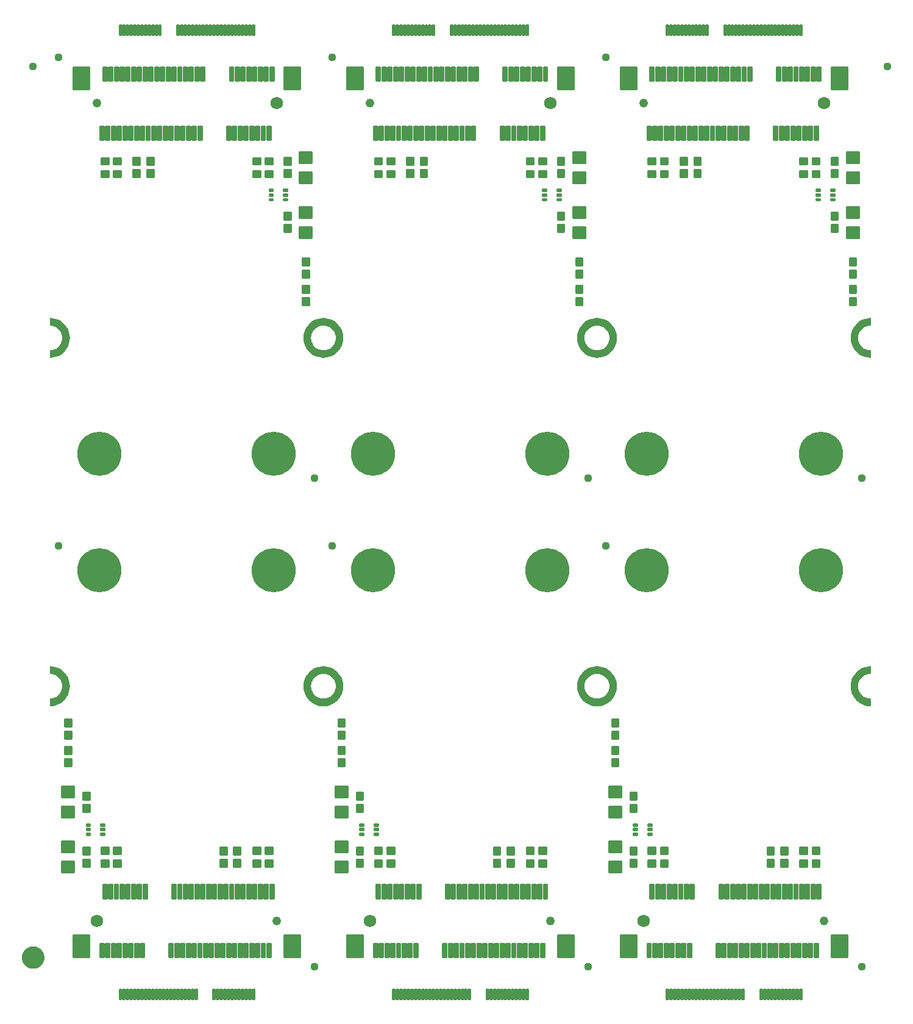
<source format=gts>
G04 EAGLE Gerber RS-274X export*
G75*
%MOMM*%
%FSLAX34Y34*%
%LPD*%
%INSoldermask Top*%
%IPPOS*%
%AMOC8*
5,1,8,0,0,1.08239X$1,22.5*%
G01*
%ADD10C,1.127000*%
%ADD11C,0.225400*%
%ADD12C,6.127000*%
%ADD13C,0.224509*%
%ADD14C,1.227000*%
%ADD15C,1.727000*%
%ADD16C,0.218428*%
%ADD17C,0.225369*%
%ADD18C,0.228959*%
%ADD19C,0.736600*%
%ADD20C,1.270000*%
%ADD21C,1.627000*%

G36*
X761402Y896029D02*
X761402Y896029D01*
X761411Y896032D01*
X761437Y896034D01*
X765271Y896868D01*
X765280Y896872D01*
X765306Y896878D01*
X768982Y898249D01*
X768990Y898255D01*
X769014Y898264D01*
X772458Y900144D01*
X772465Y900151D01*
X772488Y900163D01*
X775629Y902515D01*
X775635Y902523D01*
X775656Y902538D01*
X778430Y905313D01*
X778435Y905321D01*
X778453Y905339D01*
X780805Y908480D01*
X780808Y908490D01*
X780824Y908510D01*
X782704Y911954D01*
X782707Y911963D01*
X782719Y911986D01*
X784090Y915663D01*
X784091Y915672D01*
X784100Y915697D01*
X784934Y919531D01*
X784934Y919540D01*
X784940Y919566D01*
X785219Y923480D01*
X785217Y923489D01*
X785219Y923515D01*
X784940Y927429D01*
X784938Y927433D01*
X784938Y927436D01*
X784936Y927442D01*
X784934Y927464D01*
X784100Y931298D01*
X784096Y931307D01*
X784090Y931332D01*
X782719Y935008D01*
X782713Y935016D01*
X782704Y935041D01*
X780824Y938484D01*
X780817Y938491D01*
X780805Y938514D01*
X778453Y941655D01*
X778446Y941661D01*
X778430Y941682D01*
X775656Y944457D01*
X775647Y944461D01*
X775629Y944480D01*
X772488Y946831D01*
X772479Y946835D01*
X772458Y946851D01*
X769014Y948731D01*
X769005Y948733D01*
X768982Y948746D01*
X765306Y950117D01*
X765296Y950118D01*
X765271Y950127D01*
X761437Y950961D01*
X761428Y950960D01*
X761402Y950966D01*
X757489Y951246D01*
X757477Y951243D01*
X757444Y951246D01*
X753530Y950966D01*
X753521Y950963D01*
X753495Y950961D01*
X749661Y950127D01*
X749652Y950122D01*
X749627Y950117D01*
X745950Y948746D01*
X745943Y948740D01*
X745918Y948731D01*
X742474Y946851D01*
X742468Y946844D01*
X742444Y946831D01*
X739303Y944480D01*
X739298Y944472D01*
X739277Y944457D01*
X736502Y941682D01*
X736497Y941674D01*
X736479Y941655D01*
X734127Y938514D01*
X734124Y938505D01*
X734108Y938484D01*
X732228Y935041D01*
X732226Y935031D01*
X732213Y935008D01*
X730842Y931332D01*
X730841Y931323D01*
X730832Y931298D01*
X729998Y927464D01*
X729998Y927454D01*
X729993Y927429D01*
X729713Y923515D01*
X729715Y923506D01*
X729713Y923480D01*
X729993Y919566D01*
X729996Y919557D01*
X729998Y919531D01*
X730832Y915697D01*
X730836Y915688D01*
X730842Y915663D01*
X732213Y911986D01*
X732219Y911979D01*
X732228Y911954D01*
X734108Y908510D01*
X734115Y908504D01*
X734127Y908480D01*
X736479Y905339D01*
X736487Y905334D01*
X736502Y905313D01*
X739277Y902538D01*
X739285Y902533D01*
X739303Y902515D01*
X742444Y900163D01*
X742454Y900160D01*
X742474Y900144D01*
X745918Y898264D01*
X745927Y898262D01*
X745950Y898249D01*
X749627Y896878D01*
X749636Y896877D01*
X749661Y896868D01*
X753495Y896034D01*
X753504Y896034D01*
X753530Y896029D01*
X757444Y895749D01*
X757456Y895751D01*
X757489Y895749D01*
X761402Y896029D01*
G37*
G36*
X381393Y412531D02*
X381393Y412531D01*
X381402Y412535D01*
X381428Y412536D01*
X385262Y413370D01*
X385271Y413375D01*
X385296Y413380D01*
X388972Y414752D01*
X388980Y414757D01*
X389005Y414766D01*
X392448Y416647D01*
X392455Y416654D01*
X392478Y416666D01*
X395619Y419017D01*
X395625Y419025D01*
X395646Y419041D01*
X398421Y421815D01*
X398425Y421824D01*
X398444Y421842D01*
X400795Y424983D01*
X400799Y424992D01*
X400815Y425013D01*
X402695Y428457D01*
X402697Y428466D01*
X402710Y428489D01*
X404081Y432165D01*
X404082Y432175D01*
X404091Y432199D01*
X404925Y436033D01*
X404924Y436043D01*
X404930Y436069D01*
X405210Y439982D01*
X405208Y439992D01*
X405210Y440018D01*
X404930Y443931D01*
X404929Y443936D01*
X404929Y443939D01*
X404926Y443945D01*
X404925Y443967D01*
X404091Y447801D01*
X404086Y447809D01*
X404081Y447835D01*
X402710Y451511D01*
X402704Y451519D01*
X402695Y451543D01*
X400815Y454987D01*
X400808Y454994D01*
X400795Y455017D01*
X398444Y458158D01*
X398436Y458164D01*
X398421Y458185D01*
X395646Y460959D01*
X395638Y460964D01*
X395619Y460983D01*
X392478Y463334D01*
X392469Y463337D01*
X392448Y463353D01*
X389005Y465234D01*
X388995Y465236D01*
X388972Y465248D01*
X385296Y466620D01*
X385287Y466620D01*
X385262Y466630D01*
X381428Y467464D01*
X381418Y467463D01*
X381393Y467469D01*
X377479Y467749D01*
X377467Y467746D01*
X377434Y467749D01*
X373521Y467469D01*
X373511Y467465D01*
X373485Y467464D01*
X369651Y466630D01*
X369643Y466625D01*
X369617Y466620D01*
X365941Y465248D01*
X365933Y465243D01*
X365909Y465234D01*
X362465Y463353D01*
X362458Y463346D01*
X362435Y463334D01*
X359294Y460983D01*
X359288Y460975D01*
X359267Y460959D01*
X356493Y458185D01*
X356488Y458176D01*
X356469Y458158D01*
X354118Y455017D01*
X354115Y455008D01*
X354099Y454987D01*
X352218Y451543D01*
X352216Y451534D01*
X352204Y451511D01*
X350832Y447835D01*
X350832Y447825D01*
X350822Y447801D01*
X349988Y443967D01*
X349989Y443957D01*
X349983Y443931D01*
X349703Y440018D01*
X349705Y440008D01*
X349703Y439982D01*
X349983Y436069D01*
X349987Y436059D01*
X349988Y436033D01*
X350822Y432199D01*
X350827Y432191D01*
X350832Y432165D01*
X352204Y428489D01*
X352209Y428481D01*
X352218Y428457D01*
X354099Y425013D01*
X354106Y425006D01*
X354118Y424983D01*
X356469Y421842D01*
X356477Y421836D01*
X356493Y421815D01*
X359267Y419041D01*
X359276Y419036D01*
X359294Y419017D01*
X362435Y416666D01*
X362444Y416663D01*
X362465Y416647D01*
X365909Y414766D01*
X365918Y414764D01*
X365941Y414752D01*
X369617Y413380D01*
X369627Y413380D01*
X369651Y413370D01*
X373485Y412536D01*
X373495Y412537D01*
X373521Y412531D01*
X377434Y412251D01*
X377446Y412254D01*
X377479Y412251D01*
X381393Y412531D01*
G37*
G36*
X377508Y895751D02*
X377508Y895751D01*
X377511Y895750D01*
X377513Y895751D01*
X381393Y896029D01*
X381402Y896032D01*
X381428Y896034D01*
X385262Y896868D01*
X385271Y896872D01*
X385296Y896878D01*
X388972Y898249D01*
X388980Y898255D01*
X389005Y898264D01*
X392448Y900144D01*
X392455Y900151D01*
X392478Y900163D01*
X395619Y902515D01*
X395625Y902523D01*
X395646Y902538D01*
X398421Y905313D01*
X398425Y905321D01*
X398444Y905339D01*
X400795Y908480D01*
X400799Y908490D01*
X400815Y908510D01*
X402695Y911954D01*
X402697Y911963D01*
X402710Y911986D01*
X404081Y915663D01*
X404082Y915672D01*
X404091Y915697D01*
X404925Y919531D01*
X404924Y919540D01*
X404930Y919566D01*
X405210Y923480D01*
X405208Y923489D01*
X405210Y923515D01*
X404930Y927429D01*
X404929Y927433D01*
X404929Y927436D01*
X404926Y927442D01*
X404925Y927464D01*
X404091Y931298D01*
X404086Y931307D01*
X404081Y931332D01*
X402710Y935008D01*
X402704Y935016D01*
X402695Y935041D01*
X400815Y938484D01*
X400808Y938491D01*
X400795Y938514D01*
X398444Y941655D01*
X398436Y941661D01*
X398421Y941682D01*
X395646Y944457D01*
X395638Y944461D01*
X395619Y944480D01*
X392478Y946831D01*
X392469Y946835D01*
X392448Y946851D01*
X389005Y948731D01*
X388995Y948733D01*
X388972Y948746D01*
X385296Y950117D01*
X385287Y950118D01*
X385262Y950127D01*
X381428Y950961D01*
X381418Y950960D01*
X381393Y950966D01*
X377479Y951246D01*
X377474Y951245D01*
X377460Y951246D01*
X377431Y951244D01*
X377428Y951244D01*
X377426Y951244D01*
X373546Y950966D01*
X373537Y950963D01*
X373511Y950961D01*
X369677Y950127D01*
X369668Y950122D01*
X369643Y950117D01*
X365966Y948746D01*
X365959Y948740D01*
X365934Y948731D01*
X362490Y946851D01*
X362484Y946844D01*
X362460Y946831D01*
X359319Y944480D01*
X359314Y944472D01*
X359293Y944457D01*
X356518Y941682D01*
X356513Y941674D01*
X356495Y941655D01*
X354143Y938514D01*
X354140Y938505D01*
X354124Y938484D01*
X352244Y935041D01*
X352242Y935031D01*
X352229Y935008D01*
X350858Y931332D01*
X350857Y931323D01*
X350848Y931298D01*
X350014Y927464D01*
X350014Y927454D01*
X350009Y927429D01*
X349729Y923515D01*
X349731Y923506D01*
X349729Y923480D01*
X350009Y919566D01*
X350012Y919557D01*
X350014Y919531D01*
X350848Y915697D01*
X350852Y915688D01*
X350858Y915663D01*
X352229Y911986D01*
X352235Y911979D01*
X352244Y911954D01*
X354124Y908510D01*
X354131Y908504D01*
X354143Y908480D01*
X356495Y905339D01*
X356503Y905334D01*
X356518Y905313D01*
X359293Y902538D01*
X359301Y902533D01*
X359319Y902515D01*
X362460Y900163D01*
X362470Y900160D01*
X362490Y900144D01*
X365934Y898264D01*
X365943Y898262D01*
X365966Y898249D01*
X369643Y896878D01*
X369652Y896877D01*
X369677Y896868D01*
X373511Y896034D01*
X373520Y896034D01*
X373546Y896029D01*
X377460Y895749D01*
X377465Y895750D01*
X377479Y895749D01*
X377508Y895751D01*
G37*
G36*
X757492Y412253D02*
X757492Y412253D01*
X757495Y412253D01*
X757497Y412254D01*
X761377Y412531D01*
X761386Y412535D01*
X761412Y412536D01*
X765246Y413370D01*
X765255Y413375D01*
X765280Y413380D01*
X768956Y414752D01*
X768964Y414757D01*
X768989Y414766D01*
X772432Y416647D01*
X772439Y416654D01*
X772462Y416666D01*
X775603Y419017D01*
X775609Y419025D01*
X775630Y419041D01*
X778405Y421815D01*
X778409Y421824D01*
X778428Y421842D01*
X780779Y424983D01*
X780783Y424992D01*
X780799Y425013D01*
X782679Y428457D01*
X782681Y428466D01*
X782694Y428489D01*
X784065Y432165D01*
X784066Y432175D01*
X784075Y432199D01*
X784909Y436033D01*
X784908Y436043D01*
X784914Y436069D01*
X785194Y439982D01*
X785192Y439992D01*
X785194Y440018D01*
X784914Y443931D01*
X784913Y443936D01*
X784913Y443939D01*
X784910Y443945D01*
X784909Y443967D01*
X784075Y447801D01*
X784070Y447809D01*
X784065Y447835D01*
X782694Y451511D01*
X782688Y451519D01*
X782679Y451543D01*
X780799Y454987D01*
X780792Y454994D01*
X780779Y455017D01*
X778428Y458158D01*
X778420Y458164D01*
X778405Y458185D01*
X775630Y460959D01*
X775622Y460964D01*
X775603Y460983D01*
X772462Y463334D01*
X772453Y463337D01*
X772432Y463353D01*
X768989Y465234D01*
X768979Y465236D01*
X768956Y465248D01*
X765280Y466620D01*
X765271Y466620D01*
X765246Y466630D01*
X761412Y467464D01*
X761402Y467463D01*
X761377Y467469D01*
X757463Y467749D01*
X757458Y467748D01*
X757444Y467749D01*
X757415Y467747D01*
X757412Y467747D01*
X757410Y467746D01*
X753530Y467469D01*
X753521Y467465D01*
X753495Y467464D01*
X749661Y466630D01*
X749652Y466625D01*
X749627Y466620D01*
X745950Y465248D01*
X745943Y465243D01*
X745918Y465234D01*
X742474Y463353D01*
X742468Y463346D01*
X742444Y463334D01*
X739303Y460983D01*
X739298Y460975D01*
X739277Y460959D01*
X736502Y458185D01*
X736497Y458176D01*
X736479Y458158D01*
X734127Y455017D01*
X734124Y455008D01*
X734108Y454987D01*
X732228Y451543D01*
X732226Y451534D01*
X732213Y451511D01*
X730842Y447835D01*
X730841Y447825D01*
X730832Y447801D01*
X729998Y443967D01*
X729998Y443957D01*
X729993Y443931D01*
X729713Y440018D01*
X729715Y440008D01*
X729713Y439982D01*
X729993Y436069D01*
X729996Y436059D01*
X729998Y436033D01*
X730832Y432199D01*
X730836Y432191D01*
X730842Y432165D01*
X732213Y428489D01*
X732219Y428481D01*
X732228Y428457D01*
X734108Y425013D01*
X734115Y425006D01*
X734127Y424983D01*
X736479Y421842D01*
X736487Y421836D01*
X736502Y421815D01*
X739277Y419041D01*
X739285Y419036D01*
X739303Y419017D01*
X742444Y416666D01*
X742454Y416663D01*
X742474Y416647D01*
X745918Y414766D01*
X745927Y414764D01*
X745950Y414752D01*
X749627Y413380D01*
X749636Y413380D01*
X749661Y413370D01*
X753495Y412536D01*
X753504Y412537D01*
X753530Y412531D01*
X757444Y412251D01*
X757449Y412253D01*
X757463Y412251D01*
X757492Y412253D01*
G37*
%LPC*%
G36*
X754763Y906460D02*
X754763Y906460D01*
X752131Y907092D01*
X749630Y908128D01*
X747322Y909542D01*
X745264Y911300D01*
X743506Y913358D01*
X742092Y915666D01*
X741056Y918167D01*
X740424Y920799D01*
X740211Y923497D01*
X740424Y926196D01*
X741056Y928828D01*
X742092Y931329D01*
X743506Y933637D01*
X745264Y935695D01*
X747322Y937453D01*
X749630Y938867D01*
X752131Y939903D01*
X754763Y940535D01*
X757466Y940748D01*
X760169Y940535D01*
X762801Y939903D01*
X765302Y938867D01*
X767610Y937453D01*
X769668Y935695D01*
X771426Y933637D01*
X772841Y931329D01*
X773877Y928828D01*
X774508Y926196D01*
X774721Y923497D01*
X774508Y920799D01*
X773877Y918167D01*
X772841Y915666D01*
X771426Y913358D01*
X769668Y911300D01*
X767610Y909542D01*
X765302Y908128D01*
X762801Y907092D01*
X760169Y906460D01*
X757466Y906247D01*
X754763Y906460D01*
G37*
%LPD*%
%LPC*%
G36*
X374754Y422962D02*
X374754Y422962D01*
X372121Y423594D01*
X369621Y424630D01*
X367313Y426044D01*
X365254Y427802D01*
X363496Y429861D01*
X362082Y432169D01*
X361046Y434669D01*
X360414Y437302D01*
X360202Y440000D01*
X360414Y442698D01*
X361046Y445331D01*
X362082Y447831D01*
X363496Y450139D01*
X365254Y452198D01*
X367313Y453956D01*
X369621Y455370D01*
X372121Y456406D01*
X374754Y457038D01*
X377457Y457250D01*
X380160Y457038D01*
X382792Y456406D01*
X385293Y455370D01*
X387601Y453956D01*
X389659Y452198D01*
X391417Y450139D01*
X392831Y447831D01*
X393867Y445331D01*
X394499Y442698D01*
X394711Y440000D01*
X394499Y437302D01*
X393867Y434669D01*
X392831Y432169D01*
X391417Y429861D01*
X389659Y427802D01*
X387601Y426044D01*
X385293Y424630D01*
X382792Y423594D01*
X380160Y422962D01*
X377457Y422750D01*
X374754Y422962D01*
G37*
%LPD*%
%LPC*%
G36*
X374779Y906460D02*
X374779Y906460D01*
X372147Y907092D01*
X369646Y908128D01*
X367338Y909542D01*
X365280Y911300D01*
X363522Y913358D01*
X362108Y915666D01*
X361072Y918167D01*
X360440Y920799D01*
X360227Y923497D01*
X360440Y926196D01*
X361072Y928828D01*
X362108Y931329D01*
X363522Y933637D01*
X365280Y935695D01*
X367338Y937453D01*
X369646Y938867D01*
X372147Y939903D01*
X374779Y940535D01*
X377469Y940747D01*
X380160Y940535D01*
X382792Y939903D01*
X385293Y938867D01*
X387601Y937453D01*
X389659Y935695D01*
X391417Y933637D01*
X392831Y931329D01*
X393867Y928828D01*
X394499Y926196D01*
X394711Y923497D01*
X394499Y920799D01*
X393867Y918167D01*
X392831Y915666D01*
X391417Y913358D01*
X389659Y911300D01*
X387601Y909542D01*
X385293Y908128D01*
X382792Y907092D01*
X380160Y906460D01*
X377469Y906248D01*
X374779Y906460D01*
G37*
%LPD*%
%LPC*%
G36*
X754763Y422962D02*
X754763Y422962D01*
X752131Y423594D01*
X749630Y424630D01*
X747322Y426044D01*
X745264Y427802D01*
X743506Y429861D01*
X742092Y432169D01*
X741056Y434669D01*
X740424Y437302D01*
X740211Y440000D01*
X740424Y442698D01*
X741056Y445331D01*
X742092Y447831D01*
X743506Y450139D01*
X745264Y452198D01*
X747322Y453956D01*
X749630Y455370D01*
X752131Y456406D01*
X754763Y457038D01*
X757453Y457249D01*
X760144Y457038D01*
X762776Y456406D01*
X765277Y455370D01*
X767585Y453956D01*
X769643Y452198D01*
X771401Y450139D01*
X772815Y447831D01*
X773851Y445331D01*
X774483Y442698D01*
X774695Y440000D01*
X774483Y437302D01*
X773851Y434669D01*
X772815Y432169D01*
X771401Y429861D01*
X769643Y427802D01*
X767585Y426044D01*
X765277Y424630D01*
X762776Y423594D01*
X760144Y422962D01*
X757453Y422751D01*
X754763Y422962D01*
G37*
%LPD*%
G36*
X1409Y896029D02*
X1409Y896029D01*
X1418Y896032D01*
X1444Y896034D01*
X5278Y896868D01*
X5287Y896872D01*
X5312Y896878D01*
X8988Y898249D01*
X8996Y898255D01*
X9021Y898264D01*
X12464Y900144D01*
X12471Y900151D01*
X12494Y900163D01*
X15635Y902515D01*
X15641Y902523D01*
X15662Y902538D01*
X18437Y905313D01*
X18441Y905321D01*
X18460Y905339D01*
X20811Y908480D01*
X20815Y908490D01*
X20831Y908510D01*
X22711Y911954D01*
X22713Y911963D01*
X22726Y911986D01*
X24097Y915663D01*
X24098Y915672D01*
X24107Y915697D01*
X24941Y919531D01*
X24940Y919540D01*
X24946Y919566D01*
X25226Y923480D01*
X25224Y923489D01*
X25226Y923515D01*
X24946Y927429D01*
X24945Y927433D01*
X24945Y927436D01*
X24942Y927442D01*
X24941Y927464D01*
X24107Y931298D01*
X24102Y931307D01*
X24097Y931332D01*
X22726Y935008D01*
X22720Y935016D01*
X22711Y935041D01*
X20831Y938484D01*
X20824Y938491D01*
X20811Y938514D01*
X18460Y941655D01*
X18452Y941661D01*
X18437Y941682D01*
X15662Y944457D01*
X15654Y944461D01*
X15635Y944480D01*
X12494Y946831D01*
X12485Y946835D01*
X12464Y946851D01*
X9021Y948731D01*
X9011Y948733D01*
X8988Y948746D01*
X5312Y950117D01*
X5303Y950118D01*
X5278Y950127D01*
X1444Y950961D01*
X1434Y950960D01*
X1409Y950966D01*
X-2505Y951246D01*
X-2530Y951241D01*
X-2556Y951244D01*
X-2597Y951226D01*
X-2641Y951217D01*
X-2660Y951198D01*
X-2684Y951188D01*
X-2709Y951150D01*
X-2741Y951118D01*
X-2746Y951093D01*
X-2761Y951071D01*
X-2772Y950997D01*
X-2772Y940997D01*
X-2770Y940990D01*
X-2771Y940983D01*
X-2750Y940924D01*
X-2733Y940863D01*
X-2727Y940858D01*
X-2725Y940852D01*
X-2675Y940813D01*
X-2627Y940771D01*
X-2620Y940770D01*
X-2615Y940766D01*
X-2542Y940749D01*
X176Y940535D01*
X2808Y939903D01*
X5309Y938867D01*
X7617Y937453D01*
X9675Y935695D01*
X11433Y933637D01*
X12847Y931329D01*
X13883Y928828D01*
X14515Y926196D01*
X14727Y923497D01*
X14515Y920799D01*
X13883Y918167D01*
X12847Y915666D01*
X11433Y913358D01*
X9675Y911300D01*
X7617Y909542D01*
X5309Y908128D01*
X2808Y907092D01*
X176Y906460D01*
X-2542Y906246D01*
X-2549Y906243D01*
X-2556Y906244D01*
X-2614Y906219D01*
X-2673Y906196D01*
X-2677Y906191D01*
X-2684Y906188D01*
X-2719Y906135D01*
X-2756Y906084D01*
X-2757Y906077D01*
X-2761Y906071D01*
X-2772Y905997D01*
X-2772Y895997D01*
X-2765Y895972D01*
X-2767Y895946D01*
X-2745Y895907D01*
X-2733Y895863D01*
X-2713Y895846D01*
X-2701Y895823D01*
X-2661Y895801D01*
X-2627Y895771D01*
X-2602Y895767D01*
X-2579Y895755D01*
X-2505Y895749D01*
X1409Y896029D01*
G37*
G36*
X1383Y412531D02*
X1383Y412531D01*
X1393Y412535D01*
X1419Y412536D01*
X5253Y413370D01*
X5261Y413375D01*
X5287Y413380D01*
X8963Y414752D01*
X8971Y414757D01*
X8995Y414766D01*
X12439Y416647D01*
X12446Y416654D01*
X12469Y416666D01*
X15610Y419017D01*
X15616Y419025D01*
X15637Y419041D01*
X18411Y421815D01*
X18416Y421824D01*
X18435Y421842D01*
X20786Y424983D01*
X20789Y424992D01*
X20805Y425013D01*
X22686Y428457D01*
X22688Y428466D01*
X22700Y428489D01*
X24072Y432165D01*
X24072Y432175D01*
X24082Y432199D01*
X24916Y436033D01*
X24915Y436043D01*
X24921Y436069D01*
X25201Y439982D01*
X25199Y439992D01*
X25201Y440018D01*
X24921Y443931D01*
X24919Y443936D01*
X24920Y443939D01*
X24917Y443945D01*
X24916Y443967D01*
X24082Y447801D01*
X24077Y447809D01*
X24072Y447835D01*
X22700Y451511D01*
X22695Y451519D01*
X22686Y451543D01*
X20805Y454987D01*
X20798Y454994D01*
X20786Y455017D01*
X18435Y458158D01*
X18427Y458164D01*
X18411Y458185D01*
X15637Y460959D01*
X15628Y460964D01*
X15610Y460983D01*
X12469Y463334D01*
X12460Y463337D01*
X12439Y463353D01*
X8995Y465234D01*
X8986Y465236D01*
X8963Y465248D01*
X5287Y466620D01*
X5277Y466620D01*
X5253Y466630D01*
X1419Y467464D01*
X1409Y467463D01*
X1383Y467469D01*
X-2530Y467749D01*
X-2556Y467743D01*
X-2581Y467747D01*
X-2623Y467729D01*
X-2667Y467719D01*
X-2685Y467701D01*
X-2709Y467690D01*
X-2734Y467652D01*
X-2766Y467621D01*
X-2772Y467595D01*
X-2786Y467574D01*
X-2797Y467500D01*
X-2797Y457500D01*
X-2795Y457493D01*
X-2797Y457486D01*
X-2776Y457427D01*
X-2758Y457366D01*
X-2753Y457361D01*
X-2750Y457354D01*
X-2700Y457316D01*
X-2653Y457274D01*
X-2646Y457273D01*
X-2640Y457268D01*
X-2568Y457252D01*
X150Y457038D01*
X2783Y456406D01*
X5283Y455370D01*
X7591Y453956D01*
X9650Y452198D01*
X11408Y450139D01*
X12822Y447831D01*
X13858Y445331D01*
X14490Y442698D01*
X14702Y440000D01*
X14490Y437302D01*
X13858Y434669D01*
X12822Y432169D01*
X11408Y429861D01*
X9650Y427802D01*
X7591Y426044D01*
X5283Y424630D01*
X2783Y423594D01*
X150Y422962D01*
X-2568Y422748D01*
X-2574Y422746D01*
X-2581Y422747D01*
X-2639Y422721D01*
X-2698Y422699D01*
X-2703Y422693D01*
X-2709Y422690D01*
X-2744Y422637D01*
X-2782Y422587D01*
X-2782Y422580D01*
X-2786Y422574D01*
X-2797Y422500D01*
X-2797Y412500D01*
X-2790Y412475D01*
X-2792Y412449D01*
X-2771Y412409D01*
X-2758Y412366D01*
X-2738Y412349D01*
X-2726Y412326D01*
X-2687Y412304D01*
X-2653Y412274D01*
X-2627Y412270D01*
X-2604Y412257D01*
X-2530Y412251D01*
X1383Y412531D01*
G37*
G36*
X1137479Y895754D02*
X1137479Y895754D01*
X1137504Y895750D01*
X1137546Y895769D01*
X1137590Y895778D01*
X1137608Y895797D01*
X1137632Y895807D01*
X1137657Y895845D01*
X1137689Y895877D01*
X1137695Y895902D01*
X1137709Y895924D01*
X1137720Y895997D01*
X1137720Y905997D01*
X1137718Y906004D01*
X1137720Y906011D01*
X1137699Y906071D01*
X1137681Y906132D01*
X1137675Y906136D01*
X1137673Y906143D01*
X1137623Y906182D01*
X1137576Y906224D01*
X1137568Y906225D01*
X1137563Y906229D01*
X1137490Y906246D01*
X1134772Y906460D01*
X1132140Y907092D01*
X1129639Y908128D01*
X1127332Y909542D01*
X1125273Y911300D01*
X1123515Y913358D01*
X1122101Y915666D01*
X1121065Y918167D01*
X1120433Y920799D01*
X1120221Y923497D01*
X1120433Y926196D01*
X1121065Y928828D01*
X1122101Y931329D01*
X1123515Y933637D01*
X1125273Y935695D01*
X1127332Y937453D01*
X1129639Y938867D01*
X1132140Y939903D01*
X1134772Y940535D01*
X1137490Y940749D01*
X1137497Y940752D01*
X1137504Y940750D01*
X1137562Y940776D01*
X1137621Y940799D01*
X1137625Y940804D01*
X1137632Y940807D01*
X1137667Y940860D01*
X1137705Y940911D01*
X1137705Y940918D01*
X1137709Y940924D01*
X1137720Y940997D01*
X1137720Y950997D01*
X1137713Y951022D01*
X1137715Y951048D01*
X1137694Y951088D01*
X1137681Y951132D01*
X1137661Y951149D01*
X1137649Y951172D01*
X1137610Y951194D01*
X1137576Y951224D01*
X1137550Y951227D01*
X1137527Y951240D01*
X1137453Y951246D01*
X1133539Y950966D01*
X1133530Y950963D01*
X1133504Y950961D01*
X1129670Y950127D01*
X1129662Y950122D01*
X1129636Y950117D01*
X1125960Y948746D01*
X1125952Y948740D01*
X1125927Y948731D01*
X1122484Y946851D01*
X1122477Y946844D01*
X1122454Y946831D01*
X1119313Y944480D01*
X1119307Y944472D01*
X1119286Y944457D01*
X1116511Y941682D01*
X1116507Y941674D01*
X1116488Y941655D01*
X1114137Y938514D01*
X1114133Y938505D01*
X1114118Y938484D01*
X1112237Y935041D01*
X1112235Y935031D01*
X1112222Y935008D01*
X1110851Y931332D01*
X1110851Y931323D01*
X1110841Y931298D01*
X1110007Y927464D01*
X1110008Y927454D01*
X1110002Y927429D01*
X1109722Y923515D01*
X1109724Y923506D01*
X1109722Y923480D01*
X1110002Y919566D01*
X1110005Y919557D01*
X1110007Y919531D01*
X1110841Y915697D01*
X1110846Y915688D01*
X1110851Y915663D01*
X1112222Y911986D01*
X1112228Y911979D01*
X1112237Y911954D01*
X1114118Y908510D01*
X1114124Y908504D01*
X1114137Y908480D01*
X1116488Y905339D01*
X1116496Y905334D01*
X1116511Y905313D01*
X1119286Y902538D01*
X1119294Y902533D01*
X1119313Y902515D01*
X1122454Y900163D01*
X1122463Y900160D01*
X1122484Y900144D01*
X1125927Y898264D01*
X1125937Y898262D01*
X1125960Y898249D01*
X1129636Y896878D01*
X1129646Y896877D01*
X1129670Y896868D01*
X1133504Y896034D01*
X1133514Y896034D01*
X1133539Y896029D01*
X1137453Y895749D01*
X1137479Y895754D01*
G37*
G36*
X1137453Y412257D02*
X1137453Y412257D01*
X1137479Y412253D01*
X1137520Y412271D01*
X1137564Y412281D01*
X1137583Y412299D01*
X1137607Y412310D01*
X1137631Y412348D01*
X1137664Y412379D01*
X1137669Y412405D01*
X1137684Y412427D01*
X1137695Y412500D01*
X1137695Y422500D01*
X1137693Y422507D01*
X1137694Y422514D01*
X1137673Y422573D01*
X1137655Y422634D01*
X1137650Y422639D01*
X1137648Y422646D01*
X1137598Y422685D01*
X1137550Y422726D01*
X1137543Y422727D01*
X1137537Y422732D01*
X1137465Y422748D01*
X1134747Y422962D01*
X1132115Y423594D01*
X1129614Y424630D01*
X1127306Y426044D01*
X1125248Y427802D01*
X1123490Y429861D01*
X1122076Y432169D01*
X1121040Y434669D01*
X1120408Y437302D01*
X1120195Y440000D01*
X1120408Y442698D01*
X1121040Y445331D01*
X1122076Y447831D01*
X1123490Y450139D01*
X1125248Y452198D01*
X1127306Y453956D01*
X1129614Y455370D01*
X1132115Y456406D01*
X1134747Y457038D01*
X1137465Y457252D01*
X1137472Y457254D01*
X1137479Y457253D01*
X1137537Y457279D01*
X1137596Y457301D01*
X1137600Y457307D01*
X1137607Y457310D01*
X1137641Y457363D01*
X1137679Y457413D01*
X1137680Y457421D01*
X1137684Y457427D01*
X1137695Y457500D01*
X1137695Y467500D01*
X1137687Y467525D01*
X1137689Y467551D01*
X1137668Y467591D01*
X1137655Y467634D01*
X1137636Y467651D01*
X1137624Y467674D01*
X1137584Y467696D01*
X1137550Y467726D01*
X1137524Y467730D01*
X1137502Y467743D01*
X1137428Y467749D01*
X1133514Y467469D01*
X1133505Y467465D01*
X1133479Y467464D01*
X1129645Y466630D01*
X1129636Y466625D01*
X1129611Y466620D01*
X1125934Y465248D01*
X1125927Y465243D01*
X1125902Y465234D01*
X1122458Y463353D01*
X1122452Y463346D01*
X1122428Y463334D01*
X1119287Y460983D01*
X1119282Y460975D01*
X1119261Y460959D01*
X1116486Y458185D01*
X1116481Y458176D01*
X1116463Y458158D01*
X1114111Y455017D01*
X1114108Y455008D01*
X1114092Y454987D01*
X1112212Y451543D01*
X1112210Y451534D01*
X1112197Y451511D01*
X1110826Y447835D01*
X1110825Y447825D01*
X1110816Y447801D01*
X1109982Y443967D01*
X1109982Y443957D01*
X1109977Y443931D01*
X1109697Y440018D01*
X1109699Y440008D01*
X1109697Y439982D01*
X1109977Y436069D01*
X1109980Y436059D01*
X1109982Y436033D01*
X1110816Y432199D01*
X1110820Y432191D01*
X1110826Y432165D01*
X1112197Y428489D01*
X1112203Y428481D01*
X1112212Y428457D01*
X1114092Y425013D01*
X1114099Y425006D01*
X1114111Y424983D01*
X1116463Y421842D01*
X1116471Y421836D01*
X1116486Y421815D01*
X1119261Y419041D01*
X1119269Y419036D01*
X1119287Y419017D01*
X1122428Y416666D01*
X1122438Y416663D01*
X1122458Y416647D01*
X1125902Y414766D01*
X1125911Y414764D01*
X1125934Y414752D01*
X1129611Y413380D01*
X1129620Y413380D01*
X1129645Y413370D01*
X1133479Y412536D01*
X1133488Y412537D01*
X1133514Y412531D01*
X1137428Y412251D01*
X1137453Y412257D01*
G37*
D10*
X365252Y50800D03*
X9652Y635000D03*
D11*
X68534Y189802D02*
X78550Y189802D01*
X68534Y189802D02*
X68534Y198818D01*
X78550Y198818D01*
X78550Y189802D01*
X78550Y191943D02*
X68534Y191943D01*
X68534Y194084D02*
X78550Y194084D01*
X78550Y196225D02*
X68534Y196225D01*
X68534Y198366D02*
X78550Y198366D01*
X85534Y189802D02*
X95550Y189802D01*
X85534Y189802D02*
X85534Y198818D01*
X95550Y198818D01*
X95550Y189802D01*
X95550Y191943D02*
X85534Y191943D01*
X85534Y194084D02*
X95550Y194084D01*
X95550Y196225D02*
X85534Y196225D01*
X85534Y198366D02*
X95550Y198366D01*
X52260Y265892D02*
X52260Y275908D01*
X52260Y265892D02*
X43244Y265892D01*
X43244Y275908D01*
X52260Y275908D01*
X52260Y268033D02*
X43244Y268033D01*
X43244Y270174D02*
X52260Y270174D01*
X52260Y272315D02*
X43244Y272315D01*
X43244Y274456D02*
X52260Y274456D01*
X52260Y282892D02*
X52260Y292908D01*
X52260Y282892D02*
X43244Y282892D01*
X43244Y292908D01*
X52260Y292908D01*
X52260Y285033D02*
X43244Y285033D01*
X43244Y287174D02*
X52260Y287174D01*
X52260Y289315D02*
X43244Y289315D01*
X43244Y291456D02*
X52260Y291456D01*
X43244Y216708D02*
X43244Y206692D01*
X43244Y216708D02*
X52260Y216708D01*
X52260Y206692D01*
X43244Y206692D01*
X43244Y208833D02*
X52260Y208833D01*
X52260Y210974D02*
X43244Y210974D01*
X43244Y213115D02*
X52260Y213115D01*
X52260Y215256D02*
X43244Y215256D01*
X43244Y199708D02*
X43244Y189692D01*
X43244Y199708D02*
X52260Y199708D01*
X52260Y189692D01*
X43244Y189692D01*
X43244Y191833D02*
X52260Y191833D01*
X52260Y193974D02*
X43244Y193974D01*
X43244Y196115D02*
X52260Y196115D01*
X52260Y198256D02*
X43244Y198256D01*
D12*
X66446Y600792D03*
X308458Y600792D03*
D13*
X30865Y272913D02*
X30865Y257887D01*
X13839Y257887D01*
X13839Y272913D01*
X30865Y272913D01*
X30865Y260020D02*
X13839Y260020D01*
X13839Y262153D02*
X30865Y262153D01*
X30865Y264286D02*
X13839Y264286D01*
X13839Y266419D02*
X30865Y266419D01*
X30865Y268552D02*
X13839Y268552D01*
X13839Y270685D02*
X30865Y270685D01*
X30865Y272818D02*
X13839Y272818D01*
X30865Y285887D02*
X30865Y300913D01*
X30865Y285887D02*
X13839Y285887D01*
X13839Y300913D01*
X30865Y300913D01*
X30865Y288020D02*
X13839Y288020D01*
X13839Y290153D02*
X30865Y290153D01*
X30865Y292286D02*
X13839Y292286D01*
X13839Y294419D02*
X30865Y294419D01*
X30865Y296552D02*
X13839Y296552D01*
X13839Y298685D02*
X30865Y298685D01*
X30865Y300818D02*
X13839Y300818D01*
X13839Y224713D02*
X13839Y209687D01*
X13839Y224713D02*
X30865Y224713D01*
X30865Y209687D01*
X13839Y209687D01*
X13839Y211820D02*
X30865Y211820D01*
X30865Y213953D02*
X13839Y213953D01*
X13839Y216086D02*
X30865Y216086D01*
X30865Y218219D02*
X13839Y218219D01*
X13839Y220352D02*
X30865Y220352D01*
X30865Y222485D02*
X13839Y222485D01*
X13839Y224618D02*
X30865Y224618D01*
X13839Y196713D02*
X13839Y181687D01*
X13839Y196713D02*
X30865Y196713D01*
X30865Y181687D01*
X13839Y181687D01*
X13839Y183820D02*
X30865Y183820D01*
X30865Y185953D02*
X13839Y185953D01*
X13839Y188086D02*
X30865Y188086D01*
X30865Y190219D02*
X13839Y190219D01*
X13839Y192352D02*
X30865Y192352D01*
X30865Y194485D02*
X13839Y194485D01*
X13839Y196618D02*
X30865Y196618D01*
D14*
X312452Y114300D03*
D15*
X62452Y114300D03*
D16*
X322909Y63757D02*
X344995Y63757D01*
X322909Y63757D02*
X322909Y94843D01*
X344995Y94843D01*
X344995Y63757D01*
X344995Y65832D02*
X322909Y65832D01*
X322909Y67907D02*
X344995Y67907D01*
X344995Y69982D02*
X322909Y69982D01*
X322909Y72057D02*
X344995Y72057D01*
X344995Y74132D02*
X322909Y74132D01*
X322909Y76207D02*
X344995Y76207D01*
X344995Y78282D02*
X322909Y78282D01*
X322909Y80357D02*
X344995Y80357D01*
X344995Y82432D02*
X322909Y82432D01*
X322909Y84507D02*
X344995Y84507D01*
X344995Y86582D02*
X322909Y86582D01*
X322909Y88657D02*
X344995Y88657D01*
X344995Y90732D02*
X322909Y90732D01*
X322909Y92807D02*
X344995Y92807D01*
X51995Y63757D02*
X29909Y63757D01*
X29909Y94843D01*
X51995Y94843D01*
X51995Y63757D01*
X51995Y65832D02*
X29909Y65832D01*
X29909Y67907D02*
X51995Y67907D01*
X51995Y69982D02*
X29909Y69982D01*
X29909Y72057D02*
X51995Y72057D01*
X51995Y74132D02*
X29909Y74132D01*
X29909Y76207D02*
X51995Y76207D01*
X51995Y78282D02*
X29909Y78282D01*
X29909Y80357D02*
X51995Y80357D01*
X51995Y82432D02*
X29909Y82432D01*
X29909Y84507D02*
X51995Y84507D01*
X51995Y86582D02*
X29909Y86582D01*
X29909Y88657D02*
X51995Y88657D01*
X51995Y90732D02*
X29909Y90732D01*
X29909Y92807D02*
X51995Y92807D01*
D17*
X70944Y145792D02*
X75960Y145792D01*
X70944Y145792D02*
X70944Y164808D01*
X75960Y164808D01*
X75960Y145792D01*
X75960Y147933D02*
X70944Y147933D01*
X70944Y150074D02*
X75960Y150074D01*
X75960Y152215D02*
X70944Y152215D01*
X70944Y154356D02*
X75960Y154356D01*
X75960Y156497D02*
X70944Y156497D01*
X70944Y158638D02*
X75960Y158638D01*
X75960Y160779D02*
X70944Y160779D01*
X70944Y162920D02*
X75960Y162920D01*
X71960Y63792D02*
X66944Y63792D01*
X66944Y82808D01*
X71960Y82808D01*
X71960Y63792D01*
X71960Y65933D02*
X66944Y65933D01*
X66944Y68074D02*
X71960Y68074D01*
X71960Y70215D02*
X66944Y70215D01*
X66944Y72356D02*
X71960Y72356D01*
X71960Y74497D02*
X66944Y74497D01*
X66944Y76638D02*
X71960Y76638D01*
X71960Y78779D02*
X66944Y78779D01*
X66944Y80920D02*
X71960Y80920D01*
X74944Y63792D02*
X79960Y63792D01*
X74944Y63792D02*
X74944Y82808D01*
X79960Y82808D01*
X79960Y63792D01*
X79960Y65933D02*
X74944Y65933D01*
X74944Y68074D02*
X79960Y68074D01*
X79960Y70215D02*
X74944Y70215D01*
X74944Y72356D02*
X79960Y72356D01*
X79960Y74497D02*
X74944Y74497D01*
X74944Y76638D02*
X79960Y76638D01*
X79960Y78779D02*
X74944Y78779D01*
X74944Y80920D02*
X79960Y80920D01*
X78944Y145792D02*
X83960Y145792D01*
X78944Y145792D02*
X78944Y164808D01*
X83960Y164808D01*
X83960Y145792D01*
X83960Y147933D02*
X78944Y147933D01*
X78944Y150074D02*
X83960Y150074D01*
X83960Y152215D02*
X78944Y152215D01*
X78944Y154356D02*
X83960Y154356D01*
X83960Y156497D02*
X78944Y156497D01*
X78944Y158638D02*
X83960Y158638D01*
X83960Y160779D02*
X78944Y160779D01*
X78944Y162920D02*
X83960Y162920D01*
X82944Y63792D02*
X87960Y63792D01*
X82944Y63792D02*
X82944Y82808D01*
X87960Y82808D01*
X87960Y63792D01*
X87960Y65933D02*
X82944Y65933D01*
X82944Y68074D02*
X87960Y68074D01*
X87960Y70215D02*
X82944Y70215D01*
X82944Y72356D02*
X87960Y72356D01*
X87960Y74497D02*
X82944Y74497D01*
X82944Y76638D02*
X87960Y76638D01*
X87960Y78779D02*
X82944Y78779D01*
X82944Y80920D02*
X87960Y80920D01*
X86944Y145792D02*
X91960Y145792D01*
X86944Y145792D02*
X86944Y164808D01*
X91960Y164808D01*
X91960Y145792D01*
X91960Y147933D02*
X86944Y147933D01*
X86944Y150074D02*
X91960Y150074D01*
X91960Y152215D02*
X86944Y152215D01*
X86944Y154356D02*
X91960Y154356D01*
X91960Y156497D02*
X86944Y156497D01*
X86944Y158638D02*
X91960Y158638D01*
X91960Y160779D02*
X86944Y160779D01*
X86944Y162920D02*
X91960Y162920D01*
X90944Y63792D02*
X95960Y63792D01*
X90944Y63792D02*
X90944Y82808D01*
X95960Y82808D01*
X95960Y63792D01*
X95960Y65933D02*
X90944Y65933D01*
X90944Y68074D02*
X95960Y68074D01*
X95960Y70215D02*
X90944Y70215D01*
X90944Y72356D02*
X95960Y72356D01*
X95960Y74497D02*
X90944Y74497D01*
X90944Y76638D02*
X95960Y76638D01*
X95960Y78779D02*
X90944Y78779D01*
X90944Y80920D02*
X95960Y80920D01*
X94944Y145792D02*
X99960Y145792D01*
X94944Y145792D02*
X94944Y164808D01*
X99960Y164808D01*
X99960Y145792D01*
X99960Y147933D02*
X94944Y147933D01*
X94944Y150074D02*
X99960Y150074D01*
X99960Y152215D02*
X94944Y152215D01*
X94944Y154356D02*
X99960Y154356D01*
X99960Y156497D02*
X94944Y156497D01*
X94944Y158638D02*
X99960Y158638D01*
X99960Y160779D02*
X94944Y160779D01*
X94944Y162920D02*
X99960Y162920D01*
X98944Y63792D02*
X103960Y63792D01*
X98944Y63792D02*
X98944Y82808D01*
X103960Y82808D01*
X103960Y63792D01*
X103960Y65933D02*
X98944Y65933D01*
X98944Y68074D02*
X103960Y68074D01*
X103960Y70215D02*
X98944Y70215D01*
X98944Y72356D02*
X103960Y72356D01*
X103960Y74497D02*
X98944Y74497D01*
X98944Y76638D02*
X103960Y76638D01*
X103960Y78779D02*
X98944Y78779D01*
X98944Y80920D02*
X103960Y80920D01*
X102944Y145792D02*
X107960Y145792D01*
X102944Y145792D02*
X102944Y164808D01*
X107960Y164808D01*
X107960Y145792D01*
X107960Y147933D02*
X102944Y147933D01*
X102944Y150074D02*
X107960Y150074D01*
X107960Y152215D02*
X102944Y152215D01*
X102944Y154356D02*
X107960Y154356D01*
X107960Y156497D02*
X102944Y156497D01*
X102944Y158638D02*
X107960Y158638D01*
X107960Y160779D02*
X102944Y160779D01*
X102944Y162920D02*
X107960Y162920D01*
X106944Y63792D02*
X111960Y63792D01*
X106944Y63792D02*
X106944Y82808D01*
X111960Y82808D01*
X111960Y63792D01*
X111960Y65933D02*
X106944Y65933D01*
X106944Y68074D02*
X111960Y68074D01*
X111960Y70215D02*
X106944Y70215D01*
X106944Y72356D02*
X111960Y72356D01*
X111960Y74497D02*
X106944Y74497D01*
X106944Y76638D02*
X111960Y76638D01*
X111960Y78779D02*
X106944Y78779D01*
X106944Y80920D02*
X111960Y80920D01*
X110944Y145792D02*
X115960Y145792D01*
X110944Y145792D02*
X110944Y164808D01*
X115960Y164808D01*
X115960Y145792D01*
X115960Y147933D02*
X110944Y147933D01*
X110944Y150074D02*
X115960Y150074D01*
X115960Y152215D02*
X110944Y152215D01*
X110944Y154356D02*
X115960Y154356D01*
X115960Y156497D02*
X110944Y156497D01*
X110944Y158638D02*
X115960Y158638D01*
X115960Y160779D02*
X110944Y160779D01*
X110944Y162920D02*
X115960Y162920D01*
X114944Y63792D02*
X119960Y63792D01*
X114944Y63792D02*
X114944Y82808D01*
X119960Y82808D01*
X119960Y63792D01*
X119960Y65933D02*
X114944Y65933D01*
X114944Y68074D02*
X119960Y68074D01*
X119960Y70215D02*
X114944Y70215D01*
X114944Y72356D02*
X119960Y72356D01*
X119960Y74497D02*
X114944Y74497D01*
X114944Y76638D02*
X119960Y76638D01*
X119960Y78779D02*
X114944Y78779D01*
X114944Y80920D02*
X119960Y80920D01*
X118944Y145792D02*
X123960Y145792D01*
X118944Y145792D02*
X118944Y164808D01*
X123960Y164808D01*
X123960Y145792D01*
X123960Y147933D02*
X118944Y147933D01*
X118944Y150074D02*
X123960Y150074D01*
X123960Y152215D02*
X118944Y152215D01*
X118944Y154356D02*
X123960Y154356D01*
X123960Y156497D02*
X118944Y156497D01*
X118944Y158638D02*
X123960Y158638D01*
X123960Y160779D02*
X118944Y160779D01*
X118944Y162920D02*
X123960Y162920D01*
X122944Y63792D02*
X127960Y63792D01*
X122944Y63792D02*
X122944Y82808D01*
X127960Y82808D01*
X127960Y63792D01*
X127960Y65933D02*
X122944Y65933D01*
X122944Y68074D02*
X127960Y68074D01*
X127960Y70215D02*
X122944Y70215D01*
X122944Y72356D02*
X127960Y72356D01*
X127960Y74497D02*
X122944Y74497D01*
X122944Y76638D02*
X127960Y76638D01*
X127960Y78779D02*
X122944Y78779D01*
X122944Y80920D02*
X127960Y80920D01*
X126944Y145792D02*
X131960Y145792D01*
X126944Y145792D02*
X126944Y164808D01*
X131960Y164808D01*
X131960Y145792D01*
X131960Y147933D02*
X126944Y147933D01*
X126944Y150074D02*
X131960Y150074D01*
X131960Y152215D02*
X126944Y152215D01*
X126944Y154356D02*
X131960Y154356D01*
X131960Y156497D02*
X126944Y156497D01*
X126944Y158638D02*
X131960Y158638D01*
X131960Y160779D02*
X126944Y160779D01*
X126944Y162920D02*
X131960Y162920D01*
X162944Y63792D02*
X167960Y63792D01*
X162944Y63792D02*
X162944Y82808D01*
X167960Y82808D01*
X167960Y63792D01*
X167960Y65933D02*
X162944Y65933D01*
X162944Y68074D02*
X167960Y68074D01*
X167960Y70215D02*
X162944Y70215D01*
X162944Y72356D02*
X167960Y72356D01*
X167960Y74497D02*
X162944Y74497D01*
X162944Y76638D02*
X167960Y76638D01*
X167960Y78779D02*
X162944Y78779D01*
X162944Y80920D02*
X167960Y80920D01*
X166944Y145792D02*
X171960Y145792D01*
X166944Y145792D02*
X166944Y164808D01*
X171960Y164808D01*
X171960Y145792D01*
X171960Y147933D02*
X166944Y147933D01*
X166944Y150074D02*
X171960Y150074D01*
X171960Y152215D02*
X166944Y152215D01*
X166944Y154356D02*
X171960Y154356D01*
X171960Y156497D02*
X166944Y156497D01*
X166944Y158638D02*
X171960Y158638D01*
X171960Y160779D02*
X166944Y160779D01*
X166944Y162920D02*
X171960Y162920D01*
X170944Y63792D02*
X175960Y63792D01*
X170944Y63792D02*
X170944Y82808D01*
X175960Y82808D01*
X175960Y63792D01*
X175960Y65933D02*
X170944Y65933D01*
X170944Y68074D02*
X175960Y68074D01*
X175960Y70215D02*
X170944Y70215D01*
X170944Y72356D02*
X175960Y72356D01*
X175960Y74497D02*
X170944Y74497D01*
X170944Y76638D02*
X175960Y76638D01*
X175960Y78779D02*
X170944Y78779D01*
X170944Y80920D02*
X175960Y80920D01*
X174944Y145792D02*
X179960Y145792D01*
X174944Y145792D02*
X174944Y164808D01*
X179960Y164808D01*
X179960Y145792D01*
X179960Y147933D02*
X174944Y147933D01*
X174944Y150074D02*
X179960Y150074D01*
X179960Y152215D02*
X174944Y152215D01*
X174944Y154356D02*
X179960Y154356D01*
X179960Y156497D02*
X174944Y156497D01*
X174944Y158638D02*
X179960Y158638D01*
X179960Y160779D02*
X174944Y160779D01*
X174944Y162920D02*
X179960Y162920D01*
X178944Y63792D02*
X183960Y63792D01*
X178944Y63792D02*
X178944Y82808D01*
X183960Y82808D01*
X183960Y63792D01*
X183960Y65933D02*
X178944Y65933D01*
X178944Y68074D02*
X183960Y68074D01*
X183960Y70215D02*
X178944Y70215D01*
X178944Y72356D02*
X183960Y72356D01*
X183960Y74497D02*
X178944Y74497D01*
X178944Y76638D02*
X183960Y76638D01*
X183960Y78779D02*
X178944Y78779D01*
X178944Y80920D02*
X183960Y80920D01*
X182944Y145792D02*
X187960Y145792D01*
X182944Y145792D02*
X182944Y164808D01*
X187960Y164808D01*
X187960Y145792D01*
X187960Y147933D02*
X182944Y147933D01*
X182944Y150074D02*
X187960Y150074D01*
X187960Y152215D02*
X182944Y152215D01*
X182944Y154356D02*
X187960Y154356D01*
X187960Y156497D02*
X182944Y156497D01*
X182944Y158638D02*
X187960Y158638D01*
X187960Y160779D02*
X182944Y160779D01*
X182944Y162920D02*
X187960Y162920D01*
X186944Y63792D02*
X191960Y63792D01*
X186944Y63792D02*
X186944Y82808D01*
X191960Y82808D01*
X191960Y63792D01*
X191960Y65933D02*
X186944Y65933D01*
X186944Y68074D02*
X191960Y68074D01*
X191960Y70215D02*
X186944Y70215D01*
X186944Y72356D02*
X191960Y72356D01*
X191960Y74497D02*
X186944Y74497D01*
X186944Y76638D02*
X191960Y76638D01*
X191960Y78779D02*
X186944Y78779D01*
X186944Y80920D02*
X191960Y80920D01*
X190944Y145792D02*
X195960Y145792D01*
X190944Y145792D02*
X190944Y164808D01*
X195960Y164808D01*
X195960Y145792D01*
X195960Y147933D02*
X190944Y147933D01*
X190944Y150074D02*
X195960Y150074D01*
X195960Y152215D02*
X190944Y152215D01*
X190944Y154356D02*
X195960Y154356D01*
X195960Y156497D02*
X190944Y156497D01*
X190944Y158638D02*
X195960Y158638D01*
X195960Y160779D02*
X190944Y160779D01*
X190944Y162920D02*
X195960Y162920D01*
X194944Y63792D02*
X199960Y63792D01*
X194944Y63792D02*
X194944Y82808D01*
X199960Y82808D01*
X199960Y63792D01*
X199960Y65933D02*
X194944Y65933D01*
X194944Y68074D02*
X199960Y68074D01*
X199960Y70215D02*
X194944Y70215D01*
X194944Y72356D02*
X199960Y72356D01*
X199960Y74497D02*
X194944Y74497D01*
X194944Y76638D02*
X199960Y76638D01*
X199960Y78779D02*
X194944Y78779D01*
X194944Y80920D02*
X199960Y80920D01*
X198944Y145792D02*
X203960Y145792D01*
X198944Y145792D02*
X198944Y164808D01*
X203960Y164808D01*
X203960Y145792D01*
X203960Y147933D02*
X198944Y147933D01*
X198944Y150074D02*
X203960Y150074D01*
X203960Y152215D02*
X198944Y152215D01*
X198944Y154356D02*
X203960Y154356D01*
X203960Y156497D02*
X198944Y156497D01*
X198944Y158638D02*
X203960Y158638D01*
X203960Y160779D02*
X198944Y160779D01*
X198944Y162920D02*
X203960Y162920D01*
X202944Y63792D02*
X207960Y63792D01*
X202944Y63792D02*
X202944Y82808D01*
X207960Y82808D01*
X207960Y63792D01*
X207960Y65933D02*
X202944Y65933D01*
X202944Y68074D02*
X207960Y68074D01*
X207960Y70215D02*
X202944Y70215D01*
X202944Y72356D02*
X207960Y72356D01*
X207960Y74497D02*
X202944Y74497D01*
X202944Y76638D02*
X207960Y76638D01*
X207960Y78779D02*
X202944Y78779D01*
X202944Y80920D02*
X207960Y80920D01*
X206944Y145792D02*
X211960Y145792D01*
X206944Y145792D02*
X206944Y164808D01*
X211960Y164808D01*
X211960Y145792D01*
X211960Y147933D02*
X206944Y147933D01*
X206944Y150074D02*
X211960Y150074D01*
X211960Y152215D02*
X206944Y152215D01*
X206944Y154356D02*
X211960Y154356D01*
X211960Y156497D02*
X206944Y156497D01*
X206944Y158638D02*
X211960Y158638D01*
X211960Y160779D02*
X206944Y160779D01*
X206944Y162920D02*
X211960Y162920D01*
X210944Y63792D02*
X215960Y63792D01*
X210944Y63792D02*
X210944Y82808D01*
X215960Y82808D01*
X215960Y63792D01*
X215960Y65933D02*
X210944Y65933D01*
X210944Y68074D02*
X215960Y68074D01*
X215960Y70215D02*
X210944Y70215D01*
X210944Y72356D02*
X215960Y72356D01*
X215960Y74497D02*
X210944Y74497D01*
X210944Y76638D02*
X215960Y76638D01*
X215960Y78779D02*
X210944Y78779D01*
X210944Y80920D02*
X215960Y80920D01*
X214944Y145792D02*
X219960Y145792D01*
X214944Y145792D02*
X214944Y164808D01*
X219960Y164808D01*
X219960Y145792D01*
X219960Y147933D02*
X214944Y147933D01*
X214944Y150074D02*
X219960Y150074D01*
X219960Y152215D02*
X214944Y152215D01*
X214944Y154356D02*
X219960Y154356D01*
X219960Y156497D02*
X214944Y156497D01*
X214944Y158638D02*
X219960Y158638D01*
X219960Y160779D02*
X214944Y160779D01*
X214944Y162920D02*
X219960Y162920D01*
X218944Y63792D02*
X223960Y63792D01*
X218944Y63792D02*
X218944Y82808D01*
X223960Y82808D01*
X223960Y63792D01*
X223960Y65933D02*
X218944Y65933D01*
X218944Y68074D02*
X223960Y68074D01*
X223960Y70215D02*
X218944Y70215D01*
X218944Y72356D02*
X223960Y72356D01*
X223960Y74497D02*
X218944Y74497D01*
X218944Y76638D02*
X223960Y76638D01*
X223960Y78779D02*
X218944Y78779D01*
X218944Y80920D02*
X223960Y80920D01*
X222944Y145792D02*
X227960Y145792D01*
X222944Y145792D02*
X222944Y164808D01*
X227960Y164808D01*
X227960Y145792D01*
X227960Y147933D02*
X222944Y147933D01*
X222944Y150074D02*
X227960Y150074D01*
X227960Y152215D02*
X222944Y152215D01*
X222944Y154356D02*
X227960Y154356D01*
X227960Y156497D02*
X222944Y156497D01*
X222944Y158638D02*
X227960Y158638D01*
X227960Y160779D02*
X222944Y160779D01*
X222944Y162920D02*
X227960Y162920D01*
X226944Y63792D02*
X231960Y63792D01*
X226944Y63792D02*
X226944Y82808D01*
X231960Y82808D01*
X231960Y63792D01*
X231960Y65933D02*
X226944Y65933D01*
X226944Y68074D02*
X231960Y68074D01*
X231960Y70215D02*
X226944Y70215D01*
X226944Y72356D02*
X231960Y72356D01*
X231960Y74497D02*
X226944Y74497D01*
X226944Y76638D02*
X231960Y76638D01*
X231960Y78779D02*
X226944Y78779D01*
X226944Y80920D02*
X231960Y80920D01*
X230944Y145792D02*
X235960Y145792D01*
X230944Y145792D02*
X230944Y164808D01*
X235960Y164808D01*
X235960Y145792D01*
X235960Y147933D02*
X230944Y147933D01*
X230944Y150074D02*
X235960Y150074D01*
X235960Y152215D02*
X230944Y152215D01*
X230944Y154356D02*
X235960Y154356D01*
X235960Y156497D02*
X230944Y156497D01*
X230944Y158638D02*
X235960Y158638D01*
X235960Y160779D02*
X230944Y160779D01*
X230944Y162920D02*
X235960Y162920D01*
X234944Y63792D02*
X239960Y63792D01*
X234944Y63792D02*
X234944Y82808D01*
X239960Y82808D01*
X239960Y63792D01*
X239960Y65933D02*
X234944Y65933D01*
X234944Y68074D02*
X239960Y68074D01*
X239960Y70215D02*
X234944Y70215D01*
X234944Y72356D02*
X239960Y72356D01*
X239960Y74497D02*
X234944Y74497D01*
X234944Y76638D02*
X239960Y76638D01*
X239960Y78779D02*
X234944Y78779D01*
X234944Y80920D02*
X239960Y80920D01*
X238944Y145792D02*
X243960Y145792D01*
X238944Y145792D02*
X238944Y164808D01*
X243960Y164808D01*
X243960Y145792D01*
X243960Y147933D02*
X238944Y147933D01*
X238944Y150074D02*
X243960Y150074D01*
X243960Y152215D02*
X238944Y152215D01*
X238944Y154356D02*
X243960Y154356D01*
X243960Y156497D02*
X238944Y156497D01*
X238944Y158638D02*
X243960Y158638D01*
X243960Y160779D02*
X238944Y160779D01*
X238944Y162920D02*
X243960Y162920D01*
X242944Y63792D02*
X247960Y63792D01*
X242944Y63792D02*
X242944Y82808D01*
X247960Y82808D01*
X247960Y63792D01*
X247960Y65933D02*
X242944Y65933D01*
X242944Y68074D02*
X247960Y68074D01*
X247960Y70215D02*
X242944Y70215D01*
X242944Y72356D02*
X247960Y72356D01*
X247960Y74497D02*
X242944Y74497D01*
X242944Y76638D02*
X247960Y76638D01*
X247960Y78779D02*
X242944Y78779D01*
X242944Y80920D02*
X247960Y80920D01*
X246944Y145792D02*
X251960Y145792D01*
X246944Y145792D02*
X246944Y164808D01*
X251960Y164808D01*
X251960Y145792D01*
X251960Y147933D02*
X246944Y147933D01*
X246944Y150074D02*
X251960Y150074D01*
X251960Y152215D02*
X246944Y152215D01*
X246944Y154356D02*
X251960Y154356D01*
X251960Y156497D02*
X246944Y156497D01*
X246944Y158638D02*
X251960Y158638D01*
X251960Y160779D02*
X246944Y160779D01*
X246944Y162920D02*
X251960Y162920D01*
X250944Y63792D02*
X255960Y63792D01*
X250944Y63792D02*
X250944Y82808D01*
X255960Y82808D01*
X255960Y63792D01*
X255960Y65933D02*
X250944Y65933D01*
X250944Y68074D02*
X255960Y68074D01*
X255960Y70215D02*
X250944Y70215D01*
X250944Y72356D02*
X255960Y72356D01*
X255960Y74497D02*
X250944Y74497D01*
X250944Y76638D02*
X255960Y76638D01*
X255960Y78779D02*
X250944Y78779D01*
X250944Y80920D02*
X255960Y80920D01*
X254944Y145792D02*
X259960Y145792D01*
X254944Y145792D02*
X254944Y164808D01*
X259960Y164808D01*
X259960Y145792D01*
X259960Y147933D02*
X254944Y147933D01*
X254944Y150074D02*
X259960Y150074D01*
X259960Y152215D02*
X254944Y152215D01*
X254944Y154356D02*
X259960Y154356D01*
X259960Y156497D02*
X254944Y156497D01*
X254944Y158638D02*
X259960Y158638D01*
X259960Y160779D02*
X254944Y160779D01*
X254944Y162920D02*
X259960Y162920D01*
X258944Y63792D02*
X263960Y63792D01*
X258944Y63792D02*
X258944Y82808D01*
X263960Y82808D01*
X263960Y63792D01*
X263960Y65933D02*
X258944Y65933D01*
X258944Y68074D02*
X263960Y68074D01*
X263960Y70215D02*
X258944Y70215D01*
X258944Y72356D02*
X263960Y72356D01*
X263960Y74497D02*
X258944Y74497D01*
X258944Y76638D02*
X263960Y76638D01*
X263960Y78779D02*
X258944Y78779D01*
X258944Y80920D02*
X263960Y80920D01*
X262944Y145792D02*
X267960Y145792D01*
X262944Y145792D02*
X262944Y164808D01*
X267960Y164808D01*
X267960Y145792D01*
X267960Y147933D02*
X262944Y147933D01*
X262944Y150074D02*
X267960Y150074D01*
X267960Y152215D02*
X262944Y152215D01*
X262944Y154356D02*
X267960Y154356D01*
X267960Y156497D02*
X262944Y156497D01*
X262944Y158638D02*
X267960Y158638D01*
X267960Y160779D02*
X262944Y160779D01*
X262944Y162920D02*
X267960Y162920D01*
X266944Y63792D02*
X271960Y63792D01*
X266944Y63792D02*
X266944Y82808D01*
X271960Y82808D01*
X271960Y63792D01*
X271960Y65933D02*
X266944Y65933D01*
X266944Y68074D02*
X271960Y68074D01*
X271960Y70215D02*
X266944Y70215D01*
X266944Y72356D02*
X271960Y72356D01*
X271960Y74497D02*
X266944Y74497D01*
X266944Y76638D02*
X271960Y76638D01*
X271960Y78779D02*
X266944Y78779D01*
X266944Y80920D02*
X271960Y80920D01*
X270944Y145792D02*
X275960Y145792D01*
X270944Y145792D02*
X270944Y164808D01*
X275960Y164808D01*
X275960Y145792D01*
X275960Y147933D02*
X270944Y147933D01*
X270944Y150074D02*
X275960Y150074D01*
X275960Y152215D02*
X270944Y152215D01*
X270944Y154356D02*
X275960Y154356D01*
X275960Y156497D02*
X270944Y156497D01*
X270944Y158638D02*
X275960Y158638D01*
X275960Y160779D02*
X270944Y160779D01*
X270944Y162920D02*
X275960Y162920D01*
X274944Y63792D02*
X279960Y63792D01*
X274944Y63792D02*
X274944Y82808D01*
X279960Y82808D01*
X279960Y63792D01*
X279960Y65933D02*
X274944Y65933D01*
X274944Y68074D02*
X279960Y68074D01*
X279960Y70215D02*
X274944Y70215D01*
X274944Y72356D02*
X279960Y72356D01*
X279960Y74497D02*
X274944Y74497D01*
X274944Y76638D02*
X279960Y76638D01*
X279960Y78779D02*
X274944Y78779D01*
X274944Y80920D02*
X279960Y80920D01*
X278944Y145792D02*
X283960Y145792D01*
X278944Y145792D02*
X278944Y164808D01*
X283960Y164808D01*
X283960Y145792D01*
X283960Y147933D02*
X278944Y147933D01*
X278944Y150074D02*
X283960Y150074D01*
X283960Y152215D02*
X278944Y152215D01*
X278944Y154356D02*
X283960Y154356D01*
X283960Y156497D02*
X278944Y156497D01*
X278944Y158638D02*
X283960Y158638D01*
X283960Y160779D02*
X278944Y160779D01*
X278944Y162920D02*
X283960Y162920D01*
X282944Y63792D02*
X287960Y63792D01*
X282944Y63792D02*
X282944Y82808D01*
X287960Y82808D01*
X287960Y63792D01*
X287960Y65933D02*
X282944Y65933D01*
X282944Y68074D02*
X287960Y68074D01*
X287960Y70215D02*
X282944Y70215D01*
X282944Y72356D02*
X287960Y72356D01*
X287960Y74497D02*
X282944Y74497D01*
X282944Y76638D02*
X287960Y76638D01*
X287960Y78779D02*
X282944Y78779D01*
X282944Y80920D02*
X287960Y80920D01*
X286944Y145792D02*
X291960Y145792D01*
X286944Y145792D02*
X286944Y164808D01*
X291960Y164808D01*
X291960Y145792D01*
X291960Y147933D02*
X286944Y147933D01*
X286944Y150074D02*
X291960Y150074D01*
X291960Y152215D02*
X286944Y152215D01*
X286944Y154356D02*
X291960Y154356D01*
X291960Y156497D02*
X286944Y156497D01*
X286944Y158638D02*
X291960Y158638D01*
X291960Y160779D02*
X286944Y160779D01*
X286944Y162920D02*
X291960Y162920D01*
X290944Y63792D02*
X295960Y63792D01*
X290944Y63792D02*
X290944Y82808D01*
X295960Y82808D01*
X295960Y63792D01*
X295960Y65933D02*
X290944Y65933D01*
X290944Y68074D02*
X295960Y68074D01*
X295960Y70215D02*
X290944Y70215D01*
X290944Y72356D02*
X295960Y72356D01*
X295960Y74497D02*
X290944Y74497D01*
X290944Y76638D02*
X295960Y76638D01*
X295960Y78779D02*
X290944Y78779D01*
X290944Y80920D02*
X295960Y80920D01*
X294944Y145792D02*
X299960Y145792D01*
X294944Y145792D02*
X294944Y164808D01*
X299960Y164808D01*
X299960Y145792D01*
X299960Y147933D02*
X294944Y147933D01*
X294944Y150074D02*
X299960Y150074D01*
X299960Y152215D02*
X294944Y152215D01*
X294944Y154356D02*
X299960Y154356D01*
X299960Y156497D02*
X294944Y156497D01*
X294944Y158638D02*
X299960Y158638D01*
X299960Y160779D02*
X294944Y160779D01*
X294944Y162920D02*
X299960Y162920D01*
X298944Y63792D02*
X303960Y63792D01*
X298944Y63792D02*
X298944Y82808D01*
X303960Y82808D01*
X303960Y63792D01*
X303960Y65933D02*
X298944Y65933D01*
X298944Y68074D02*
X303960Y68074D01*
X303960Y70215D02*
X298944Y70215D01*
X298944Y72356D02*
X303960Y72356D01*
X303960Y74497D02*
X298944Y74497D01*
X298944Y76638D02*
X303960Y76638D01*
X303960Y78779D02*
X298944Y78779D01*
X298944Y80920D02*
X303960Y80920D01*
X302944Y145792D02*
X307960Y145792D01*
X302944Y145792D02*
X302944Y164808D01*
X307960Y164808D01*
X307960Y145792D01*
X307960Y147933D02*
X302944Y147933D01*
X302944Y150074D02*
X307960Y150074D01*
X307960Y152215D02*
X302944Y152215D01*
X302944Y154356D02*
X307960Y154356D01*
X307960Y156497D02*
X302944Y156497D01*
X302944Y158638D02*
X307960Y158638D01*
X307960Y160779D02*
X302944Y160779D01*
X302944Y162920D02*
X307960Y162920D01*
D11*
X17844Y346392D02*
X17844Y356408D01*
X26860Y356408D01*
X26860Y346392D01*
X17844Y346392D01*
X17844Y348533D02*
X26860Y348533D01*
X26860Y350674D02*
X17844Y350674D01*
X17844Y352815D02*
X26860Y352815D01*
X26860Y354956D02*
X17844Y354956D01*
X17844Y339408D02*
X17844Y329392D01*
X17844Y339408D02*
X26860Y339408D01*
X26860Y329392D01*
X17844Y329392D01*
X17844Y331533D02*
X26860Y331533D01*
X26860Y333674D02*
X17844Y333674D01*
X17844Y335815D02*
X26860Y335815D01*
X26860Y337956D02*
X17844Y337956D01*
X17844Y384492D02*
X17844Y394508D01*
X26860Y394508D01*
X26860Y384492D01*
X17844Y384492D01*
X17844Y386633D02*
X26860Y386633D01*
X26860Y388774D02*
X17844Y388774D01*
X17844Y390915D02*
X26860Y390915D01*
X26860Y393056D02*
X17844Y393056D01*
X17844Y377508D02*
X17844Y367492D01*
X17844Y377508D02*
X26860Y377508D01*
X26860Y367492D01*
X17844Y367492D01*
X17844Y369633D02*
X26860Y369633D01*
X26860Y371774D02*
X17844Y371774D01*
X17844Y373915D02*
X26860Y373915D01*
X26860Y376056D02*
X17844Y376056D01*
D18*
X278712Y19490D02*
X281192Y19490D01*
X281192Y6010D01*
X278712Y6010D01*
X278712Y19490D01*
X278712Y8185D02*
X281192Y8185D01*
X281192Y10360D02*
X278712Y10360D01*
X278712Y12535D02*
X281192Y12535D01*
X281192Y14710D02*
X278712Y14710D01*
X278712Y16885D02*
X281192Y16885D01*
X281192Y19060D02*
X278712Y19060D01*
X276192Y19490D02*
X273712Y19490D01*
X276192Y19490D02*
X276192Y6010D01*
X273712Y6010D01*
X273712Y19490D01*
X273712Y8185D02*
X276192Y8185D01*
X276192Y10360D02*
X273712Y10360D01*
X273712Y12535D02*
X276192Y12535D01*
X276192Y14710D02*
X273712Y14710D01*
X273712Y16885D02*
X276192Y16885D01*
X276192Y19060D02*
X273712Y19060D01*
X271192Y19490D02*
X268712Y19490D01*
X271192Y19490D02*
X271192Y6010D01*
X268712Y6010D01*
X268712Y19490D01*
X268712Y8185D02*
X271192Y8185D01*
X271192Y10360D02*
X268712Y10360D01*
X268712Y12535D02*
X271192Y12535D01*
X271192Y14710D02*
X268712Y14710D01*
X268712Y16885D02*
X271192Y16885D01*
X271192Y19060D02*
X268712Y19060D01*
X266192Y19490D02*
X263712Y19490D01*
X266192Y19490D02*
X266192Y6010D01*
X263712Y6010D01*
X263712Y19490D01*
X263712Y8185D02*
X266192Y8185D01*
X266192Y10360D02*
X263712Y10360D01*
X263712Y12535D02*
X266192Y12535D01*
X266192Y14710D02*
X263712Y14710D01*
X263712Y16885D02*
X266192Y16885D01*
X266192Y19060D02*
X263712Y19060D01*
X261192Y19490D02*
X258712Y19490D01*
X261192Y19490D02*
X261192Y6010D01*
X258712Y6010D01*
X258712Y19490D01*
X258712Y8185D02*
X261192Y8185D01*
X261192Y10360D02*
X258712Y10360D01*
X258712Y12535D02*
X261192Y12535D01*
X261192Y14710D02*
X258712Y14710D01*
X258712Y16885D02*
X261192Y16885D01*
X261192Y19060D02*
X258712Y19060D01*
X256192Y19490D02*
X253712Y19490D01*
X256192Y19490D02*
X256192Y6010D01*
X253712Y6010D01*
X253712Y19490D01*
X253712Y8185D02*
X256192Y8185D01*
X256192Y10360D02*
X253712Y10360D01*
X253712Y12535D02*
X256192Y12535D01*
X256192Y14710D02*
X253712Y14710D01*
X253712Y16885D02*
X256192Y16885D01*
X256192Y19060D02*
X253712Y19060D01*
X251192Y19490D02*
X248712Y19490D01*
X251192Y19490D02*
X251192Y6010D01*
X248712Y6010D01*
X248712Y19490D01*
X248712Y8185D02*
X251192Y8185D01*
X251192Y10360D02*
X248712Y10360D01*
X248712Y12535D02*
X251192Y12535D01*
X251192Y14710D02*
X248712Y14710D01*
X248712Y16885D02*
X251192Y16885D01*
X251192Y19060D02*
X248712Y19060D01*
X246192Y19490D02*
X243712Y19490D01*
X246192Y19490D02*
X246192Y6010D01*
X243712Y6010D01*
X243712Y19490D01*
X243712Y8185D02*
X246192Y8185D01*
X246192Y10360D02*
X243712Y10360D01*
X243712Y12535D02*
X246192Y12535D01*
X246192Y14710D02*
X243712Y14710D01*
X243712Y16885D02*
X246192Y16885D01*
X246192Y19060D02*
X243712Y19060D01*
X241192Y19490D02*
X238712Y19490D01*
X241192Y19490D02*
X241192Y6010D01*
X238712Y6010D01*
X238712Y19490D01*
X238712Y8185D02*
X241192Y8185D01*
X241192Y10360D02*
X238712Y10360D01*
X238712Y12535D02*
X241192Y12535D01*
X241192Y14710D02*
X238712Y14710D01*
X238712Y16885D02*
X241192Y16885D01*
X241192Y19060D02*
X238712Y19060D01*
X236192Y19490D02*
X233712Y19490D01*
X236192Y19490D02*
X236192Y6010D01*
X233712Y6010D01*
X233712Y19490D01*
X233712Y8185D02*
X236192Y8185D01*
X236192Y10360D02*
X233712Y10360D01*
X233712Y12535D02*
X236192Y12535D01*
X236192Y14710D02*
X233712Y14710D01*
X233712Y16885D02*
X236192Y16885D01*
X236192Y19060D02*
X233712Y19060D01*
X231192Y19490D02*
X228712Y19490D01*
X231192Y19490D02*
X231192Y6010D01*
X228712Y6010D01*
X228712Y19490D01*
X228712Y8185D02*
X231192Y8185D01*
X231192Y10360D02*
X228712Y10360D01*
X228712Y12535D02*
X231192Y12535D01*
X231192Y14710D02*
X228712Y14710D01*
X228712Y16885D02*
X231192Y16885D01*
X231192Y19060D02*
X228712Y19060D01*
X226192Y19490D02*
X223712Y19490D01*
X226192Y19490D02*
X226192Y6010D01*
X223712Y6010D01*
X223712Y19490D01*
X223712Y8185D02*
X226192Y8185D01*
X226192Y10360D02*
X223712Y10360D01*
X223712Y12535D02*
X226192Y12535D01*
X226192Y14710D02*
X223712Y14710D01*
X223712Y16885D02*
X226192Y16885D01*
X226192Y19060D02*
X223712Y19060D01*
X201192Y19490D02*
X198712Y19490D01*
X201192Y19490D02*
X201192Y6010D01*
X198712Y6010D01*
X198712Y19490D01*
X198712Y8185D02*
X201192Y8185D01*
X201192Y10360D02*
X198712Y10360D01*
X198712Y12535D02*
X201192Y12535D01*
X201192Y14710D02*
X198712Y14710D01*
X198712Y16885D02*
X201192Y16885D01*
X201192Y19060D02*
X198712Y19060D01*
X196192Y19490D02*
X193712Y19490D01*
X196192Y19490D02*
X196192Y6010D01*
X193712Y6010D01*
X193712Y19490D01*
X193712Y8185D02*
X196192Y8185D01*
X196192Y10360D02*
X193712Y10360D01*
X193712Y12535D02*
X196192Y12535D01*
X196192Y14710D02*
X193712Y14710D01*
X193712Y16885D02*
X196192Y16885D01*
X196192Y19060D02*
X193712Y19060D01*
X191192Y19490D02*
X188712Y19490D01*
X191192Y19490D02*
X191192Y6010D01*
X188712Y6010D01*
X188712Y19490D01*
X188712Y8185D02*
X191192Y8185D01*
X191192Y10360D02*
X188712Y10360D01*
X188712Y12535D02*
X191192Y12535D01*
X191192Y14710D02*
X188712Y14710D01*
X188712Y16885D02*
X191192Y16885D01*
X191192Y19060D02*
X188712Y19060D01*
X186192Y19490D02*
X183712Y19490D01*
X186192Y19490D02*
X186192Y6010D01*
X183712Y6010D01*
X183712Y19490D01*
X183712Y8185D02*
X186192Y8185D01*
X186192Y10360D02*
X183712Y10360D01*
X183712Y12535D02*
X186192Y12535D01*
X186192Y14710D02*
X183712Y14710D01*
X183712Y16885D02*
X186192Y16885D01*
X186192Y19060D02*
X183712Y19060D01*
X181192Y19490D02*
X178712Y19490D01*
X181192Y19490D02*
X181192Y6010D01*
X178712Y6010D01*
X178712Y19490D01*
X178712Y8185D02*
X181192Y8185D01*
X181192Y10360D02*
X178712Y10360D01*
X178712Y12535D02*
X181192Y12535D01*
X181192Y14710D02*
X178712Y14710D01*
X178712Y16885D02*
X181192Y16885D01*
X181192Y19060D02*
X178712Y19060D01*
X176192Y19490D02*
X173712Y19490D01*
X176192Y19490D02*
X176192Y6010D01*
X173712Y6010D01*
X173712Y19490D01*
X173712Y8185D02*
X176192Y8185D01*
X176192Y10360D02*
X173712Y10360D01*
X173712Y12535D02*
X176192Y12535D01*
X176192Y14710D02*
X173712Y14710D01*
X173712Y16885D02*
X176192Y16885D01*
X176192Y19060D02*
X173712Y19060D01*
X171192Y19490D02*
X168712Y19490D01*
X171192Y19490D02*
X171192Y6010D01*
X168712Y6010D01*
X168712Y19490D01*
X168712Y8185D02*
X171192Y8185D01*
X171192Y10360D02*
X168712Y10360D01*
X168712Y12535D02*
X171192Y12535D01*
X171192Y14710D02*
X168712Y14710D01*
X168712Y16885D02*
X171192Y16885D01*
X171192Y19060D02*
X168712Y19060D01*
X166192Y19490D02*
X163712Y19490D01*
X166192Y19490D02*
X166192Y6010D01*
X163712Y6010D01*
X163712Y19490D01*
X163712Y8185D02*
X166192Y8185D01*
X166192Y10360D02*
X163712Y10360D01*
X163712Y12535D02*
X166192Y12535D01*
X166192Y14710D02*
X163712Y14710D01*
X163712Y16885D02*
X166192Y16885D01*
X166192Y19060D02*
X163712Y19060D01*
X161192Y19490D02*
X158712Y19490D01*
X161192Y19490D02*
X161192Y6010D01*
X158712Y6010D01*
X158712Y19490D01*
X158712Y8185D02*
X161192Y8185D01*
X161192Y10360D02*
X158712Y10360D01*
X158712Y12535D02*
X161192Y12535D01*
X161192Y14710D02*
X158712Y14710D01*
X158712Y16885D02*
X161192Y16885D01*
X161192Y19060D02*
X158712Y19060D01*
X156192Y19490D02*
X153712Y19490D01*
X156192Y19490D02*
X156192Y6010D01*
X153712Y6010D01*
X153712Y19490D01*
X153712Y8185D02*
X156192Y8185D01*
X156192Y10360D02*
X153712Y10360D01*
X153712Y12535D02*
X156192Y12535D01*
X156192Y14710D02*
X153712Y14710D01*
X153712Y16885D02*
X156192Y16885D01*
X156192Y19060D02*
X153712Y19060D01*
X151192Y19490D02*
X148712Y19490D01*
X151192Y19490D02*
X151192Y6010D01*
X148712Y6010D01*
X148712Y19490D01*
X148712Y8185D02*
X151192Y8185D01*
X151192Y10360D02*
X148712Y10360D01*
X148712Y12535D02*
X151192Y12535D01*
X151192Y14710D02*
X148712Y14710D01*
X148712Y16885D02*
X151192Y16885D01*
X151192Y19060D02*
X148712Y19060D01*
X146192Y19490D02*
X143712Y19490D01*
X146192Y19490D02*
X146192Y6010D01*
X143712Y6010D01*
X143712Y19490D01*
X143712Y8185D02*
X146192Y8185D01*
X146192Y10360D02*
X143712Y10360D01*
X143712Y12535D02*
X146192Y12535D01*
X146192Y14710D02*
X143712Y14710D01*
X143712Y16885D02*
X146192Y16885D01*
X146192Y19060D02*
X143712Y19060D01*
X141192Y19490D02*
X138712Y19490D01*
X141192Y19490D02*
X141192Y6010D01*
X138712Y6010D01*
X138712Y19490D01*
X138712Y8185D02*
X141192Y8185D01*
X141192Y10360D02*
X138712Y10360D01*
X138712Y12535D02*
X141192Y12535D01*
X141192Y14710D02*
X138712Y14710D01*
X138712Y16885D02*
X141192Y16885D01*
X141192Y19060D02*
X138712Y19060D01*
X136192Y19490D02*
X133712Y19490D01*
X136192Y19490D02*
X136192Y6010D01*
X133712Y6010D01*
X133712Y19490D01*
X133712Y8185D02*
X136192Y8185D01*
X136192Y10360D02*
X133712Y10360D01*
X133712Y12535D02*
X136192Y12535D01*
X136192Y14710D02*
X133712Y14710D01*
X133712Y16885D02*
X136192Y16885D01*
X136192Y19060D02*
X133712Y19060D01*
X131192Y19490D02*
X128712Y19490D01*
X131192Y19490D02*
X131192Y6010D01*
X128712Y6010D01*
X128712Y19490D01*
X128712Y8185D02*
X131192Y8185D01*
X131192Y10360D02*
X128712Y10360D01*
X128712Y12535D02*
X131192Y12535D01*
X131192Y14710D02*
X128712Y14710D01*
X128712Y16885D02*
X131192Y16885D01*
X131192Y19060D02*
X128712Y19060D01*
X126192Y19490D02*
X123712Y19490D01*
X126192Y19490D02*
X126192Y6010D01*
X123712Y6010D01*
X123712Y19490D01*
X123712Y8185D02*
X126192Y8185D01*
X126192Y10360D02*
X123712Y10360D01*
X123712Y12535D02*
X126192Y12535D01*
X126192Y14710D02*
X123712Y14710D01*
X123712Y16885D02*
X126192Y16885D01*
X126192Y19060D02*
X123712Y19060D01*
X121192Y19490D02*
X118712Y19490D01*
X121192Y19490D02*
X121192Y6010D01*
X118712Y6010D01*
X118712Y19490D01*
X118712Y8185D02*
X121192Y8185D01*
X121192Y10360D02*
X118712Y10360D01*
X118712Y12535D02*
X121192Y12535D01*
X121192Y14710D02*
X118712Y14710D01*
X118712Y16885D02*
X121192Y16885D01*
X121192Y19060D02*
X118712Y19060D01*
X116192Y19490D02*
X113712Y19490D01*
X116192Y19490D02*
X116192Y6010D01*
X113712Y6010D01*
X113712Y19490D01*
X113712Y8185D02*
X116192Y8185D01*
X116192Y10360D02*
X113712Y10360D01*
X113712Y12535D02*
X116192Y12535D01*
X116192Y14710D02*
X113712Y14710D01*
X113712Y16885D02*
X116192Y16885D01*
X116192Y19060D02*
X113712Y19060D01*
X111192Y19490D02*
X108712Y19490D01*
X111192Y19490D02*
X111192Y6010D01*
X108712Y6010D01*
X108712Y19490D01*
X108712Y8185D02*
X111192Y8185D01*
X111192Y10360D02*
X108712Y10360D01*
X108712Y12535D02*
X111192Y12535D01*
X111192Y14710D02*
X108712Y14710D01*
X108712Y16885D02*
X111192Y16885D01*
X111192Y19060D02*
X108712Y19060D01*
X106192Y19490D02*
X103712Y19490D01*
X106192Y19490D02*
X106192Y6010D01*
X103712Y6010D01*
X103712Y19490D01*
X103712Y8185D02*
X106192Y8185D01*
X106192Y10360D02*
X103712Y10360D01*
X103712Y12535D02*
X106192Y12535D01*
X106192Y14710D02*
X103712Y14710D01*
X103712Y16885D02*
X106192Y16885D01*
X106192Y19060D02*
X103712Y19060D01*
X101192Y19490D02*
X98712Y19490D01*
X101192Y19490D02*
X101192Y6010D01*
X98712Y6010D01*
X98712Y19490D01*
X98712Y8185D02*
X101192Y8185D01*
X101192Y10360D02*
X98712Y10360D01*
X98712Y12535D02*
X101192Y12535D01*
X101192Y14710D02*
X98712Y14710D01*
X98712Y16885D02*
X101192Y16885D01*
X101192Y19060D02*
X98712Y19060D01*
X96192Y19490D02*
X93712Y19490D01*
X96192Y19490D02*
X96192Y6010D01*
X93712Y6010D01*
X93712Y19490D01*
X93712Y8185D02*
X96192Y8185D01*
X96192Y10360D02*
X93712Y10360D01*
X93712Y12535D02*
X96192Y12535D01*
X96192Y14710D02*
X93712Y14710D01*
X93712Y16885D02*
X96192Y16885D01*
X96192Y19060D02*
X93712Y19060D01*
D19*
X367452Y461000D03*
X367452Y419000D03*
X354452Y440000D03*
X7452Y419000D03*
X7452Y461000D03*
X20452Y440000D03*
D11*
X242760Y199708D02*
X242760Y189692D01*
X233744Y189692D01*
X233744Y199708D01*
X242760Y199708D01*
X242760Y191833D02*
X233744Y191833D01*
X233744Y193974D02*
X242760Y193974D01*
X242760Y196115D02*
X233744Y196115D01*
X233744Y198256D02*
X242760Y198256D01*
X242760Y206692D02*
X242760Y216708D01*
X242760Y206692D02*
X233744Y206692D01*
X233744Y216708D01*
X242760Y216708D01*
X242760Y208833D02*
X233744Y208833D01*
X233744Y210974D02*
X242760Y210974D01*
X242760Y213115D02*
X233744Y213115D01*
X233744Y215256D02*
X242760Y215256D01*
X261810Y199708D02*
X261810Y189692D01*
X252794Y189692D01*
X252794Y199708D01*
X261810Y199708D01*
X261810Y191833D02*
X252794Y191833D01*
X252794Y193974D02*
X261810Y193974D01*
X261810Y196115D02*
X252794Y196115D01*
X252794Y198256D02*
X261810Y198256D01*
X261810Y206692D02*
X261810Y216708D01*
X261810Y206692D02*
X252794Y206692D01*
X252794Y216708D01*
X261810Y216708D01*
X261810Y208833D02*
X252794Y208833D01*
X252794Y210974D02*
X261810Y210974D01*
X261810Y213115D02*
X252794Y213115D01*
X252794Y215256D02*
X261810Y215256D01*
X78550Y207582D02*
X68534Y207582D01*
X68534Y216598D01*
X78550Y216598D01*
X78550Y207582D01*
X78550Y209723D02*
X68534Y209723D01*
X68534Y211864D02*
X78550Y211864D01*
X78550Y214005D02*
X68534Y214005D01*
X68534Y216146D02*
X78550Y216146D01*
X85534Y207582D02*
X95550Y207582D01*
X85534Y207582D02*
X85534Y216598D01*
X95550Y216598D01*
X95550Y207582D01*
X95550Y209723D02*
X85534Y209723D01*
X85534Y211864D02*
X95550Y211864D01*
X95550Y214005D02*
X85534Y214005D01*
X85534Y216146D02*
X95550Y216146D01*
D18*
X72942Y236040D02*
X67962Y236040D01*
X72942Y236040D02*
X72942Y233560D01*
X67962Y233560D01*
X67962Y236040D01*
X67962Y235735D02*
X72942Y235735D01*
X72942Y242540D02*
X67962Y242540D01*
X72942Y242540D02*
X72942Y240060D01*
X67962Y240060D01*
X67962Y242540D01*
X67962Y242235D02*
X72942Y242235D01*
X72942Y249040D02*
X67962Y249040D01*
X72942Y249040D02*
X72942Y246560D01*
X67962Y246560D01*
X67962Y249040D01*
X67962Y248735D02*
X72942Y248735D01*
X52942Y249040D02*
X47962Y249040D01*
X52942Y249040D02*
X52942Y246560D01*
X47962Y246560D01*
X47962Y249040D01*
X47962Y248735D02*
X52942Y248735D01*
X52942Y242540D02*
X47962Y242540D01*
X52942Y242540D02*
X52942Y240060D01*
X47962Y240060D01*
X47962Y242540D01*
X47962Y242235D02*
X52942Y242235D01*
X52942Y236040D02*
X47962Y236040D01*
X52942Y236040D02*
X52942Y233560D01*
X47962Y233560D01*
X47962Y236040D01*
X47962Y235735D02*
X52942Y235735D01*
D11*
X296354Y198818D02*
X306370Y198818D01*
X306370Y189802D01*
X296354Y189802D01*
X296354Y198818D01*
X296354Y191943D02*
X306370Y191943D01*
X306370Y194084D02*
X296354Y194084D01*
X296354Y196225D02*
X306370Y196225D01*
X306370Y198366D02*
X296354Y198366D01*
X289370Y198818D02*
X279354Y198818D01*
X289370Y198818D02*
X289370Y189802D01*
X279354Y189802D01*
X279354Y198818D01*
X279354Y191943D02*
X289370Y191943D01*
X289370Y194084D02*
X279354Y194084D01*
X279354Y196225D02*
X289370Y196225D01*
X289370Y198366D02*
X279354Y198366D01*
X296354Y216598D02*
X306370Y216598D01*
X306370Y207582D01*
X296354Y207582D01*
X296354Y216598D01*
X296354Y209723D02*
X306370Y209723D01*
X306370Y211864D02*
X296354Y211864D01*
X296354Y214005D02*
X306370Y214005D01*
X306370Y216146D02*
X296354Y216146D01*
X289370Y216598D02*
X279354Y216598D01*
X289370Y216598D02*
X289370Y207582D01*
X279354Y207582D01*
X279354Y216598D01*
X279354Y209723D02*
X289370Y209723D01*
X289370Y211864D02*
X279354Y211864D01*
X279354Y214005D02*
X289370Y214005D01*
X289370Y216146D02*
X279354Y216146D01*
D10*
X745261Y50800D03*
X389661Y635000D03*
D11*
X448543Y189802D02*
X458559Y189802D01*
X448543Y189802D02*
X448543Y198818D01*
X458559Y198818D01*
X458559Y189802D01*
X458559Y191943D02*
X448543Y191943D01*
X448543Y194084D02*
X458559Y194084D01*
X458559Y196225D02*
X448543Y196225D01*
X448543Y198366D02*
X458559Y198366D01*
X465543Y189802D02*
X475559Y189802D01*
X465543Y189802D02*
X465543Y198818D01*
X475559Y198818D01*
X475559Y189802D01*
X475559Y191943D02*
X465543Y191943D01*
X465543Y194084D02*
X475559Y194084D01*
X475559Y196225D02*
X465543Y196225D01*
X465543Y198366D02*
X475559Y198366D01*
X432269Y265892D02*
X432269Y275908D01*
X432269Y265892D02*
X423253Y265892D01*
X423253Y275908D01*
X432269Y275908D01*
X432269Y268033D02*
X423253Y268033D01*
X423253Y270174D02*
X432269Y270174D01*
X432269Y272315D02*
X423253Y272315D01*
X423253Y274456D02*
X432269Y274456D01*
X432269Y282892D02*
X432269Y292908D01*
X432269Y282892D02*
X423253Y282892D01*
X423253Y292908D01*
X432269Y292908D01*
X432269Y285033D02*
X423253Y285033D01*
X423253Y287174D02*
X432269Y287174D01*
X432269Y289315D02*
X423253Y289315D01*
X423253Y291456D02*
X432269Y291456D01*
X423253Y216708D02*
X423253Y206692D01*
X423253Y216708D02*
X432269Y216708D01*
X432269Y206692D01*
X423253Y206692D01*
X423253Y208833D02*
X432269Y208833D01*
X432269Y210974D02*
X423253Y210974D01*
X423253Y213115D02*
X432269Y213115D01*
X432269Y215256D02*
X423253Y215256D01*
X423253Y199708D02*
X423253Y189692D01*
X423253Y199708D02*
X432269Y199708D01*
X432269Y189692D01*
X423253Y189692D01*
X423253Y191833D02*
X432269Y191833D01*
X432269Y193974D02*
X423253Y193974D01*
X423253Y196115D02*
X432269Y196115D01*
X432269Y198256D02*
X423253Y198256D01*
D12*
X446456Y600792D03*
X688467Y600792D03*
D13*
X410874Y272913D02*
X410874Y257887D01*
X393848Y257887D01*
X393848Y272913D01*
X410874Y272913D01*
X410874Y260020D02*
X393848Y260020D01*
X393848Y262153D02*
X410874Y262153D01*
X410874Y264286D02*
X393848Y264286D01*
X393848Y266419D02*
X410874Y266419D01*
X410874Y268552D02*
X393848Y268552D01*
X393848Y270685D02*
X410874Y270685D01*
X410874Y272818D02*
X393848Y272818D01*
X410874Y285887D02*
X410874Y300913D01*
X410874Y285887D02*
X393848Y285887D01*
X393848Y300913D01*
X410874Y300913D01*
X410874Y288020D02*
X393848Y288020D01*
X393848Y290153D02*
X410874Y290153D01*
X410874Y292286D02*
X393848Y292286D01*
X393848Y294419D02*
X410874Y294419D01*
X410874Y296552D02*
X393848Y296552D01*
X393848Y298685D02*
X410874Y298685D01*
X410874Y300818D02*
X393848Y300818D01*
X393848Y224713D02*
X393848Y209687D01*
X393848Y224713D02*
X410874Y224713D01*
X410874Y209687D01*
X393848Y209687D01*
X393848Y211820D02*
X410874Y211820D01*
X410874Y213953D02*
X393848Y213953D01*
X393848Y216086D02*
X410874Y216086D01*
X410874Y218219D02*
X393848Y218219D01*
X393848Y220352D02*
X410874Y220352D01*
X410874Y222485D02*
X393848Y222485D01*
X393848Y224618D02*
X410874Y224618D01*
X393848Y196713D02*
X393848Y181687D01*
X393848Y196713D02*
X410874Y196713D01*
X410874Y181687D01*
X393848Y181687D01*
X393848Y183820D02*
X410874Y183820D01*
X410874Y185953D02*
X393848Y185953D01*
X393848Y188086D02*
X410874Y188086D01*
X410874Y190219D02*
X393848Y190219D01*
X393848Y192352D02*
X410874Y192352D01*
X410874Y194485D02*
X393848Y194485D01*
X393848Y196618D02*
X410874Y196618D01*
D14*
X692461Y114300D03*
D15*
X442461Y114300D03*
D16*
X702918Y63757D02*
X725004Y63757D01*
X702918Y63757D02*
X702918Y94843D01*
X725004Y94843D01*
X725004Y63757D01*
X725004Y65832D02*
X702918Y65832D01*
X702918Y67907D02*
X725004Y67907D01*
X725004Y69982D02*
X702918Y69982D01*
X702918Y72057D02*
X725004Y72057D01*
X725004Y74132D02*
X702918Y74132D01*
X702918Y76207D02*
X725004Y76207D01*
X725004Y78282D02*
X702918Y78282D01*
X702918Y80357D02*
X725004Y80357D01*
X725004Y82432D02*
X702918Y82432D01*
X702918Y84507D02*
X725004Y84507D01*
X725004Y86582D02*
X702918Y86582D01*
X702918Y88657D02*
X725004Y88657D01*
X725004Y90732D02*
X702918Y90732D01*
X702918Y92807D02*
X725004Y92807D01*
X432004Y63757D02*
X409918Y63757D01*
X409918Y94843D01*
X432004Y94843D01*
X432004Y63757D01*
X432004Y65832D02*
X409918Y65832D01*
X409918Y67907D02*
X432004Y67907D01*
X432004Y69982D02*
X409918Y69982D01*
X409918Y72057D02*
X432004Y72057D01*
X432004Y74132D02*
X409918Y74132D01*
X409918Y76207D02*
X432004Y76207D01*
X432004Y78282D02*
X409918Y78282D01*
X409918Y80357D02*
X432004Y80357D01*
X432004Y82432D02*
X409918Y82432D01*
X409918Y84507D02*
X432004Y84507D01*
X432004Y86582D02*
X409918Y86582D01*
X409918Y88657D02*
X432004Y88657D01*
X432004Y90732D02*
X409918Y90732D01*
X409918Y92807D02*
X432004Y92807D01*
D17*
X450953Y145792D02*
X455969Y145792D01*
X450953Y145792D02*
X450953Y164808D01*
X455969Y164808D01*
X455969Y145792D01*
X455969Y147933D02*
X450953Y147933D01*
X450953Y150074D02*
X455969Y150074D01*
X455969Y152215D02*
X450953Y152215D01*
X450953Y154356D02*
X455969Y154356D01*
X455969Y156497D02*
X450953Y156497D01*
X450953Y158638D02*
X455969Y158638D01*
X455969Y160779D02*
X450953Y160779D01*
X450953Y162920D02*
X455969Y162920D01*
X451969Y63792D02*
X446953Y63792D01*
X446953Y82808D01*
X451969Y82808D01*
X451969Y63792D01*
X451969Y65933D02*
X446953Y65933D01*
X446953Y68074D02*
X451969Y68074D01*
X451969Y70215D02*
X446953Y70215D01*
X446953Y72356D02*
X451969Y72356D01*
X451969Y74497D02*
X446953Y74497D01*
X446953Y76638D02*
X451969Y76638D01*
X451969Y78779D02*
X446953Y78779D01*
X446953Y80920D02*
X451969Y80920D01*
X454953Y63792D02*
X459969Y63792D01*
X454953Y63792D02*
X454953Y82808D01*
X459969Y82808D01*
X459969Y63792D01*
X459969Y65933D02*
X454953Y65933D01*
X454953Y68074D02*
X459969Y68074D01*
X459969Y70215D02*
X454953Y70215D01*
X454953Y72356D02*
X459969Y72356D01*
X459969Y74497D02*
X454953Y74497D01*
X454953Y76638D02*
X459969Y76638D01*
X459969Y78779D02*
X454953Y78779D01*
X454953Y80920D02*
X459969Y80920D01*
X458953Y145792D02*
X463969Y145792D01*
X458953Y145792D02*
X458953Y164808D01*
X463969Y164808D01*
X463969Y145792D01*
X463969Y147933D02*
X458953Y147933D01*
X458953Y150074D02*
X463969Y150074D01*
X463969Y152215D02*
X458953Y152215D01*
X458953Y154356D02*
X463969Y154356D01*
X463969Y156497D02*
X458953Y156497D01*
X458953Y158638D02*
X463969Y158638D01*
X463969Y160779D02*
X458953Y160779D01*
X458953Y162920D02*
X463969Y162920D01*
X462953Y63792D02*
X467969Y63792D01*
X462953Y63792D02*
X462953Y82808D01*
X467969Y82808D01*
X467969Y63792D01*
X467969Y65933D02*
X462953Y65933D01*
X462953Y68074D02*
X467969Y68074D01*
X467969Y70215D02*
X462953Y70215D01*
X462953Y72356D02*
X467969Y72356D01*
X467969Y74497D02*
X462953Y74497D01*
X462953Y76638D02*
X467969Y76638D01*
X467969Y78779D02*
X462953Y78779D01*
X462953Y80920D02*
X467969Y80920D01*
X466953Y145792D02*
X471969Y145792D01*
X466953Y145792D02*
X466953Y164808D01*
X471969Y164808D01*
X471969Y145792D01*
X471969Y147933D02*
X466953Y147933D01*
X466953Y150074D02*
X471969Y150074D01*
X471969Y152215D02*
X466953Y152215D01*
X466953Y154356D02*
X471969Y154356D01*
X471969Y156497D02*
X466953Y156497D01*
X466953Y158638D02*
X471969Y158638D01*
X471969Y160779D02*
X466953Y160779D01*
X466953Y162920D02*
X471969Y162920D01*
X470953Y63792D02*
X475969Y63792D01*
X470953Y63792D02*
X470953Y82808D01*
X475969Y82808D01*
X475969Y63792D01*
X475969Y65933D02*
X470953Y65933D01*
X470953Y68074D02*
X475969Y68074D01*
X475969Y70215D02*
X470953Y70215D01*
X470953Y72356D02*
X475969Y72356D01*
X475969Y74497D02*
X470953Y74497D01*
X470953Y76638D02*
X475969Y76638D01*
X475969Y78779D02*
X470953Y78779D01*
X470953Y80920D02*
X475969Y80920D01*
X474953Y145792D02*
X479969Y145792D01*
X474953Y145792D02*
X474953Y164808D01*
X479969Y164808D01*
X479969Y145792D01*
X479969Y147933D02*
X474953Y147933D01*
X474953Y150074D02*
X479969Y150074D01*
X479969Y152215D02*
X474953Y152215D01*
X474953Y154356D02*
X479969Y154356D01*
X479969Y156497D02*
X474953Y156497D01*
X474953Y158638D02*
X479969Y158638D01*
X479969Y160779D02*
X474953Y160779D01*
X474953Y162920D02*
X479969Y162920D01*
X478953Y63792D02*
X483969Y63792D01*
X478953Y63792D02*
X478953Y82808D01*
X483969Y82808D01*
X483969Y63792D01*
X483969Y65933D02*
X478953Y65933D01*
X478953Y68074D02*
X483969Y68074D01*
X483969Y70215D02*
X478953Y70215D01*
X478953Y72356D02*
X483969Y72356D01*
X483969Y74497D02*
X478953Y74497D01*
X478953Y76638D02*
X483969Y76638D01*
X483969Y78779D02*
X478953Y78779D01*
X478953Y80920D02*
X483969Y80920D01*
X482953Y145792D02*
X487969Y145792D01*
X482953Y145792D02*
X482953Y164808D01*
X487969Y164808D01*
X487969Y145792D01*
X487969Y147933D02*
X482953Y147933D01*
X482953Y150074D02*
X487969Y150074D01*
X487969Y152215D02*
X482953Y152215D01*
X482953Y154356D02*
X487969Y154356D01*
X487969Y156497D02*
X482953Y156497D01*
X482953Y158638D02*
X487969Y158638D01*
X487969Y160779D02*
X482953Y160779D01*
X482953Y162920D02*
X487969Y162920D01*
X486953Y63792D02*
X491969Y63792D01*
X486953Y63792D02*
X486953Y82808D01*
X491969Y82808D01*
X491969Y63792D01*
X491969Y65933D02*
X486953Y65933D01*
X486953Y68074D02*
X491969Y68074D01*
X491969Y70215D02*
X486953Y70215D01*
X486953Y72356D02*
X491969Y72356D01*
X491969Y74497D02*
X486953Y74497D01*
X486953Y76638D02*
X491969Y76638D01*
X491969Y78779D02*
X486953Y78779D01*
X486953Y80920D02*
X491969Y80920D01*
X490953Y145792D02*
X495969Y145792D01*
X490953Y145792D02*
X490953Y164808D01*
X495969Y164808D01*
X495969Y145792D01*
X495969Y147933D02*
X490953Y147933D01*
X490953Y150074D02*
X495969Y150074D01*
X495969Y152215D02*
X490953Y152215D01*
X490953Y154356D02*
X495969Y154356D01*
X495969Y156497D02*
X490953Y156497D01*
X490953Y158638D02*
X495969Y158638D01*
X495969Y160779D02*
X490953Y160779D01*
X490953Y162920D02*
X495969Y162920D01*
X494953Y63792D02*
X499969Y63792D01*
X494953Y63792D02*
X494953Y82808D01*
X499969Y82808D01*
X499969Y63792D01*
X499969Y65933D02*
X494953Y65933D01*
X494953Y68074D02*
X499969Y68074D01*
X499969Y70215D02*
X494953Y70215D01*
X494953Y72356D02*
X499969Y72356D01*
X499969Y74497D02*
X494953Y74497D01*
X494953Y76638D02*
X499969Y76638D01*
X499969Y78779D02*
X494953Y78779D01*
X494953Y80920D02*
X499969Y80920D01*
X498953Y145792D02*
X503969Y145792D01*
X498953Y145792D02*
X498953Y164808D01*
X503969Y164808D01*
X503969Y145792D01*
X503969Y147933D02*
X498953Y147933D01*
X498953Y150074D02*
X503969Y150074D01*
X503969Y152215D02*
X498953Y152215D01*
X498953Y154356D02*
X503969Y154356D01*
X503969Y156497D02*
X498953Y156497D01*
X498953Y158638D02*
X503969Y158638D01*
X503969Y160779D02*
X498953Y160779D01*
X498953Y162920D02*
X503969Y162920D01*
X502953Y63792D02*
X507969Y63792D01*
X502953Y63792D02*
X502953Y82808D01*
X507969Y82808D01*
X507969Y63792D01*
X507969Y65933D02*
X502953Y65933D01*
X502953Y68074D02*
X507969Y68074D01*
X507969Y70215D02*
X502953Y70215D01*
X502953Y72356D02*
X507969Y72356D01*
X507969Y74497D02*
X502953Y74497D01*
X502953Y76638D02*
X507969Y76638D01*
X507969Y78779D02*
X502953Y78779D01*
X502953Y80920D02*
X507969Y80920D01*
X506953Y145792D02*
X511969Y145792D01*
X506953Y145792D02*
X506953Y164808D01*
X511969Y164808D01*
X511969Y145792D01*
X511969Y147933D02*
X506953Y147933D01*
X506953Y150074D02*
X511969Y150074D01*
X511969Y152215D02*
X506953Y152215D01*
X506953Y154356D02*
X511969Y154356D01*
X511969Y156497D02*
X506953Y156497D01*
X506953Y158638D02*
X511969Y158638D01*
X511969Y160779D02*
X506953Y160779D01*
X506953Y162920D02*
X511969Y162920D01*
X542953Y63792D02*
X547969Y63792D01*
X542953Y63792D02*
X542953Y82808D01*
X547969Y82808D01*
X547969Y63792D01*
X547969Y65933D02*
X542953Y65933D01*
X542953Y68074D02*
X547969Y68074D01*
X547969Y70215D02*
X542953Y70215D01*
X542953Y72356D02*
X547969Y72356D01*
X547969Y74497D02*
X542953Y74497D01*
X542953Y76638D02*
X547969Y76638D01*
X547969Y78779D02*
X542953Y78779D01*
X542953Y80920D02*
X547969Y80920D01*
X546953Y145792D02*
X551969Y145792D01*
X546953Y145792D02*
X546953Y164808D01*
X551969Y164808D01*
X551969Y145792D01*
X551969Y147933D02*
X546953Y147933D01*
X546953Y150074D02*
X551969Y150074D01*
X551969Y152215D02*
X546953Y152215D01*
X546953Y154356D02*
X551969Y154356D01*
X551969Y156497D02*
X546953Y156497D01*
X546953Y158638D02*
X551969Y158638D01*
X551969Y160779D02*
X546953Y160779D01*
X546953Y162920D02*
X551969Y162920D01*
X550953Y63792D02*
X555969Y63792D01*
X550953Y63792D02*
X550953Y82808D01*
X555969Y82808D01*
X555969Y63792D01*
X555969Y65933D02*
X550953Y65933D01*
X550953Y68074D02*
X555969Y68074D01*
X555969Y70215D02*
X550953Y70215D01*
X550953Y72356D02*
X555969Y72356D01*
X555969Y74497D02*
X550953Y74497D01*
X550953Y76638D02*
X555969Y76638D01*
X555969Y78779D02*
X550953Y78779D01*
X550953Y80920D02*
X555969Y80920D01*
X554953Y145792D02*
X559969Y145792D01*
X554953Y145792D02*
X554953Y164808D01*
X559969Y164808D01*
X559969Y145792D01*
X559969Y147933D02*
X554953Y147933D01*
X554953Y150074D02*
X559969Y150074D01*
X559969Y152215D02*
X554953Y152215D01*
X554953Y154356D02*
X559969Y154356D01*
X559969Y156497D02*
X554953Y156497D01*
X554953Y158638D02*
X559969Y158638D01*
X559969Y160779D02*
X554953Y160779D01*
X554953Y162920D02*
X559969Y162920D01*
X558953Y63792D02*
X563969Y63792D01*
X558953Y63792D02*
X558953Y82808D01*
X563969Y82808D01*
X563969Y63792D01*
X563969Y65933D02*
X558953Y65933D01*
X558953Y68074D02*
X563969Y68074D01*
X563969Y70215D02*
X558953Y70215D01*
X558953Y72356D02*
X563969Y72356D01*
X563969Y74497D02*
X558953Y74497D01*
X558953Y76638D02*
X563969Y76638D01*
X563969Y78779D02*
X558953Y78779D01*
X558953Y80920D02*
X563969Y80920D01*
X562953Y145792D02*
X567969Y145792D01*
X562953Y145792D02*
X562953Y164808D01*
X567969Y164808D01*
X567969Y145792D01*
X567969Y147933D02*
X562953Y147933D01*
X562953Y150074D02*
X567969Y150074D01*
X567969Y152215D02*
X562953Y152215D01*
X562953Y154356D02*
X567969Y154356D01*
X567969Y156497D02*
X562953Y156497D01*
X562953Y158638D02*
X567969Y158638D01*
X567969Y160779D02*
X562953Y160779D01*
X562953Y162920D02*
X567969Y162920D01*
X566953Y63792D02*
X571969Y63792D01*
X566953Y63792D02*
X566953Y82808D01*
X571969Y82808D01*
X571969Y63792D01*
X571969Y65933D02*
X566953Y65933D01*
X566953Y68074D02*
X571969Y68074D01*
X571969Y70215D02*
X566953Y70215D01*
X566953Y72356D02*
X571969Y72356D01*
X571969Y74497D02*
X566953Y74497D01*
X566953Y76638D02*
X571969Y76638D01*
X571969Y78779D02*
X566953Y78779D01*
X566953Y80920D02*
X571969Y80920D01*
X570953Y145792D02*
X575969Y145792D01*
X570953Y145792D02*
X570953Y164808D01*
X575969Y164808D01*
X575969Y145792D01*
X575969Y147933D02*
X570953Y147933D01*
X570953Y150074D02*
X575969Y150074D01*
X575969Y152215D02*
X570953Y152215D01*
X570953Y154356D02*
X575969Y154356D01*
X575969Y156497D02*
X570953Y156497D01*
X570953Y158638D02*
X575969Y158638D01*
X575969Y160779D02*
X570953Y160779D01*
X570953Y162920D02*
X575969Y162920D01*
X574953Y63792D02*
X579969Y63792D01*
X574953Y63792D02*
X574953Y82808D01*
X579969Y82808D01*
X579969Y63792D01*
X579969Y65933D02*
X574953Y65933D01*
X574953Y68074D02*
X579969Y68074D01*
X579969Y70215D02*
X574953Y70215D01*
X574953Y72356D02*
X579969Y72356D01*
X579969Y74497D02*
X574953Y74497D01*
X574953Y76638D02*
X579969Y76638D01*
X579969Y78779D02*
X574953Y78779D01*
X574953Y80920D02*
X579969Y80920D01*
X578953Y145792D02*
X583969Y145792D01*
X578953Y145792D02*
X578953Y164808D01*
X583969Y164808D01*
X583969Y145792D01*
X583969Y147933D02*
X578953Y147933D01*
X578953Y150074D02*
X583969Y150074D01*
X583969Y152215D02*
X578953Y152215D01*
X578953Y154356D02*
X583969Y154356D01*
X583969Y156497D02*
X578953Y156497D01*
X578953Y158638D02*
X583969Y158638D01*
X583969Y160779D02*
X578953Y160779D01*
X578953Y162920D02*
X583969Y162920D01*
X582953Y63792D02*
X587969Y63792D01*
X582953Y63792D02*
X582953Y82808D01*
X587969Y82808D01*
X587969Y63792D01*
X587969Y65933D02*
X582953Y65933D01*
X582953Y68074D02*
X587969Y68074D01*
X587969Y70215D02*
X582953Y70215D01*
X582953Y72356D02*
X587969Y72356D01*
X587969Y74497D02*
X582953Y74497D01*
X582953Y76638D02*
X587969Y76638D01*
X587969Y78779D02*
X582953Y78779D01*
X582953Y80920D02*
X587969Y80920D01*
X586953Y145792D02*
X591969Y145792D01*
X586953Y145792D02*
X586953Y164808D01*
X591969Y164808D01*
X591969Y145792D01*
X591969Y147933D02*
X586953Y147933D01*
X586953Y150074D02*
X591969Y150074D01*
X591969Y152215D02*
X586953Y152215D01*
X586953Y154356D02*
X591969Y154356D01*
X591969Y156497D02*
X586953Y156497D01*
X586953Y158638D02*
X591969Y158638D01*
X591969Y160779D02*
X586953Y160779D01*
X586953Y162920D02*
X591969Y162920D01*
X590953Y63792D02*
X595969Y63792D01*
X590953Y63792D02*
X590953Y82808D01*
X595969Y82808D01*
X595969Y63792D01*
X595969Y65933D02*
X590953Y65933D01*
X590953Y68074D02*
X595969Y68074D01*
X595969Y70215D02*
X590953Y70215D01*
X590953Y72356D02*
X595969Y72356D01*
X595969Y74497D02*
X590953Y74497D01*
X590953Y76638D02*
X595969Y76638D01*
X595969Y78779D02*
X590953Y78779D01*
X590953Y80920D02*
X595969Y80920D01*
X594953Y145792D02*
X599969Y145792D01*
X594953Y145792D02*
X594953Y164808D01*
X599969Y164808D01*
X599969Y145792D01*
X599969Y147933D02*
X594953Y147933D01*
X594953Y150074D02*
X599969Y150074D01*
X599969Y152215D02*
X594953Y152215D01*
X594953Y154356D02*
X599969Y154356D01*
X599969Y156497D02*
X594953Y156497D01*
X594953Y158638D02*
X599969Y158638D01*
X599969Y160779D02*
X594953Y160779D01*
X594953Y162920D02*
X599969Y162920D01*
X598953Y63792D02*
X603969Y63792D01*
X598953Y63792D02*
X598953Y82808D01*
X603969Y82808D01*
X603969Y63792D01*
X603969Y65933D02*
X598953Y65933D01*
X598953Y68074D02*
X603969Y68074D01*
X603969Y70215D02*
X598953Y70215D01*
X598953Y72356D02*
X603969Y72356D01*
X603969Y74497D02*
X598953Y74497D01*
X598953Y76638D02*
X603969Y76638D01*
X603969Y78779D02*
X598953Y78779D01*
X598953Y80920D02*
X603969Y80920D01*
X602953Y145792D02*
X607969Y145792D01*
X602953Y145792D02*
X602953Y164808D01*
X607969Y164808D01*
X607969Y145792D01*
X607969Y147933D02*
X602953Y147933D01*
X602953Y150074D02*
X607969Y150074D01*
X607969Y152215D02*
X602953Y152215D01*
X602953Y154356D02*
X607969Y154356D01*
X607969Y156497D02*
X602953Y156497D01*
X602953Y158638D02*
X607969Y158638D01*
X607969Y160779D02*
X602953Y160779D01*
X602953Y162920D02*
X607969Y162920D01*
X606953Y63792D02*
X611969Y63792D01*
X606953Y63792D02*
X606953Y82808D01*
X611969Y82808D01*
X611969Y63792D01*
X611969Y65933D02*
X606953Y65933D01*
X606953Y68074D02*
X611969Y68074D01*
X611969Y70215D02*
X606953Y70215D01*
X606953Y72356D02*
X611969Y72356D01*
X611969Y74497D02*
X606953Y74497D01*
X606953Y76638D02*
X611969Y76638D01*
X611969Y78779D02*
X606953Y78779D01*
X606953Y80920D02*
X611969Y80920D01*
X610953Y145792D02*
X615969Y145792D01*
X610953Y145792D02*
X610953Y164808D01*
X615969Y164808D01*
X615969Y145792D01*
X615969Y147933D02*
X610953Y147933D01*
X610953Y150074D02*
X615969Y150074D01*
X615969Y152215D02*
X610953Y152215D01*
X610953Y154356D02*
X615969Y154356D01*
X615969Y156497D02*
X610953Y156497D01*
X610953Y158638D02*
X615969Y158638D01*
X615969Y160779D02*
X610953Y160779D01*
X610953Y162920D02*
X615969Y162920D01*
X614953Y63792D02*
X619969Y63792D01*
X614953Y63792D02*
X614953Y82808D01*
X619969Y82808D01*
X619969Y63792D01*
X619969Y65933D02*
X614953Y65933D01*
X614953Y68074D02*
X619969Y68074D01*
X619969Y70215D02*
X614953Y70215D01*
X614953Y72356D02*
X619969Y72356D01*
X619969Y74497D02*
X614953Y74497D01*
X614953Y76638D02*
X619969Y76638D01*
X619969Y78779D02*
X614953Y78779D01*
X614953Y80920D02*
X619969Y80920D01*
X618953Y145792D02*
X623969Y145792D01*
X618953Y145792D02*
X618953Y164808D01*
X623969Y164808D01*
X623969Y145792D01*
X623969Y147933D02*
X618953Y147933D01*
X618953Y150074D02*
X623969Y150074D01*
X623969Y152215D02*
X618953Y152215D01*
X618953Y154356D02*
X623969Y154356D01*
X623969Y156497D02*
X618953Y156497D01*
X618953Y158638D02*
X623969Y158638D01*
X623969Y160779D02*
X618953Y160779D01*
X618953Y162920D02*
X623969Y162920D01*
X622953Y63792D02*
X627969Y63792D01*
X622953Y63792D02*
X622953Y82808D01*
X627969Y82808D01*
X627969Y63792D01*
X627969Y65933D02*
X622953Y65933D01*
X622953Y68074D02*
X627969Y68074D01*
X627969Y70215D02*
X622953Y70215D01*
X622953Y72356D02*
X627969Y72356D01*
X627969Y74497D02*
X622953Y74497D01*
X622953Y76638D02*
X627969Y76638D01*
X627969Y78779D02*
X622953Y78779D01*
X622953Y80920D02*
X627969Y80920D01*
X626953Y145792D02*
X631969Y145792D01*
X626953Y145792D02*
X626953Y164808D01*
X631969Y164808D01*
X631969Y145792D01*
X631969Y147933D02*
X626953Y147933D01*
X626953Y150074D02*
X631969Y150074D01*
X631969Y152215D02*
X626953Y152215D01*
X626953Y154356D02*
X631969Y154356D01*
X631969Y156497D02*
X626953Y156497D01*
X626953Y158638D02*
X631969Y158638D01*
X631969Y160779D02*
X626953Y160779D01*
X626953Y162920D02*
X631969Y162920D01*
X630953Y63792D02*
X635969Y63792D01*
X630953Y63792D02*
X630953Y82808D01*
X635969Y82808D01*
X635969Y63792D01*
X635969Y65933D02*
X630953Y65933D01*
X630953Y68074D02*
X635969Y68074D01*
X635969Y70215D02*
X630953Y70215D01*
X630953Y72356D02*
X635969Y72356D01*
X635969Y74497D02*
X630953Y74497D01*
X630953Y76638D02*
X635969Y76638D01*
X635969Y78779D02*
X630953Y78779D01*
X630953Y80920D02*
X635969Y80920D01*
X634953Y145792D02*
X639969Y145792D01*
X634953Y145792D02*
X634953Y164808D01*
X639969Y164808D01*
X639969Y145792D01*
X639969Y147933D02*
X634953Y147933D01*
X634953Y150074D02*
X639969Y150074D01*
X639969Y152215D02*
X634953Y152215D01*
X634953Y154356D02*
X639969Y154356D01*
X639969Y156497D02*
X634953Y156497D01*
X634953Y158638D02*
X639969Y158638D01*
X639969Y160779D02*
X634953Y160779D01*
X634953Y162920D02*
X639969Y162920D01*
X638953Y63792D02*
X643969Y63792D01*
X638953Y63792D02*
X638953Y82808D01*
X643969Y82808D01*
X643969Y63792D01*
X643969Y65933D02*
X638953Y65933D01*
X638953Y68074D02*
X643969Y68074D01*
X643969Y70215D02*
X638953Y70215D01*
X638953Y72356D02*
X643969Y72356D01*
X643969Y74497D02*
X638953Y74497D01*
X638953Y76638D02*
X643969Y76638D01*
X643969Y78779D02*
X638953Y78779D01*
X638953Y80920D02*
X643969Y80920D01*
X642953Y145792D02*
X647969Y145792D01*
X642953Y145792D02*
X642953Y164808D01*
X647969Y164808D01*
X647969Y145792D01*
X647969Y147933D02*
X642953Y147933D01*
X642953Y150074D02*
X647969Y150074D01*
X647969Y152215D02*
X642953Y152215D01*
X642953Y154356D02*
X647969Y154356D01*
X647969Y156497D02*
X642953Y156497D01*
X642953Y158638D02*
X647969Y158638D01*
X647969Y160779D02*
X642953Y160779D01*
X642953Y162920D02*
X647969Y162920D01*
X646953Y63792D02*
X651969Y63792D01*
X646953Y63792D02*
X646953Y82808D01*
X651969Y82808D01*
X651969Y63792D01*
X651969Y65933D02*
X646953Y65933D01*
X646953Y68074D02*
X651969Y68074D01*
X651969Y70215D02*
X646953Y70215D01*
X646953Y72356D02*
X651969Y72356D01*
X651969Y74497D02*
X646953Y74497D01*
X646953Y76638D02*
X651969Y76638D01*
X651969Y78779D02*
X646953Y78779D01*
X646953Y80920D02*
X651969Y80920D01*
X650953Y145792D02*
X655969Y145792D01*
X650953Y145792D02*
X650953Y164808D01*
X655969Y164808D01*
X655969Y145792D01*
X655969Y147933D02*
X650953Y147933D01*
X650953Y150074D02*
X655969Y150074D01*
X655969Y152215D02*
X650953Y152215D01*
X650953Y154356D02*
X655969Y154356D01*
X655969Y156497D02*
X650953Y156497D01*
X650953Y158638D02*
X655969Y158638D01*
X655969Y160779D02*
X650953Y160779D01*
X650953Y162920D02*
X655969Y162920D01*
X654953Y63792D02*
X659969Y63792D01*
X654953Y63792D02*
X654953Y82808D01*
X659969Y82808D01*
X659969Y63792D01*
X659969Y65933D02*
X654953Y65933D01*
X654953Y68074D02*
X659969Y68074D01*
X659969Y70215D02*
X654953Y70215D01*
X654953Y72356D02*
X659969Y72356D01*
X659969Y74497D02*
X654953Y74497D01*
X654953Y76638D02*
X659969Y76638D01*
X659969Y78779D02*
X654953Y78779D01*
X654953Y80920D02*
X659969Y80920D01*
X658953Y145792D02*
X663969Y145792D01*
X658953Y145792D02*
X658953Y164808D01*
X663969Y164808D01*
X663969Y145792D01*
X663969Y147933D02*
X658953Y147933D01*
X658953Y150074D02*
X663969Y150074D01*
X663969Y152215D02*
X658953Y152215D01*
X658953Y154356D02*
X663969Y154356D01*
X663969Y156497D02*
X658953Y156497D01*
X658953Y158638D02*
X663969Y158638D01*
X663969Y160779D02*
X658953Y160779D01*
X658953Y162920D02*
X663969Y162920D01*
X662953Y63792D02*
X667969Y63792D01*
X662953Y63792D02*
X662953Y82808D01*
X667969Y82808D01*
X667969Y63792D01*
X667969Y65933D02*
X662953Y65933D01*
X662953Y68074D02*
X667969Y68074D01*
X667969Y70215D02*
X662953Y70215D01*
X662953Y72356D02*
X667969Y72356D01*
X667969Y74497D02*
X662953Y74497D01*
X662953Y76638D02*
X667969Y76638D01*
X667969Y78779D02*
X662953Y78779D01*
X662953Y80920D02*
X667969Y80920D01*
X666953Y145792D02*
X671969Y145792D01*
X666953Y145792D02*
X666953Y164808D01*
X671969Y164808D01*
X671969Y145792D01*
X671969Y147933D02*
X666953Y147933D01*
X666953Y150074D02*
X671969Y150074D01*
X671969Y152215D02*
X666953Y152215D01*
X666953Y154356D02*
X671969Y154356D01*
X671969Y156497D02*
X666953Y156497D01*
X666953Y158638D02*
X671969Y158638D01*
X671969Y160779D02*
X666953Y160779D01*
X666953Y162920D02*
X671969Y162920D01*
X670953Y63792D02*
X675969Y63792D01*
X670953Y63792D02*
X670953Y82808D01*
X675969Y82808D01*
X675969Y63792D01*
X675969Y65933D02*
X670953Y65933D01*
X670953Y68074D02*
X675969Y68074D01*
X675969Y70215D02*
X670953Y70215D01*
X670953Y72356D02*
X675969Y72356D01*
X675969Y74497D02*
X670953Y74497D01*
X670953Y76638D02*
X675969Y76638D01*
X675969Y78779D02*
X670953Y78779D01*
X670953Y80920D02*
X675969Y80920D01*
X674953Y145792D02*
X679969Y145792D01*
X674953Y145792D02*
X674953Y164808D01*
X679969Y164808D01*
X679969Y145792D01*
X679969Y147933D02*
X674953Y147933D01*
X674953Y150074D02*
X679969Y150074D01*
X679969Y152215D02*
X674953Y152215D01*
X674953Y154356D02*
X679969Y154356D01*
X679969Y156497D02*
X674953Y156497D01*
X674953Y158638D02*
X679969Y158638D01*
X679969Y160779D02*
X674953Y160779D01*
X674953Y162920D02*
X679969Y162920D01*
X678953Y63792D02*
X683969Y63792D01*
X678953Y63792D02*
X678953Y82808D01*
X683969Y82808D01*
X683969Y63792D01*
X683969Y65933D02*
X678953Y65933D01*
X678953Y68074D02*
X683969Y68074D01*
X683969Y70215D02*
X678953Y70215D01*
X678953Y72356D02*
X683969Y72356D01*
X683969Y74497D02*
X678953Y74497D01*
X678953Y76638D02*
X683969Y76638D01*
X683969Y78779D02*
X678953Y78779D01*
X678953Y80920D02*
X683969Y80920D01*
X682953Y145792D02*
X687969Y145792D01*
X682953Y145792D02*
X682953Y164808D01*
X687969Y164808D01*
X687969Y145792D01*
X687969Y147933D02*
X682953Y147933D01*
X682953Y150074D02*
X687969Y150074D01*
X687969Y152215D02*
X682953Y152215D01*
X682953Y154356D02*
X687969Y154356D01*
X687969Y156497D02*
X682953Y156497D01*
X682953Y158638D02*
X687969Y158638D01*
X687969Y160779D02*
X682953Y160779D01*
X682953Y162920D02*
X687969Y162920D01*
D11*
X397853Y346392D02*
X397853Y356408D01*
X406869Y356408D01*
X406869Y346392D01*
X397853Y346392D01*
X397853Y348533D02*
X406869Y348533D01*
X406869Y350674D02*
X397853Y350674D01*
X397853Y352815D02*
X406869Y352815D01*
X406869Y354956D02*
X397853Y354956D01*
X397853Y339408D02*
X397853Y329392D01*
X397853Y339408D02*
X406869Y339408D01*
X406869Y329392D01*
X397853Y329392D01*
X397853Y331533D02*
X406869Y331533D01*
X406869Y333674D02*
X397853Y333674D01*
X397853Y335815D02*
X406869Y335815D01*
X406869Y337956D02*
X397853Y337956D01*
X397853Y384492D02*
X397853Y394508D01*
X406869Y394508D01*
X406869Y384492D01*
X397853Y384492D01*
X397853Y386633D02*
X406869Y386633D01*
X406869Y388774D02*
X397853Y388774D01*
X397853Y390915D02*
X406869Y390915D01*
X406869Y393056D02*
X397853Y393056D01*
X397853Y377508D02*
X397853Y367492D01*
X397853Y377508D02*
X406869Y377508D01*
X406869Y367492D01*
X397853Y367492D01*
X397853Y369633D02*
X406869Y369633D01*
X406869Y371774D02*
X397853Y371774D01*
X397853Y373915D02*
X406869Y373915D01*
X406869Y376056D02*
X397853Y376056D01*
D18*
X658721Y19490D02*
X661201Y19490D01*
X661201Y6010D01*
X658721Y6010D01*
X658721Y19490D01*
X658721Y8185D02*
X661201Y8185D01*
X661201Y10360D02*
X658721Y10360D01*
X658721Y12535D02*
X661201Y12535D01*
X661201Y14710D02*
X658721Y14710D01*
X658721Y16885D02*
X661201Y16885D01*
X661201Y19060D02*
X658721Y19060D01*
X656201Y19490D02*
X653721Y19490D01*
X656201Y19490D02*
X656201Y6010D01*
X653721Y6010D01*
X653721Y19490D01*
X653721Y8185D02*
X656201Y8185D01*
X656201Y10360D02*
X653721Y10360D01*
X653721Y12535D02*
X656201Y12535D01*
X656201Y14710D02*
X653721Y14710D01*
X653721Y16885D02*
X656201Y16885D01*
X656201Y19060D02*
X653721Y19060D01*
X651201Y19490D02*
X648721Y19490D01*
X651201Y19490D02*
X651201Y6010D01*
X648721Y6010D01*
X648721Y19490D01*
X648721Y8185D02*
X651201Y8185D01*
X651201Y10360D02*
X648721Y10360D01*
X648721Y12535D02*
X651201Y12535D01*
X651201Y14710D02*
X648721Y14710D01*
X648721Y16885D02*
X651201Y16885D01*
X651201Y19060D02*
X648721Y19060D01*
X646201Y19490D02*
X643721Y19490D01*
X646201Y19490D02*
X646201Y6010D01*
X643721Y6010D01*
X643721Y19490D01*
X643721Y8185D02*
X646201Y8185D01*
X646201Y10360D02*
X643721Y10360D01*
X643721Y12535D02*
X646201Y12535D01*
X646201Y14710D02*
X643721Y14710D01*
X643721Y16885D02*
X646201Y16885D01*
X646201Y19060D02*
X643721Y19060D01*
X641201Y19490D02*
X638721Y19490D01*
X641201Y19490D02*
X641201Y6010D01*
X638721Y6010D01*
X638721Y19490D01*
X638721Y8185D02*
X641201Y8185D01*
X641201Y10360D02*
X638721Y10360D01*
X638721Y12535D02*
X641201Y12535D01*
X641201Y14710D02*
X638721Y14710D01*
X638721Y16885D02*
X641201Y16885D01*
X641201Y19060D02*
X638721Y19060D01*
X636201Y19490D02*
X633721Y19490D01*
X636201Y19490D02*
X636201Y6010D01*
X633721Y6010D01*
X633721Y19490D01*
X633721Y8185D02*
X636201Y8185D01*
X636201Y10360D02*
X633721Y10360D01*
X633721Y12535D02*
X636201Y12535D01*
X636201Y14710D02*
X633721Y14710D01*
X633721Y16885D02*
X636201Y16885D01*
X636201Y19060D02*
X633721Y19060D01*
X631201Y19490D02*
X628721Y19490D01*
X631201Y19490D02*
X631201Y6010D01*
X628721Y6010D01*
X628721Y19490D01*
X628721Y8185D02*
X631201Y8185D01*
X631201Y10360D02*
X628721Y10360D01*
X628721Y12535D02*
X631201Y12535D01*
X631201Y14710D02*
X628721Y14710D01*
X628721Y16885D02*
X631201Y16885D01*
X631201Y19060D02*
X628721Y19060D01*
X626201Y19490D02*
X623721Y19490D01*
X626201Y19490D02*
X626201Y6010D01*
X623721Y6010D01*
X623721Y19490D01*
X623721Y8185D02*
X626201Y8185D01*
X626201Y10360D02*
X623721Y10360D01*
X623721Y12535D02*
X626201Y12535D01*
X626201Y14710D02*
X623721Y14710D01*
X623721Y16885D02*
X626201Y16885D01*
X626201Y19060D02*
X623721Y19060D01*
X621201Y19490D02*
X618721Y19490D01*
X621201Y19490D02*
X621201Y6010D01*
X618721Y6010D01*
X618721Y19490D01*
X618721Y8185D02*
X621201Y8185D01*
X621201Y10360D02*
X618721Y10360D01*
X618721Y12535D02*
X621201Y12535D01*
X621201Y14710D02*
X618721Y14710D01*
X618721Y16885D02*
X621201Y16885D01*
X621201Y19060D02*
X618721Y19060D01*
X616201Y19490D02*
X613721Y19490D01*
X616201Y19490D02*
X616201Y6010D01*
X613721Y6010D01*
X613721Y19490D01*
X613721Y8185D02*
X616201Y8185D01*
X616201Y10360D02*
X613721Y10360D01*
X613721Y12535D02*
X616201Y12535D01*
X616201Y14710D02*
X613721Y14710D01*
X613721Y16885D02*
X616201Y16885D01*
X616201Y19060D02*
X613721Y19060D01*
X611201Y19490D02*
X608721Y19490D01*
X611201Y19490D02*
X611201Y6010D01*
X608721Y6010D01*
X608721Y19490D01*
X608721Y8185D02*
X611201Y8185D01*
X611201Y10360D02*
X608721Y10360D01*
X608721Y12535D02*
X611201Y12535D01*
X611201Y14710D02*
X608721Y14710D01*
X608721Y16885D02*
X611201Y16885D01*
X611201Y19060D02*
X608721Y19060D01*
X606201Y19490D02*
X603721Y19490D01*
X606201Y19490D02*
X606201Y6010D01*
X603721Y6010D01*
X603721Y19490D01*
X603721Y8185D02*
X606201Y8185D01*
X606201Y10360D02*
X603721Y10360D01*
X603721Y12535D02*
X606201Y12535D01*
X606201Y14710D02*
X603721Y14710D01*
X603721Y16885D02*
X606201Y16885D01*
X606201Y19060D02*
X603721Y19060D01*
X581201Y19490D02*
X578721Y19490D01*
X581201Y19490D02*
X581201Y6010D01*
X578721Y6010D01*
X578721Y19490D01*
X578721Y8185D02*
X581201Y8185D01*
X581201Y10360D02*
X578721Y10360D01*
X578721Y12535D02*
X581201Y12535D01*
X581201Y14710D02*
X578721Y14710D01*
X578721Y16885D02*
X581201Y16885D01*
X581201Y19060D02*
X578721Y19060D01*
X576201Y19490D02*
X573721Y19490D01*
X576201Y19490D02*
X576201Y6010D01*
X573721Y6010D01*
X573721Y19490D01*
X573721Y8185D02*
X576201Y8185D01*
X576201Y10360D02*
X573721Y10360D01*
X573721Y12535D02*
X576201Y12535D01*
X576201Y14710D02*
X573721Y14710D01*
X573721Y16885D02*
X576201Y16885D01*
X576201Y19060D02*
X573721Y19060D01*
X571201Y19490D02*
X568721Y19490D01*
X571201Y19490D02*
X571201Y6010D01*
X568721Y6010D01*
X568721Y19490D01*
X568721Y8185D02*
X571201Y8185D01*
X571201Y10360D02*
X568721Y10360D01*
X568721Y12535D02*
X571201Y12535D01*
X571201Y14710D02*
X568721Y14710D01*
X568721Y16885D02*
X571201Y16885D01*
X571201Y19060D02*
X568721Y19060D01*
X566201Y19490D02*
X563721Y19490D01*
X566201Y19490D02*
X566201Y6010D01*
X563721Y6010D01*
X563721Y19490D01*
X563721Y8185D02*
X566201Y8185D01*
X566201Y10360D02*
X563721Y10360D01*
X563721Y12535D02*
X566201Y12535D01*
X566201Y14710D02*
X563721Y14710D01*
X563721Y16885D02*
X566201Y16885D01*
X566201Y19060D02*
X563721Y19060D01*
X561201Y19490D02*
X558721Y19490D01*
X561201Y19490D02*
X561201Y6010D01*
X558721Y6010D01*
X558721Y19490D01*
X558721Y8185D02*
X561201Y8185D01*
X561201Y10360D02*
X558721Y10360D01*
X558721Y12535D02*
X561201Y12535D01*
X561201Y14710D02*
X558721Y14710D01*
X558721Y16885D02*
X561201Y16885D01*
X561201Y19060D02*
X558721Y19060D01*
X556201Y19490D02*
X553721Y19490D01*
X556201Y19490D02*
X556201Y6010D01*
X553721Y6010D01*
X553721Y19490D01*
X553721Y8185D02*
X556201Y8185D01*
X556201Y10360D02*
X553721Y10360D01*
X553721Y12535D02*
X556201Y12535D01*
X556201Y14710D02*
X553721Y14710D01*
X553721Y16885D02*
X556201Y16885D01*
X556201Y19060D02*
X553721Y19060D01*
X551201Y19490D02*
X548721Y19490D01*
X551201Y19490D02*
X551201Y6010D01*
X548721Y6010D01*
X548721Y19490D01*
X548721Y8185D02*
X551201Y8185D01*
X551201Y10360D02*
X548721Y10360D01*
X548721Y12535D02*
X551201Y12535D01*
X551201Y14710D02*
X548721Y14710D01*
X548721Y16885D02*
X551201Y16885D01*
X551201Y19060D02*
X548721Y19060D01*
X546201Y19490D02*
X543721Y19490D01*
X546201Y19490D02*
X546201Y6010D01*
X543721Y6010D01*
X543721Y19490D01*
X543721Y8185D02*
X546201Y8185D01*
X546201Y10360D02*
X543721Y10360D01*
X543721Y12535D02*
X546201Y12535D01*
X546201Y14710D02*
X543721Y14710D01*
X543721Y16885D02*
X546201Y16885D01*
X546201Y19060D02*
X543721Y19060D01*
X541201Y19490D02*
X538721Y19490D01*
X541201Y19490D02*
X541201Y6010D01*
X538721Y6010D01*
X538721Y19490D01*
X538721Y8185D02*
X541201Y8185D01*
X541201Y10360D02*
X538721Y10360D01*
X538721Y12535D02*
X541201Y12535D01*
X541201Y14710D02*
X538721Y14710D01*
X538721Y16885D02*
X541201Y16885D01*
X541201Y19060D02*
X538721Y19060D01*
X536201Y19490D02*
X533721Y19490D01*
X536201Y19490D02*
X536201Y6010D01*
X533721Y6010D01*
X533721Y19490D01*
X533721Y8185D02*
X536201Y8185D01*
X536201Y10360D02*
X533721Y10360D01*
X533721Y12535D02*
X536201Y12535D01*
X536201Y14710D02*
X533721Y14710D01*
X533721Y16885D02*
X536201Y16885D01*
X536201Y19060D02*
X533721Y19060D01*
X531201Y19490D02*
X528721Y19490D01*
X531201Y19490D02*
X531201Y6010D01*
X528721Y6010D01*
X528721Y19490D01*
X528721Y8185D02*
X531201Y8185D01*
X531201Y10360D02*
X528721Y10360D01*
X528721Y12535D02*
X531201Y12535D01*
X531201Y14710D02*
X528721Y14710D01*
X528721Y16885D02*
X531201Y16885D01*
X531201Y19060D02*
X528721Y19060D01*
X526201Y19490D02*
X523721Y19490D01*
X526201Y19490D02*
X526201Y6010D01*
X523721Y6010D01*
X523721Y19490D01*
X523721Y8185D02*
X526201Y8185D01*
X526201Y10360D02*
X523721Y10360D01*
X523721Y12535D02*
X526201Y12535D01*
X526201Y14710D02*
X523721Y14710D01*
X523721Y16885D02*
X526201Y16885D01*
X526201Y19060D02*
X523721Y19060D01*
X521201Y19490D02*
X518721Y19490D01*
X521201Y19490D02*
X521201Y6010D01*
X518721Y6010D01*
X518721Y19490D01*
X518721Y8185D02*
X521201Y8185D01*
X521201Y10360D02*
X518721Y10360D01*
X518721Y12535D02*
X521201Y12535D01*
X521201Y14710D02*
X518721Y14710D01*
X518721Y16885D02*
X521201Y16885D01*
X521201Y19060D02*
X518721Y19060D01*
X516201Y19490D02*
X513721Y19490D01*
X516201Y19490D02*
X516201Y6010D01*
X513721Y6010D01*
X513721Y19490D01*
X513721Y8185D02*
X516201Y8185D01*
X516201Y10360D02*
X513721Y10360D01*
X513721Y12535D02*
X516201Y12535D01*
X516201Y14710D02*
X513721Y14710D01*
X513721Y16885D02*
X516201Y16885D01*
X516201Y19060D02*
X513721Y19060D01*
X511201Y19490D02*
X508721Y19490D01*
X511201Y19490D02*
X511201Y6010D01*
X508721Y6010D01*
X508721Y19490D01*
X508721Y8185D02*
X511201Y8185D01*
X511201Y10360D02*
X508721Y10360D01*
X508721Y12535D02*
X511201Y12535D01*
X511201Y14710D02*
X508721Y14710D01*
X508721Y16885D02*
X511201Y16885D01*
X511201Y19060D02*
X508721Y19060D01*
X506201Y19490D02*
X503721Y19490D01*
X506201Y19490D02*
X506201Y6010D01*
X503721Y6010D01*
X503721Y19490D01*
X503721Y8185D02*
X506201Y8185D01*
X506201Y10360D02*
X503721Y10360D01*
X503721Y12535D02*
X506201Y12535D01*
X506201Y14710D02*
X503721Y14710D01*
X503721Y16885D02*
X506201Y16885D01*
X506201Y19060D02*
X503721Y19060D01*
X501201Y19490D02*
X498721Y19490D01*
X501201Y19490D02*
X501201Y6010D01*
X498721Y6010D01*
X498721Y19490D01*
X498721Y8185D02*
X501201Y8185D01*
X501201Y10360D02*
X498721Y10360D01*
X498721Y12535D02*
X501201Y12535D01*
X501201Y14710D02*
X498721Y14710D01*
X498721Y16885D02*
X501201Y16885D01*
X501201Y19060D02*
X498721Y19060D01*
X496201Y19490D02*
X493721Y19490D01*
X496201Y19490D02*
X496201Y6010D01*
X493721Y6010D01*
X493721Y19490D01*
X493721Y8185D02*
X496201Y8185D01*
X496201Y10360D02*
X493721Y10360D01*
X493721Y12535D02*
X496201Y12535D01*
X496201Y14710D02*
X493721Y14710D01*
X493721Y16885D02*
X496201Y16885D01*
X496201Y19060D02*
X493721Y19060D01*
X491201Y19490D02*
X488721Y19490D01*
X491201Y19490D02*
X491201Y6010D01*
X488721Y6010D01*
X488721Y19490D01*
X488721Y8185D02*
X491201Y8185D01*
X491201Y10360D02*
X488721Y10360D01*
X488721Y12535D02*
X491201Y12535D01*
X491201Y14710D02*
X488721Y14710D01*
X488721Y16885D02*
X491201Y16885D01*
X491201Y19060D02*
X488721Y19060D01*
X486201Y19490D02*
X483721Y19490D01*
X486201Y19490D02*
X486201Y6010D01*
X483721Y6010D01*
X483721Y19490D01*
X483721Y8185D02*
X486201Y8185D01*
X486201Y10360D02*
X483721Y10360D01*
X483721Y12535D02*
X486201Y12535D01*
X486201Y14710D02*
X483721Y14710D01*
X483721Y16885D02*
X486201Y16885D01*
X486201Y19060D02*
X483721Y19060D01*
X481201Y19490D02*
X478721Y19490D01*
X481201Y19490D02*
X481201Y6010D01*
X478721Y6010D01*
X478721Y19490D01*
X478721Y8185D02*
X481201Y8185D01*
X481201Y10360D02*
X478721Y10360D01*
X478721Y12535D02*
X481201Y12535D01*
X481201Y14710D02*
X478721Y14710D01*
X478721Y16885D02*
X481201Y16885D01*
X481201Y19060D02*
X478721Y19060D01*
X476201Y19490D02*
X473721Y19490D01*
X476201Y19490D02*
X476201Y6010D01*
X473721Y6010D01*
X473721Y19490D01*
X473721Y8185D02*
X476201Y8185D01*
X476201Y10360D02*
X473721Y10360D01*
X473721Y12535D02*
X476201Y12535D01*
X476201Y14710D02*
X473721Y14710D01*
X473721Y16885D02*
X476201Y16885D01*
X476201Y19060D02*
X473721Y19060D01*
D19*
X747461Y461000D03*
X747461Y419000D03*
X734461Y440000D03*
X387461Y419000D03*
X387461Y461000D03*
X400461Y440000D03*
D11*
X622769Y199708D02*
X622769Y189692D01*
X613753Y189692D01*
X613753Y199708D01*
X622769Y199708D01*
X622769Y191833D02*
X613753Y191833D01*
X613753Y193974D02*
X622769Y193974D01*
X622769Y196115D02*
X613753Y196115D01*
X613753Y198256D02*
X622769Y198256D01*
X622769Y206692D02*
X622769Y216708D01*
X622769Y206692D02*
X613753Y206692D01*
X613753Y216708D01*
X622769Y216708D01*
X622769Y208833D02*
X613753Y208833D01*
X613753Y210974D02*
X622769Y210974D01*
X622769Y213115D02*
X613753Y213115D01*
X613753Y215256D02*
X622769Y215256D01*
X641819Y199708D02*
X641819Y189692D01*
X632803Y189692D01*
X632803Y199708D01*
X641819Y199708D01*
X641819Y191833D02*
X632803Y191833D01*
X632803Y193974D02*
X641819Y193974D01*
X641819Y196115D02*
X632803Y196115D01*
X632803Y198256D02*
X641819Y198256D01*
X641819Y206692D02*
X641819Y216708D01*
X641819Y206692D02*
X632803Y206692D01*
X632803Y216708D01*
X641819Y216708D01*
X641819Y208833D02*
X632803Y208833D01*
X632803Y210974D02*
X641819Y210974D01*
X641819Y213115D02*
X632803Y213115D01*
X632803Y215256D02*
X641819Y215256D01*
X458559Y207582D02*
X448543Y207582D01*
X448543Y216598D01*
X458559Y216598D01*
X458559Y207582D01*
X458559Y209723D02*
X448543Y209723D01*
X448543Y211864D02*
X458559Y211864D01*
X458559Y214005D02*
X448543Y214005D01*
X448543Y216146D02*
X458559Y216146D01*
X465543Y207582D02*
X475559Y207582D01*
X465543Y207582D02*
X465543Y216598D01*
X475559Y216598D01*
X475559Y207582D01*
X475559Y209723D02*
X465543Y209723D01*
X465543Y211864D02*
X475559Y211864D01*
X475559Y214005D02*
X465543Y214005D01*
X465543Y216146D02*
X475559Y216146D01*
D18*
X452951Y236040D02*
X447971Y236040D01*
X452951Y236040D02*
X452951Y233560D01*
X447971Y233560D01*
X447971Y236040D01*
X447971Y235735D02*
X452951Y235735D01*
X452951Y242540D02*
X447971Y242540D01*
X452951Y242540D02*
X452951Y240060D01*
X447971Y240060D01*
X447971Y242540D01*
X447971Y242235D02*
X452951Y242235D01*
X452951Y249040D02*
X447971Y249040D01*
X452951Y249040D02*
X452951Y246560D01*
X447971Y246560D01*
X447971Y249040D01*
X447971Y248735D02*
X452951Y248735D01*
X432951Y249040D02*
X427971Y249040D01*
X432951Y249040D02*
X432951Y246560D01*
X427971Y246560D01*
X427971Y249040D01*
X427971Y248735D02*
X432951Y248735D01*
X432951Y242540D02*
X427971Y242540D01*
X432951Y242540D02*
X432951Y240060D01*
X427971Y240060D01*
X427971Y242540D01*
X427971Y242235D02*
X432951Y242235D01*
X432951Y236040D02*
X427971Y236040D01*
X432951Y236040D02*
X432951Y233560D01*
X427971Y233560D01*
X427971Y236040D01*
X427971Y235735D02*
X432951Y235735D01*
D11*
X676363Y198818D02*
X686379Y198818D01*
X686379Y189802D01*
X676363Y189802D01*
X676363Y198818D01*
X676363Y191943D02*
X686379Y191943D01*
X686379Y194084D02*
X676363Y194084D01*
X676363Y196225D02*
X686379Y196225D01*
X686379Y198366D02*
X676363Y198366D01*
X669379Y198818D02*
X659363Y198818D01*
X669379Y198818D02*
X669379Y189802D01*
X659363Y189802D01*
X659363Y198818D01*
X659363Y191943D02*
X669379Y191943D01*
X669379Y194084D02*
X659363Y194084D01*
X659363Y196225D02*
X669379Y196225D01*
X669379Y198366D02*
X659363Y198366D01*
X676363Y216598D02*
X686379Y216598D01*
X686379Y207582D01*
X676363Y207582D01*
X676363Y216598D01*
X676363Y209723D02*
X686379Y209723D01*
X686379Y211864D02*
X676363Y211864D01*
X676363Y214005D02*
X686379Y214005D01*
X686379Y216146D02*
X676363Y216146D01*
X669379Y216598D02*
X659363Y216598D01*
X669379Y216598D02*
X669379Y207582D01*
X659363Y207582D01*
X659363Y216598D01*
X659363Y209723D02*
X669379Y209723D01*
X669379Y211864D02*
X659363Y211864D01*
X659363Y214005D02*
X669379Y214005D01*
X669379Y216146D02*
X659363Y216146D01*
D10*
X1125245Y50800D03*
X769645Y635000D03*
D11*
X828527Y189802D02*
X838543Y189802D01*
X828527Y189802D02*
X828527Y198818D01*
X838543Y198818D01*
X838543Y189802D01*
X838543Y191943D02*
X828527Y191943D01*
X828527Y194084D02*
X838543Y194084D01*
X838543Y196225D02*
X828527Y196225D01*
X828527Y198366D02*
X838543Y198366D01*
X845527Y189802D02*
X855543Y189802D01*
X845527Y189802D02*
X845527Y198818D01*
X855543Y198818D01*
X855543Y189802D01*
X855543Y191943D02*
X845527Y191943D01*
X845527Y194084D02*
X855543Y194084D01*
X855543Y196225D02*
X845527Y196225D01*
X845527Y198366D02*
X855543Y198366D01*
X812253Y265892D02*
X812253Y275908D01*
X812253Y265892D02*
X803237Y265892D01*
X803237Y275908D01*
X812253Y275908D01*
X812253Y268033D02*
X803237Y268033D01*
X803237Y270174D02*
X812253Y270174D01*
X812253Y272315D02*
X803237Y272315D01*
X803237Y274456D02*
X812253Y274456D01*
X812253Y282892D02*
X812253Y292908D01*
X812253Y282892D02*
X803237Y282892D01*
X803237Y292908D01*
X812253Y292908D01*
X812253Y285033D02*
X803237Y285033D01*
X803237Y287174D02*
X812253Y287174D01*
X812253Y289315D02*
X803237Y289315D01*
X803237Y291456D02*
X812253Y291456D01*
X803237Y216708D02*
X803237Y206692D01*
X803237Y216708D02*
X812253Y216708D01*
X812253Y206692D01*
X803237Y206692D01*
X803237Y208833D02*
X812253Y208833D01*
X812253Y210974D02*
X803237Y210974D01*
X803237Y213115D02*
X812253Y213115D01*
X812253Y215256D02*
X803237Y215256D01*
X803237Y199708D02*
X803237Y189692D01*
X803237Y199708D02*
X812253Y199708D01*
X812253Y189692D01*
X803237Y189692D01*
X803237Y191833D02*
X812253Y191833D01*
X812253Y193974D02*
X803237Y193974D01*
X803237Y196115D02*
X812253Y196115D01*
X812253Y198256D02*
X803237Y198256D01*
D12*
X826440Y600792D03*
X1068451Y600792D03*
D13*
X790858Y272913D02*
X790858Y257887D01*
X773832Y257887D01*
X773832Y272913D01*
X790858Y272913D01*
X790858Y260020D02*
X773832Y260020D01*
X773832Y262153D02*
X790858Y262153D01*
X790858Y264286D02*
X773832Y264286D01*
X773832Y266419D02*
X790858Y266419D01*
X790858Y268552D02*
X773832Y268552D01*
X773832Y270685D02*
X790858Y270685D01*
X790858Y272818D02*
X773832Y272818D01*
X790858Y285887D02*
X790858Y300913D01*
X790858Y285887D02*
X773832Y285887D01*
X773832Y300913D01*
X790858Y300913D01*
X790858Y288020D02*
X773832Y288020D01*
X773832Y290153D02*
X790858Y290153D01*
X790858Y292286D02*
X773832Y292286D01*
X773832Y294419D02*
X790858Y294419D01*
X790858Y296552D02*
X773832Y296552D01*
X773832Y298685D02*
X790858Y298685D01*
X790858Y300818D02*
X773832Y300818D01*
X773832Y224713D02*
X773832Y209687D01*
X773832Y224713D02*
X790858Y224713D01*
X790858Y209687D01*
X773832Y209687D01*
X773832Y211820D02*
X790858Y211820D01*
X790858Y213953D02*
X773832Y213953D01*
X773832Y216086D02*
X790858Y216086D01*
X790858Y218219D02*
X773832Y218219D01*
X773832Y220352D02*
X790858Y220352D01*
X790858Y222485D02*
X773832Y222485D01*
X773832Y224618D02*
X790858Y224618D01*
X773832Y196713D02*
X773832Y181687D01*
X773832Y196713D02*
X790858Y196713D01*
X790858Y181687D01*
X773832Y181687D01*
X773832Y183820D02*
X790858Y183820D01*
X790858Y185953D02*
X773832Y185953D01*
X773832Y188086D02*
X790858Y188086D01*
X790858Y190219D02*
X773832Y190219D01*
X773832Y192352D02*
X790858Y192352D01*
X790858Y194485D02*
X773832Y194485D01*
X773832Y196618D02*
X790858Y196618D01*
D14*
X1072445Y114300D03*
D15*
X822445Y114300D03*
D16*
X1082902Y63757D02*
X1104988Y63757D01*
X1082902Y63757D02*
X1082902Y94843D01*
X1104988Y94843D01*
X1104988Y63757D01*
X1104988Y65832D02*
X1082902Y65832D01*
X1082902Y67907D02*
X1104988Y67907D01*
X1104988Y69982D02*
X1082902Y69982D01*
X1082902Y72057D02*
X1104988Y72057D01*
X1104988Y74132D02*
X1082902Y74132D01*
X1082902Y76207D02*
X1104988Y76207D01*
X1104988Y78282D02*
X1082902Y78282D01*
X1082902Y80357D02*
X1104988Y80357D01*
X1104988Y82432D02*
X1082902Y82432D01*
X1082902Y84507D02*
X1104988Y84507D01*
X1104988Y86582D02*
X1082902Y86582D01*
X1082902Y88657D02*
X1104988Y88657D01*
X1104988Y90732D02*
X1082902Y90732D01*
X1082902Y92807D02*
X1104988Y92807D01*
X811988Y63757D02*
X789902Y63757D01*
X789902Y94843D01*
X811988Y94843D01*
X811988Y63757D01*
X811988Y65832D02*
X789902Y65832D01*
X789902Y67907D02*
X811988Y67907D01*
X811988Y69982D02*
X789902Y69982D01*
X789902Y72057D02*
X811988Y72057D01*
X811988Y74132D02*
X789902Y74132D01*
X789902Y76207D02*
X811988Y76207D01*
X811988Y78282D02*
X789902Y78282D01*
X789902Y80357D02*
X811988Y80357D01*
X811988Y82432D02*
X789902Y82432D01*
X789902Y84507D02*
X811988Y84507D01*
X811988Y86582D02*
X789902Y86582D01*
X789902Y88657D02*
X811988Y88657D01*
X811988Y90732D02*
X789902Y90732D01*
X789902Y92807D02*
X811988Y92807D01*
D17*
X830937Y145792D02*
X835953Y145792D01*
X830937Y145792D02*
X830937Y164808D01*
X835953Y164808D01*
X835953Y145792D01*
X835953Y147933D02*
X830937Y147933D01*
X830937Y150074D02*
X835953Y150074D01*
X835953Y152215D02*
X830937Y152215D01*
X830937Y154356D02*
X835953Y154356D01*
X835953Y156497D02*
X830937Y156497D01*
X830937Y158638D02*
X835953Y158638D01*
X835953Y160779D02*
X830937Y160779D01*
X830937Y162920D02*
X835953Y162920D01*
X831953Y63792D02*
X826937Y63792D01*
X826937Y82808D01*
X831953Y82808D01*
X831953Y63792D01*
X831953Y65933D02*
X826937Y65933D01*
X826937Y68074D02*
X831953Y68074D01*
X831953Y70215D02*
X826937Y70215D01*
X826937Y72356D02*
X831953Y72356D01*
X831953Y74497D02*
X826937Y74497D01*
X826937Y76638D02*
X831953Y76638D01*
X831953Y78779D02*
X826937Y78779D01*
X826937Y80920D02*
X831953Y80920D01*
X834937Y63792D02*
X839953Y63792D01*
X834937Y63792D02*
X834937Y82808D01*
X839953Y82808D01*
X839953Y63792D01*
X839953Y65933D02*
X834937Y65933D01*
X834937Y68074D02*
X839953Y68074D01*
X839953Y70215D02*
X834937Y70215D01*
X834937Y72356D02*
X839953Y72356D01*
X839953Y74497D02*
X834937Y74497D01*
X834937Y76638D02*
X839953Y76638D01*
X839953Y78779D02*
X834937Y78779D01*
X834937Y80920D02*
X839953Y80920D01*
X838937Y145792D02*
X843953Y145792D01*
X838937Y145792D02*
X838937Y164808D01*
X843953Y164808D01*
X843953Y145792D01*
X843953Y147933D02*
X838937Y147933D01*
X838937Y150074D02*
X843953Y150074D01*
X843953Y152215D02*
X838937Y152215D01*
X838937Y154356D02*
X843953Y154356D01*
X843953Y156497D02*
X838937Y156497D01*
X838937Y158638D02*
X843953Y158638D01*
X843953Y160779D02*
X838937Y160779D01*
X838937Y162920D02*
X843953Y162920D01*
X842937Y63792D02*
X847953Y63792D01*
X842937Y63792D02*
X842937Y82808D01*
X847953Y82808D01*
X847953Y63792D01*
X847953Y65933D02*
X842937Y65933D01*
X842937Y68074D02*
X847953Y68074D01*
X847953Y70215D02*
X842937Y70215D01*
X842937Y72356D02*
X847953Y72356D01*
X847953Y74497D02*
X842937Y74497D01*
X842937Y76638D02*
X847953Y76638D01*
X847953Y78779D02*
X842937Y78779D01*
X842937Y80920D02*
X847953Y80920D01*
X846937Y145792D02*
X851953Y145792D01*
X846937Y145792D02*
X846937Y164808D01*
X851953Y164808D01*
X851953Y145792D01*
X851953Y147933D02*
X846937Y147933D01*
X846937Y150074D02*
X851953Y150074D01*
X851953Y152215D02*
X846937Y152215D01*
X846937Y154356D02*
X851953Y154356D01*
X851953Y156497D02*
X846937Y156497D01*
X846937Y158638D02*
X851953Y158638D01*
X851953Y160779D02*
X846937Y160779D01*
X846937Y162920D02*
X851953Y162920D01*
X850937Y63792D02*
X855953Y63792D01*
X850937Y63792D02*
X850937Y82808D01*
X855953Y82808D01*
X855953Y63792D01*
X855953Y65933D02*
X850937Y65933D01*
X850937Y68074D02*
X855953Y68074D01*
X855953Y70215D02*
X850937Y70215D01*
X850937Y72356D02*
X855953Y72356D01*
X855953Y74497D02*
X850937Y74497D01*
X850937Y76638D02*
X855953Y76638D01*
X855953Y78779D02*
X850937Y78779D01*
X850937Y80920D02*
X855953Y80920D01*
X854937Y145792D02*
X859953Y145792D01*
X854937Y145792D02*
X854937Y164808D01*
X859953Y164808D01*
X859953Y145792D01*
X859953Y147933D02*
X854937Y147933D01*
X854937Y150074D02*
X859953Y150074D01*
X859953Y152215D02*
X854937Y152215D01*
X854937Y154356D02*
X859953Y154356D01*
X859953Y156497D02*
X854937Y156497D01*
X854937Y158638D02*
X859953Y158638D01*
X859953Y160779D02*
X854937Y160779D01*
X854937Y162920D02*
X859953Y162920D01*
X858937Y63792D02*
X863953Y63792D01*
X858937Y63792D02*
X858937Y82808D01*
X863953Y82808D01*
X863953Y63792D01*
X863953Y65933D02*
X858937Y65933D01*
X858937Y68074D02*
X863953Y68074D01*
X863953Y70215D02*
X858937Y70215D01*
X858937Y72356D02*
X863953Y72356D01*
X863953Y74497D02*
X858937Y74497D01*
X858937Y76638D02*
X863953Y76638D01*
X863953Y78779D02*
X858937Y78779D01*
X858937Y80920D02*
X863953Y80920D01*
X862937Y145792D02*
X867953Y145792D01*
X862937Y145792D02*
X862937Y164808D01*
X867953Y164808D01*
X867953Y145792D01*
X867953Y147933D02*
X862937Y147933D01*
X862937Y150074D02*
X867953Y150074D01*
X867953Y152215D02*
X862937Y152215D01*
X862937Y154356D02*
X867953Y154356D01*
X867953Y156497D02*
X862937Y156497D01*
X862937Y158638D02*
X867953Y158638D01*
X867953Y160779D02*
X862937Y160779D01*
X862937Y162920D02*
X867953Y162920D01*
X866937Y63792D02*
X871953Y63792D01*
X866937Y63792D02*
X866937Y82808D01*
X871953Y82808D01*
X871953Y63792D01*
X871953Y65933D02*
X866937Y65933D01*
X866937Y68074D02*
X871953Y68074D01*
X871953Y70215D02*
X866937Y70215D01*
X866937Y72356D02*
X871953Y72356D01*
X871953Y74497D02*
X866937Y74497D01*
X866937Y76638D02*
X871953Y76638D01*
X871953Y78779D02*
X866937Y78779D01*
X866937Y80920D02*
X871953Y80920D01*
X870937Y145792D02*
X875953Y145792D01*
X870937Y145792D02*
X870937Y164808D01*
X875953Y164808D01*
X875953Y145792D01*
X875953Y147933D02*
X870937Y147933D01*
X870937Y150074D02*
X875953Y150074D01*
X875953Y152215D02*
X870937Y152215D01*
X870937Y154356D02*
X875953Y154356D01*
X875953Y156497D02*
X870937Y156497D01*
X870937Y158638D02*
X875953Y158638D01*
X875953Y160779D02*
X870937Y160779D01*
X870937Y162920D02*
X875953Y162920D01*
X874937Y63792D02*
X879953Y63792D01*
X874937Y63792D02*
X874937Y82808D01*
X879953Y82808D01*
X879953Y63792D01*
X879953Y65933D02*
X874937Y65933D01*
X874937Y68074D02*
X879953Y68074D01*
X879953Y70215D02*
X874937Y70215D01*
X874937Y72356D02*
X879953Y72356D01*
X879953Y74497D02*
X874937Y74497D01*
X874937Y76638D02*
X879953Y76638D01*
X879953Y78779D02*
X874937Y78779D01*
X874937Y80920D02*
X879953Y80920D01*
X878937Y145792D02*
X883953Y145792D01*
X878937Y145792D02*
X878937Y164808D01*
X883953Y164808D01*
X883953Y145792D01*
X883953Y147933D02*
X878937Y147933D01*
X878937Y150074D02*
X883953Y150074D01*
X883953Y152215D02*
X878937Y152215D01*
X878937Y154356D02*
X883953Y154356D01*
X883953Y156497D02*
X878937Y156497D01*
X878937Y158638D02*
X883953Y158638D01*
X883953Y160779D02*
X878937Y160779D01*
X878937Y162920D02*
X883953Y162920D01*
X882937Y63792D02*
X887953Y63792D01*
X882937Y63792D02*
X882937Y82808D01*
X887953Y82808D01*
X887953Y63792D01*
X887953Y65933D02*
X882937Y65933D01*
X882937Y68074D02*
X887953Y68074D01*
X887953Y70215D02*
X882937Y70215D01*
X882937Y72356D02*
X887953Y72356D01*
X887953Y74497D02*
X882937Y74497D01*
X882937Y76638D02*
X887953Y76638D01*
X887953Y78779D02*
X882937Y78779D01*
X882937Y80920D02*
X887953Y80920D01*
X886937Y145792D02*
X891953Y145792D01*
X886937Y145792D02*
X886937Y164808D01*
X891953Y164808D01*
X891953Y145792D01*
X891953Y147933D02*
X886937Y147933D01*
X886937Y150074D02*
X891953Y150074D01*
X891953Y152215D02*
X886937Y152215D01*
X886937Y154356D02*
X891953Y154356D01*
X891953Y156497D02*
X886937Y156497D01*
X886937Y158638D02*
X891953Y158638D01*
X891953Y160779D02*
X886937Y160779D01*
X886937Y162920D02*
X891953Y162920D01*
X922937Y63792D02*
X927953Y63792D01*
X922937Y63792D02*
X922937Y82808D01*
X927953Y82808D01*
X927953Y63792D01*
X927953Y65933D02*
X922937Y65933D01*
X922937Y68074D02*
X927953Y68074D01*
X927953Y70215D02*
X922937Y70215D01*
X922937Y72356D02*
X927953Y72356D01*
X927953Y74497D02*
X922937Y74497D01*
X922937Y76638D02*
X927953Y76638D01*
X927953Y78779D02*
X922937Y78779D01*
X922937Y80920D02*
X927953Y80920D01*
X926937Y145792D02*
X931953Y145792D01*
X926937Y145792D02*
X926937Y164808D01*
X931953Y164808D01*
X931953Y145792D01*
X931953Y147933D02*
X926937Y147933D01*
X926937Y150074D02*
X931953Y150074D01*
X931953Y152215D02*
X926937Y152215D01*
X926937Y154356D02*
X931953Y154356D01*
X931953Y156497D02*
X926937Y156497D01*
X926937Y158638D02*
X931953Y158638D01*
X931953Y160779D02*
X926937Y160779D01*
X926937Y162920D02*
X931953Y162920D01*
X930937Y63792D02*
X935953Y63792D01*
X930937Y63792D02*
X930937Y82808D01*
X935953Y82808D01*
X935953Y63792D01*
X935953Y65933D02*
X930937Y65933D01*
X930937Y68074D02*
X935953Y68074D01*
X935953Y70215D02*
X930937Y70215D01*
X930937Y72356D02*
X935953Y72356D01*
X935953Y74497D02*
X930937Y74497D01*
X930937Y76638D02*
X935953Y76638D01*
X935953Y78779D02*
X930937Y78779D01*
X930937Y80920D02*
X935953Y80920D01*
X934937Y145792D02*
X939953Y145792D01*
X934937Y145792D02*
X934937Y164808D01*
X939953Y164808D01*
X939953Y145792D01*
X939953Y147933D02*
X934937Y147933D01*
X934937Y150074D02*
X939953Y150074D01*
X939953Y152215D02*
X934937Y152215D01*
X934937Y154356D02*
X939953Y154356D01*
X939953Y156497D02*
X934937Y156497D01*
X934937Y158638D02*
X939953Y158638D01*
X939953Y160779D02*
X934937Y160779D01*
X934937Y162920D02*
X939953Y162920D01*
X938937Y63792D02*
X943953Y63792D01*
X938937Y63792D02*
X938937Y82808D01*
X943953Y82808D01*
X943953Y63792D01*
X943953Y65933D02*
X938937Y65933D01*
X938937Y68074D02*
X943953Y68074D01*
X943953Y70215D02*
X938937Y70215D01*
X938937Y72356D02*
X943953Y72356D01*
X943953Y74497D02*
X938937Y74497D01*
X938937Y76638D02*
X943953Y76638D01*
X943953Y78779D02*
X938937Y78779D01*
X938937Y80920D02*
X943953Y80920D01*
X942937Y145792D02*
X947953Y145792D01*
X942937Y145792D02*
X942937Y164808D01*
X947953Y164808D01*
X947953Y145792D01*
X947953Y147933D02*
X942937Y147933D01*
X942937Y150074D02*
X947953Y150074D01*
X947953Y152215D02*
X942937Y152215D01*
X942937Y154356D02*
X947953Y154356D01*
X947953Y156497D02*
X942937Y156497D01*
X942937Y158638D02*
X947953Y158638D01*
X947953Y160779D02*
X942937Y160779D01*
X942937Y162920D02*
X947953Y162920D01*
X946937Y63792D02*
X951953Y63792D01*
X946937Y63792D02*
X946937Y82808D01*
X951953Y82808D01*
X951953Y63792D01*
X951953Y65933D02*
X946937Y65933D01*
X946937Y68074D02*
X951953Y68074D01*
X951953Y70215D02*
X946937Y70215D01*
X946937Y72356D02*
X951953Y72356D01*
X951953Y74497D02*
X946937Y74497D01*
X946937Y76638D02*
X951953Y76638D01*
X951953Y78779D02*
X946937Y78779D01*
X946937Y80920D02*
X951953Y80920D01*
X950937Y145792D02*
X955953Y145792D01*
X950937Y145792D02*
X950937Y164808D01*
X955953Y164808D01*
X955953Y145792D01*
X955953Y147933D02*
X950937Y147933D01*
X950937Y150074D02*
X955953Y150074D01*
X955953Y152215D02*
X950937Y152215D01*
X950937Y154356D02*
X955953Y154356D01*
X955953Y156497D02*
X950937Y156497D01*
X950937Y158638D02*
X955953Y158638D01*
X955953Y160779D02*
X950937Y160779D01*
X950937Y162920D02*
X955953Y162920D01*
X954937Y63792D02*
X959953Y63792D01*
X954937Y63792D02*
X954937Y82808D01*
X959953Y82808D01*
X959953Y63792D01*
X959953Y65933D02*
X954937Y65933D01*
X954937Y68074D02*
X959953Y68074D01*
X959953Y70215D02*
X954937Y70215D01*
X954937Y72356D02*
X959953Y72356D01*
X959953Y74497D02*
X954937Y74497D01*
X954937Y76638D02*
X959953Y76638D01*
X959953Y78779D02*
X954937Y78779D01*
X954937Y80920D02*
X959953Y80920D01*
X958937Y145792D02*
X963953Y145792D01*
X958937Y145792D02*
X958937Y164808D01*
X963953Y164808D01*
X963953Y145792D01*
X963953Y147933D02*
X958937Y147933D01*
X958937Y150074D02*
X963953Y150074D01*
X963953Y152215D02*
X958937Y152215D01*
X958937Y154356D02*
X963953Y154356D01*
X963953Y156497D02*
X958937Y156497D01*
X958937Y158638D02*
X963953Y158638D01*
X963953Y160779D02*
X958937Y160779D01*
X958937Y162920D02*
X963953Y162920D01*
X962937Y63792D02*
X967953Y63792D01*
X962937Y63792D02*
X962937Y82808D01*
X967953Y82808D01*
X967953Y63792D01*
X967953Y65933D02*
X962937Y65933D01*
X962937Y68074D02*
X967953Y68074D01*
X967953Y70215D02*
X962937Y70215D01*
X962937Y72356D02*
X967953Y72356D01*
X967953Y74497D02*
X962937Y74497D01*
X962937Y76638D02*
X967953Y76638D01*
X967953Y78779D02*
X962937Y78779D01*
X962937Y80920D02*
X967953Y80920D01*
X966937Y145792D02*
X971953Y145792D01*
X966937Y145792D02*
X966937Y164808D01*
X971953Y164808D01*
X971953Y145792D01*
X971953Y147933D02*
X966937Y147933D01*
X966937Y150074D02*
X971953Y150074D01*
X971953Y152215D02*
X966937Y152215D01*
X966937Y154356D02*
X971953Y154356D01*
X971953Y156497D02*
X966937Y156497D01*
X966937Y158638D02*
X971953Y158638D01*
X971953Y160779D02*
X966937Y160779D01*
X966937Y162920D02*
X971953Y162920D01*
X970937Y63792D02*
X975953Y63792D01*
X970937Y63792D02*
X970937Y82808D01*
X975953Y82808D01*
X975953Y63792D01*
X975953Y65933D02*
X970937Y65933D01*
X970937Y68074D02*
X975953Y68074D01*
X975953Y70215D02*
X970937Y70215D01*
X970937Y72356D02*
X975953Y72356D01*
X975953Y74497D02*
X970937Y74497D01*
X970937Y76638D02*
X975953Y76638D01*
X975953Y78779D02*
X970937Y78779D01*
X970937Y80920D02*
X975953Y80920D01*
X974937Y145792D02*
X979953Y145792D01*
X974937Y145792D02*
X974937Y164808D01*
X979953Y164808D01*
X979953Y145792D01*
X979953Y147933D02*
X974937Y147933D01*
X974937Y150074D02*
X979953Y150074D01*
X979953Y152215D02*
X974937Y152215D01*
X974937Y154356D02*
X979953Y154356D01*
X979953Y156497D02*
X974937Y156497D01*
X974937Y158638D02*
X979953Y158638D01*
X979953Y160779D02*
X974937Y160779D01*
X974937Y162920D02*
X979953Y162920D01*
X978937Y63792D02*
X983953Y63792D01*
X978937Y63792D02*
X978937Y82808D01*
X983953Y82808D01*
X983953Y63792D01*
X983953Y65933D02*
X978937Y65933D01*
X978937Y68074D02*
X983953Y68074D01*
X983953Y70215D02*
X978937Y70215D01*
X978937Y72356D02*
X983953Y72356D01*
X983953Y74497D02*
X978937Y74497D01*
X978937Y76638D02*
X983953Y76638D01*
X983953Y78779D02*
X978937Y78779D01*
X978937Y80920D02*
X983953Y80920D01*
X982937Y145792D02*
X987953Y145792D01*
X982937Y145792D02*
X982937Y164808D01*
X987953Y164808D01*
X987953Y145792D01*
X987953Y147933D02*
X982937Y147933D01*
X982937Y150074D02*
X987953Y150074D01*
X987953Y152215D02*
X982937Y152215D01*
X982937Y154356D02*
X987953Y154356D01*
X987953Y156497D02*
X982937Y156497D01*
X982937Y158638D02*
X987953Y158638D01*
X987953Y160779D02*
X982937Y160779D01*
X982937Y162920D02*
X987953Y162920D01*
X986937Y63792D02*
X991953Y63792D01*
X986937Y63792D02*
X986937Y82808D01*
X991953Y82808D01*
X991953Y63792D01*
X991953Y65933D02*
X986937Y65933D01*
X986937Y68074D02*
X991953Y68074D01*
X991953Y70215D02*
X986937Y70215D01*
X986937Y72356D02*
X991953Y72356D01*
X991953Y74497D02*
X986937Y74497D01*
X986937Y76638D02*
X991953Y76638D01*
X991953Y78779D02*
X986937Y78779D01*
X986937Y80920D02*
X991953Y80920D01*
X990937Y145792D02*
X995953Y145792D01*
X990937Y145792D02*
X990937Y164808D01*
X995953Y164808D01*
X995953Y145792D01*
X995953Y147933D02*
X990937Y147933D01*
X990937Y150074D02*
X995953Y150074D01*
X995953Y152215D02*
X990937Y152215D01*
X990937Y154356D02*
X995953Y154356D01*
X995953Y156497D02*
X990937Y156497D01*
X990937Y158638D02*
X995953Y158638D01*
X995953Y160779D02*
X990937Y160779D01*
X990937Y162920D02*
X995953Y162920D01*
X994937Y63792D02*
X999953Y63792D01*
X994937Y63792D02*
X994937Y82808D01*
X999953Y82808D01*
X999953Y63792D01*
X999953Y65933D02*
X994937Y65933D01*
X994937Y68074D02*
X999953Y68074D01*
X999953Y70215D02*
X994937Y70215D01*
X994937Y72356D02*
X999953Y72356D01*
X999953Y74497D02*
X994937Y74497D01*
X994937Y76638D02*
X999953Y76638D01*
X999953Y78779D02*
X994937Y78779D01*
X994937Y80920D02*
X999953Y80920D01*
X998937Y145792D02*
X1003953Y145792D01*
X998937Y145792D02*
X998937Y164808D01*
X1003953Y164808D01*
X1003953Y145792D01*
X1003953Y147933D02*
X998937Y147933D01*
X998937Y150074D02*
X1003953Y150074D01*
X1003953Y152215D02*
X998937Y152215D01*
X998937Y154356D02*
X1003953Y154356D01*
X1003953Y156497D02*
X998937Y156497D01*
X998937Y158638D02*
X1003953Y158638D01*
X1003953Y160779D02*
X998937Y160779D01*
X998937Y162920D02*
X1003953Y162920D01*
X1002937Y63792D02*
X1007953Y63792D01*
X1002937Y63792D02*
X1002937Y82808D01*
X1007953Y82808D01*
X1007953Y63792D01*
X1007953Y65933D02*
X1002937Y65933D01*
X1002937Y68074D02*
X1007953Y68074D01*
X1007953Y70215D02*
X1002937Y70215D01*
X1002937Y72356D02*
X1007953Y72356D01*
X1007953Y74497D02*
X1002937Y74497D01*
X1002937Y76638D02*
X1007953Y76638D01*
X1007953Y78779D02*
X1002937Y78779D01*
X1002937Y80920D02*
X1007953Y80920D01*
X1006937Y145792D02*
X1011953Y145792D01*
X1006937Y145792D02*
X1006937Y164808D01*
X1011953Y164808D01*
X1011953Y145792D01*
X1011953Y147933D02*
X1006937Y147933D01*
X1006937Y150074D02*
X1011953Y150074D01*
X1011953Y152215D02*
X1006937Y152215D01*
X1006937Y154356D02*
X1011953Y154356D01*
X1011953Y156497D02*
X1006937Y156497D01*
X1006937Y158638D02*
X1011953Y158638D01*
X1011953Y160779D02*
X1006937Y160779D01*
X1006937Y162920D02*
X1011953Y162920D01*
X1010937Y63792D02*
X1015953Y63792D01*
X1010937Y63792D02*
X1010937Y82808D01*
X1015953Y82808D01*
X1015953Y63792D01*
X1015953Y65933D02*
X1010937Y65933D01*
X1010937Y68074D02*
X1015953Y68074D01*
X1015953Y70215D02*
X1010937Y70215D01*
X1010937Y72356D02*
X1015953Y72356D01*
X1015953Y74497D02*
X1010937Y74497D01*
X1010937Y76638D02*
X1015953Y76638D01*
X1015953Y78779D02*
X1010937Y78779D01*
X1010937Y80920D02*
X1015953Y80920D01*
X1014937Y145792D02*
X1019953Y145792D01*
X1014937Y145792D02*
X1014937Y164808D01*
X1019953Y164808D01*
X1019953Y145792D01*
X1019953Y147933D02*
X1014937Y147933D01*
X1014937Y150074D02*
X1019953Y150074D01*
X1019953Y152215D02*
X1014937Y152215D01*
X1014937Y154356D02*
X1019953Y154356D01*
X1019953Y156497D02*
X1014937Y156497D01*
X1014937Y158638D02*
X1019953Y158638D01*
X1019953Y160779D02*
X1014937Y160779D01*
X1014937Y162920D02*
X1019953Y162920D01*
X1018937Y63792D02*
X1023953Y63792D01*
X1018937Y63792D02*
X1018937Y82808D01*
X1023953Y82808D01*
X1023953Y63792D01*
X1023953Y65933D02*
X1018937Y65933D01*
X1018937Y68074D02*
X1023953Y68074D01*
X1023953Y70215D02*
X1018937Y70215D01*
X1018937Y72356D02*
X1023953Y72356D01*
X1023953Y74497D02*
X1018937Y74497D01*
X1018937Y76638D02*
X1023953Y76638D01*
X1023953Y78779D02*
X1018937Y78779D01*
X1018937Y80920D02*
X1023953Y80920D01*
X1022937Y145792D02*
X1027953Y145792D01*
X1022937Y145792D02*
X1022937Y164808D01*
X1027953Y164808D01*
X1027953Y145792D01*
X1027953Y147933D02*
X1022937Y147933D01*
X1022937Y150074D02*
X1027953Y150074D01*
X1027953Y152215D02*
X1022937Y152215D01*
X1022937Y154356D02*
X1027953Y154356D01*
X1027953Y156497D02*
X1022937Y156497D01*
X1022937Y158638D02*
X1027953Y158638D01*
X1027953Y160779D02*
X1022937Y160779D01*
X1022937Y162920D02*
X1027953Y162920D01*
X1026937Y63792D02*
X1031953Y63792D01*
X1026937Y63792D02*
X1026937Y82808D01*
X1031953Y82808D01*
X1031953Y63792D01*
X1031953Y65933D02*
X1026937Y65933D01*
X1026937Y68074D02*
X1031953Y68074D01*
X1031953Y70215D02*
X1026937Y70215D01*
X1026937Y72356D02*
X1031953Y72356D01*
X1031953Y74497D02*
X1026937Y74497D01*
X1026937Y76638D02*
X1031953Y76638D01*
X1031953Y78779D02*
X1026937Y78779D01*
X1026937Y80920D02*
X1031953Y80920D01*
X1030937Y145792D02*
X1035953Y145792D01*
X1030937Y145792D02*
X1030937Y164808D01*
X1035953Y164808D01*
X1035953Y145792D01*
X1035953Y147933D02*
X1030937Y147933D01*
X1030937Y150074D02*
X1035953Y150074D01*
X1035953Y152215D02*
X1030937Y152215D01*
X1030937Y154356D02*
X1035953Y154356D01*
X1035953Y156497D02*
X1030937Y156497D01*
X1030937Y158638D02*
X1035953Y158638D01*
X1035953Y160779D02*
X1030937Y160779D01*
X1030937Y162920D02*
X1035953Y162920D01*
X1034937Y63792D02*
X1039953Y63792D01*
X1034937Y63792D02*
X1034937Y82808D01*
X1039953Y82808D01*
X1039953Y63792D01*
X1039953Y65933D02*
X1034937Y65933D01*
X1034937Y68074D02*
X1039953Y68074D01*
X1039953Y70215D02*
X1034937Y70215D01*
X1034937Y72356D02*
X1039953Y72356D01*
X1039953Y74497D02*
X1034937Y74497D01*
X1034937Y76638D02*
X1039953Y76638D01*
X1039953Y78779D02*
X1034937Y78779D01*
X1034937Y80920D02*
X1039953Y80920D01*
X1038937Y145792D02*
X1043953Y145792D01*
X1038937Y145792D02*
X1038937Y164808D01*
X1043953Y164808D01*
X1043953Y145792D01*
X1043953Y147933D02*
X1038937Y147933D01*
X1038937Y150074D02*
X1043953Y150074D01*
X1043953Y152215D02*
X1038937Y152215D01*
X1038937Y154356D02*
X1043953Y154356D01*
X1043953Y156497D02*
X1038937Y156497D01*
X1038937Y158638D02*
X1043953Y158638D01*
X1043953Y160779D02*
X1038937Y160779D01*
X1038937Y162920D02*
X1043953Y162920D01*
X1042937Y63792D02*
X1047953Y63792D01*
X1042937Y63792D02*
X1042937Y82808D01*
X1047953Y82808D01*
X1047953Y63792D01*
X1047953Y65933D02*
X1042937Y65933D01*
X1042937Y68074D02*
X1047953Y68074D01*
X1047953Y70215D02*
X1042937Y70215D01*
X1042937Y72356D02*
X1047953Y72356D01*
X1047953Y74497D02*
X1042937Y74497D01*
X1042937Y76638D02*
X1047953Y76638D01*
X1047953Y78779D02*
X1042937Y78779D01*
X1042937Y80920D02*
X1047953Y80920D01*
X1046937Y145792D02*
X1051953Y145792D01*
X1046937Y145792D02*
X1046937Y164808D01*
X1051953Y164808D01*
X1051953Y145792D01*
X1051953Y147933D02*
X1046937Y147933D01*
X1046937Y150074D02*
X1051953Y150074D01*
X1051953Y152215D02*
X1046937Y152215D01*
X1046937Y154356D02*
X1051953Y154356D01*
X1051953Y156497D02*
X1046937Y156497D01*
X1046937Y158638D02*
X1051953Y158638D01*
X1051953Y160779D02*
X1046937Y160779D01*
X1046937Y162920D02*
X1051953Y162920D01*
X1050937Y63792D02*
X1055953Y63792D01*
X1050937Y63792D02*
X1050937Y82808D01*
X1055953Y82808D01*
X1055953Y63792D01*
X1055953Y65933D02*
X1050937Y65933D01*
X1050937Y68074D02*
X1055953Y68074D01*
X1055953Y70215D02*
X1050937Y70215D01*
X1050937Y72356D02*
X1055953Y72356D01*
X1055953Y74497D02*
X1050937Y74497D01*
X1050937Y76638D02*
X1055953Y76638D01*
X1055953Y78779D02*
X1050937Y78779D01*
X1050937Y80920D02*
X1055953Y80920D01*
X1054937Y145792D02*
X1059953Y145792D01*
X1054937Y145792D02*
X1054937Y164808D01*
X1059953Y164808D01*
X1059953Y145792D01*
X1059953Y147933D02*
X1054937Y147933D01*
X1054937Y150074D02*
X1059953Y150074D01*
X1059953Y152215D02*
X1054937Y152215D01*
X1054937Y154356D02*
X1059953Y154356D01*
X1059953Y156497D02*
X1054937Y156497D01*
X1054937Y158638D02*
X1059953Y158638D01*
X1059953Y160779D02*
X1054937Y160779D01*
X1054937Y162920D02*
X1059953Y162920D01*
X1058937Y63792D02*
X1063953Y63792D01*
X1058937Y63792D02*
X1058937Y82808D01*
X1063953Y82808D01*
X1063953Y63792D01*
X1063953Y65933D02*
X1058937Y65933D01*
X1058937Y68074D02*
X1063953Y68074D01*
X1063953Y70215D02*
X1058937Y70215D01*
X1058937Y72356D02*
X1063953Y72356D01*
X1063953Y74497D02*
X1058937Y74497D01*
X1058937Y76638D02*
X1063953Y76638D01*
X1063953Y78779D02*
X1058937Y78779D01*
X1058937Y80920D02*
X1063953Y80920D01*
X1062937Y145792D02*
X1067953Y145792D01*
X1062937Y145792D02*
X1062937Y164808D01*
X1067953Y164808D01*
X1067953Y145792D01*
X1067953Y147933D02*
X1062937Y147933D01*
X1062937Y150074D02*
X1067953Y150074D01*
X1067953Y152215D02*
X1062937Y152215D01*
X1062937Y154356D02*
X1067953Y154356D01*
X1067953Y156497D02*
X1062937Y156497D01*
X1062937Y158638D02*
X1067953Y158638D01*
X1067953Y160779D02*
X1062937Y160779D01*
X1062937Y162920D02*
X1067953Y162920D01*
D11*
X777837Y346392D02*
X777837Y356408D01*
X786853Y356408D01*
X786853Y346392D01*
X777837Y346392D01*
X777837Y348533D02*
X786853Y348533D01*
X786853Y350674D02*
X777837Y350674D01*
X777837Y352815D02*
X786853Y352815D01*
X786853Y354956D02*
X777837Y354956D01*
X777837Y339408D02*
X777837Y329392D01*
X777837Y339408D02*
X786853Y339408D01*
X786853Y329392D01*
X777837Y329392D01*
X777837Y331533D02*
X786853Y331533D01*
X786853Y333674D02*
X777837Y333674D01*
X777837Y335815D02*
X786853Y335815D01*
X786853Y337956D02*
X777837Y337956D01*
X777837Y384492D02*
X777837Y394508D01*
X786853Y394508D01*
X786853Y384492D01*
X777837Y384492D01*
X777837Y386633D02*
X786853Y386633D01*
X786853Y388774D02*
X777837Y388774D01*
X777837Y390915D02*
X786853Y390915D01*
X786853Y393056D02*
X777837Y393056D01*
X777837Y377508D02*
X777837Y367492D01*
X777837Y377508D02*
X786853Y377508D01*
X786853Y367492D01*
X777837Y367492D01*
X777837Y369633D02*
X786853Y369633D01*
X786853Y371774D02*
X777837Y371774D01*
X777837Y373915D02*
X786853Y373915D01*
X786853Y376056D02*
X777837Y376056D01*
D18*
X1038705Y19490D02*
X1041185Y19490D01*
X1041185Y6010D01*
X1038705Y6010D01*
X1038705Y19490D01*
X1038705Y8185D02*
X1041185Y8185D01*
X1041185Y10360D02*
X1038705Y10360D01*
X1038705Y12535D02*
X1041185Y12535D01*
X1041185Y14710D02*
X1038705Y14710D01*
X1038705Y16885D02*
X1041185Y16885D01*
X1041185Y19060D02*
X1038705Y19060D01*
X1036185Y19490D02*
X1033705Y19490D01*
X1036185Y19490D02*
X1036185Y6010D01*
X1033705Y6010D01*
X1033705Y19490D01*
X1033705Y8185D02*
X1036185Y8185D01*
X1036185Y10360D02*
X1033705Y10360D01*
X1033705Y12535D02*
X1036185Y12535D01*
X1036185Y14710D02*
X1033705Y14710D01*
X1033705Y16885D02*
X1036185Y16885D01*
X1036185Y19060D02*
X1033705Y19060D01*
X1031185Y19490D02*
X1028705Y19490D01*
X1031185Y19490D02*
X1031185Y6010D01*
X1028705Y6010D01*
X1028705Y19490D01*
X1028705Y8185D02*
X1031185Y8185D01*
X1031185Y10360D02*
X1028705Y10360D01*
X1028705Y12535D02*
X1031185Y12535D01*
X1031185Y14710D02*
X1028705Y14710D01*
X1028705Y16885D02*
X1031185Y16885D01*
X1031185Y19060D02*
X1028705Y19060D01*
X1026185Y19490D02*
X1023705Y19490D01*
X1026185Y19490D02*
X1026185Y6010D01*
X1023705Y6010D01*
X1023705Y19490D01*
X1023705Y8185D02*
X1026185Y8185D01*
X1026185Y10360D02*
X1023705Y10360D01*
X1023705Y12535D02*
X1026185Y12535D01*
X1026185Y14710D02*
X1023705Y14710D01*
X1023705Y16885D02*
X1026185Y16885D01*
X1026185Y19060D02*
X1023705Y19060D01*
X1021185Y19490D02*
X1018705Y19490D01*
X1021185Y19490D02*
X1021185Y6010D01*
X1018705Y6010D01*
X1018705Y19490D01*
X1018705Y8185D02*
X1021185Y8185D01*
X1021185Y10360D02*
X1018705Y10360D01*
X1018705Y12535D02*
X1021185Y12535D01*
X1021185Y14710D02*
X1018705Y14710D01*
X1018705Y16885D02*
X1021185Y16885D01*
X1021185Y19060D02*
X1018705Y19060D01*
X1016185Y19490D02*
X1013705Y19490D01*
X1016185Y19490D02*
X1016185Y6010D01*
X1013705Y6010D01*
X1013705Y19490D01*
X1013705Y8185D02*
X1016185Y8185D01*
X1016185Y10360D02*
X1013705Y10360D01*
X1013705Y12535D02*
X1016185Y12535D01*
X1016185Y14710D02*
X1013705Y14710D01*
X1013705Y16885D02*
X1016185Y16885D01*
X1016185Y19060D02*
X1013705Y19060D01*
X1011185Y19490D02*
X1008705Y19490D01*
X1011185Y19490D02*
X1011185Y6010D01*
X1008705Y6010D01*
X1008705Y19490D01*
X1008705Y8185D02*
X1011185Y8185D01*
X1011185Y10360D02*
X1008705Y10360D01*
X1008705Y12535D02*
X1011185Y12535D01*
X1011185Y14710D02*
X1008705Y14710D01*
X1008705Y16885D02*
X1011185Y16885D01*
X1011185Y19060D02*
X1008705Y19060D01*
X1006185Y19490D02*
X1003705Y19490D01*
X1006185Y19490D02*
X1006185Y6010D01*
X1003705Y6010D01*
X1003705Y19490D01*
X1003705Y8185D02*
X1006185Y8185D01*
X1006185Y10360D02*
X1003705Y10360D01*
X1003705Y12535D02*
X1006185Y12535D01*
X1006185Y14710D02*
X1003705Y14710D01*
X1003705Y16885D02*
X1006185Y16885D01*
X1006185Y19060D02*
X1003705Y19060D01*
X1001185Y19490D02*
X998705Y19490D01*
X1001185Y19490D02*
X1001185Y6010D01*
X998705Y6010D01*
X998705Y19490D01*
X998705Y8185D02*
X1001185Y8185D01*
X1001185Y10360D02*
X998705Y10360D01*
X998705Y12535D02*
X1001185Y12535D01*
X1001185Y14710D02*
X998705Y14710D01*
X998705Y16885D02*
X1001185Y16885D01*
X1001185Y19060D02*
X998705Y19060D01*
X996185Y19490D02*
X993705Y19490D01*
X996185Y19490D02*
X996185Y6010D01*
X993705Y6010D01*
X993705Y19490D01*
X993705Y8185D02*
X996185Y8185D01*
X996185Y10360D02*
X993705Y10360D01*
X993705Y12535D02*
X996185Y12535D01*
X996185Y14710D02*
X993705Y14710D01*
X993705Y16885D02*
X996185Y16885D01*
X996185Y19060D02*
X993705Y19060D01*
X991185Y19490D02*
X988705Y19490D01*
X991185Y19490D02*
X991185Y6010D01*
X988705Y6010D01*
X988705Y19490D01*
X988705Y8185D02*
X991185Y8185D01*
X991185Y10360D02*
X988705Y10360D01*
X988705Y12535D02*
X991185Y12535D01*
X991185Y14710D02*
X988705Y14710D01*
X988705Y16885D02*
X991185Y16885D01*
X991185Y19060D02*
X988705Y19060D01*
X986185Y19490D02*
X983705Y19490D01*
X986185Y19490D02*
X986185Y6010D01*
X983705Y6010D01*
X983705Y19490D01*
X983705Y8185D02*
X986185Y8185D01*
X986185Y10360D02*
X983705Y10360D01*
X983705Y12535D02*
X986185Y12535D01*
X986185Y14710D02*
X983705Y14710D01*
X983705Y16885D02*
X986185Y16885D01*
X986185Y19060D02*
X983705Y19060D01*
X961185Y19490D02*
X958705Y19490D01*
X961185Y19490D02*
X961185Y6010D01*
X958705Y6010D01*
X958705Y19490D01*
X958705Y8185D02*
X961185Y8185D01*
X961185Y10360D02*
X958705Y10360D01*
X958705Y12535D02*
X961185Y12535D01*
X961185Y14710D02*
X958705Y14710D01*
X958705Y16885D02*
X961185Y16885D01*
X961185Y19060D02*
X958705Y19060D01*
X956185Y19490D02*
X953705Y19490D01*
X956185Y19490D02*
X956185Y6010D01*
X953705Y6010D01*
X953705Y19490D01*
X953705Y8185D02*
X956185Y8185D01*
X956185Y10360D02*
X953705Y10360D01*
X953705Y12535D02*
X956185Y12535D01*
X956185Y14710D02*
X953705Y14710D01*
X953705Y16885D02*
X956185Y16885D01*
X956185Y19060D02*
X953705Y19060D01*
X951185Y19490D02*
X948705Y19490D01*
X951185Y19490D02*
X951185Y6010D01*
X948705Y6010D01*
X948705Y19490D01*
X948705Y8185D02*
X951185Y8185D01*
X951185Y10360D02*
X948705Y10360D01*
X948705Y12535D02*
X951185Y12535D01*
X951185Y14710D02*
X948705Y14710D01*
X948705Y16885D02*
X951185Y16885D01*
X951185Y19060D02*
X948705Y19060D01*
X946185Y19490D02*
X943705Y19490D01*
X946185Y19490D02*
X946185Y6010D01*
X943705Y6010D01*
X943705Y19490D01*
X943705Y8185D02*
X946185Y8185D01*
X946185Y10360D02*
X943705Y10360D01*
X943705Y12535D02*
X946185Y12535D01*
X946185Y14710D02*
X943705Y14710D01*
X943705Y16885D02*
X946185Y16885D01*
X946185Y19060D02*
X943705Y19060D01*
X941185Y19490D02*
X938705Y19490D01*
X941185Y19490D02*
X941185Y6010D01*
X938705Y6010D01*
X938705Y19490D01*
X938705Y8185D02*
X941185Y8185D01*
X941185Y10360D02*
X938705Y10360D01*
X938705Y12535D02*
X941185Y12535D01*
X941185Y14710D02*
X938705Y14710D01*
X938705Y16885D02*
X941185Y16885D01*
X941185Y19060D02*
X938705Y19060D01*
X936185Y19490D02*
X933705Y19490D01*
X936185Y19490D02*
X936185Y6010D01*
X933705Y6010D01*
X933705Y19490D01*
X933705Y8185D02*
X936185Y8185D01*
X936185Y10360D02*
X933705Y10360D01*
X933705Y12535D02*
X936185Y12535D01*
X936185Y14710D02*
X933705Y14710D01*
X933705Y16885D02*
X936185Y16885D01*
X936185Y19060D02*
X933705Y19060D01*
X931185Y19490D02*
X928705Y19490D01*
X931185Y19490D02*
X931185Y6010D01*
X928705Y6010D01*
X928705Y19490D01*
X928705Y8185D02*
X931185Y8185D01*
X931185Y10360D02*
X928705Y10360D01*
X928705Y12535D02*
X931185Y12535D01*
X931185Y14710D02*
X928705Y14710D01*
X928705Y16885D02*
X931185Y16885D01*
X931185Y19060D02*
X928705Y19060D01*
X926185Y19490D02*
X923705Y19490D01*
X926185Y19490D02*
X926185Y6010D01*
X923705Y6010D01*
X923705Y19490D01*
X923705Y8185D02*
X926185Y8185D01*
X926185Y10360D02*
X923705Y10360D01*
X923705Y12535D02*
X926185Y12535D01*
X926185Y14710D02*
X923705Y14710D01*
X923705Y16885D02*
X926185Y16885D01*
X926185Y19060D02*
X923705Y19060D01*
X921185Y19490D02*
X918705Y19490D01*
X921185Y19490D02*
X921185Y6010D01*
X918705Y6010D01*
X918705Y19490D01*
X918705Y8185D02*
X921185Y8185D01*
X921185Y10360D02*
X918705Y10360D01*
X918705Y12535D02*
X921185Y12535D01*
X921185Y14710D02*
X918705Y14710D01*
X918705Y16885D02*
X921185Y16885D01*
X921185Y19060D02*
X918705Y19060D01*
X916185Y19490D02*
X913705Y19490D01*
X916185Y19490D02*
X916185Y6010D01*
X913705Y6010D01*
X913705Y19490D01*
X913705Y8185D02*
X916185Y8185D01*
X916185Y10360D02*
X913705Y10360D01*
X913705Y12535D02*
X916185Y12535D01*
X916185Y14710D02*
X913705Y14710D01*
X913705Y16885D02*
X916185Y16885D01*
X916185Y19060D02*
X913705Y19060D01*
X911185Y19490D02*
X908705Y19490D01*
X911185Y19490D02*
X911185Y6010D01*
X908705Y6010D01*
X908705Y19490D01*
X908705Y8185D02*
X911185Y8185D01*
X911185Y10360D02*
X908705Y10360D01*
X908705Y12535D02*
X911185Y12535D01*
X911185Y14710D02*
X908705Y14710D01*
X908705Y16885D02*
X911185Y16885D01*
X911185Y19060D02*
X908705Y19060D01*
X906185Y19490D02*
X903705Y19490D01*
X906185Y19490D02*
X906185Y6010D01*
X903705Y6010D01*
X903705Y19490D01*
X903705Y8185D02*
X906185Y8185D01*
X906185Y10360D02*
X903705Y10360D01*
X903705Y12535D02*
X906185Y12535D01*
X906185Y14710D02*
X903705Y14710D01*
X903705Y16885D02*
X906185Y16885D01*
X906185Y19060D02*
X903705Y19060D01*
X901185Y19490D02*
X898705Y19490D01*
X901185Y19490D02*
X901185Y6010D01*
X898705Y6010D01*
X898705Y19490D01*
X898705Y8185D02*
X901185Y8185D01*
X901185Y10360D02*
X898705Y10360D01*
X898705Y12535D02*
X901185Y12535D01*
X901185Y14710D02*
X898705Y14710D01*
X898705Y16885D02*
X901185Y16885D01*
X901185Y19060D02*
X898705Y19060D01*
X896185Y19490D02*
X893705Y19490D01*
X896185Y19490D02*
X896185Y6010D01*
X893705Y6010D01*
X893705Y19490D01*
X893705Y8185D02*
X896185Y8185D01*
X896185Y10360D02*
X893705Y10360D01*
X893705Y12535D02*
X896185Y12535D01*
X896185Y14710D02*
X893705Y14710D01*
X893705Y16885D02*
X896185Y16885D01*
X896185Y19060D02*
X893705Y19060D01*
X891185Y19490D02*
X888705Y19490D01*
X891185Y19490D02*
X891185Y6010D01*
X888705Y6010D01*
X888705Y19490D01*
X888705Y8185D02*
X891185Y8185D01*
X891185Y10360D02*
X888705Y10360D01*
X888705Y12535D02*
X891185Y12535D01*
X891185Y14710D02*
X888705Y14710D01*
X888705Y16885D02*
X891185Y16885D01*
X891185Y19060D02*
X888705Y19060D01*
X886185Y19490D02*
X883705Y19490D01*
X886185Y19490D02*
X886185Y6010D01*
X883705Y6010D01*
X883705Y19490D01*
X883705Y8185D02*
X886185Y8185D01*
X886185Y10360D02*
X883705Y10360D01*
X883705Y12535D02*
X886185Y12535D01*
X886185Y14710D02*
X883705Y14710D01*
X883705Y16885D02*
X886185Y16885D01*
X886185Y19060D02*
X883705Y19060D01*
X881185Y19490D02*
X878705Y19490D01*
X881185Y19490D02*
X881185Y6010D01*
X878705Y6010D01*
X878705Y19490D01*
X878705Y8185D02*
X881185Y8185D01*
X881185Y10360D02*
X878705Y10360D01*
X878705Y12535D02*
X881185Y12535D01*
X881185Y14710D02*
X878705Y14710D01*
X878705Y16885D02*
X881185Y16885D01*
X881185Y19060D02*
X878705Y19060D01*
X876185Y19490D02*
X873705Y19490D01*
X876185Y19490D02*
X876185Y6010D01*
X873705Y6010D01*
X873705Y19490D01*
X873705Y8185D02*
X876185Y8185D01*
X876185Y10360D02*
X873705Y10360D01*
X873705Y12535D02*
X876185Y12535D01*
X876185Y14710D02*
X873705Y14710D01*
X873705Y16885D02*
X876185Y16885D01*
X876185Y19060D02*
X873705Y19060D01*
X871185Y19490D02*
X868705Y19490D01*
X871185Y19490D02*
X871185Y6010D01*
X868705Y6010D01*
X868705Y19490D01*
X868705Y8185D02*
X871185Y8185D01*
X871185Y10360D02*
X868705Y10360D01*
X868705Y12535D02*
X871185Y12535D01*
X871185Y14710D02*
X868705Y14710D01*
X868705Y16885D02*
X871185Y16885D01*
X871185Y19060D02*
X868705Y19060D01*
X866185Y19490D02*
X863705Y19490D01*
X866185Y19490D02*
X866185Y6010D01*
X863705Y6010D01*
X863705Y19490D01*
X863705Y8185D02*
X866185Y8185D01*
X866185Y10360D02*
X863705Y10360D01*
X863705Y12535D02*
X866185Y12535D01*
X866185Y14710D02*
X863705Y14710D01*
X863705Y16885D02*
X866185Y16885D01*
X866185Y19060D02*
X863705Y19060D01*
X861185Y19490D02*
X858705Y19490D01*
X861185Y19490D02*
X861185Y6010D01*
X858705Y6010D01*
X858705Y19490D01*
X858705Y8185D02*
X861185Y8185D01*
X861185Y10360D02*
X858705Y10360D01*
X858705Y12535D02*
X861185Y12535D01*
X861185Y14710D02*
X858705Y14710D01*
X858705Y16885D02*
X861185Y16885D01*
X861185Y19060D02*
X858705Y19060D01*
X856185Y19490D02*
X853705Y19490D01*
X856185Y19490D02*
X856185Y6010D01*
X853705Y6010D01*
X853705Y19490D01*
X853705Y8185D02*
X856185Y8185D01*
X856185Y10360D02*
X853705Y10360D01*
X853705Y12535D02*
X856185Y12535D01*
X856185Y14710D02*
X853705Y14710D01*
X853705Y16885D02*
X856185Y16885D01*
X856185Y19060D02*
X853705Y19060D01*
D19*
X1127445Y461000D03*
X1127445Y419000D03*
X1114445Y440000D03*
X767445Y419000D03*
X767445Y461000D03*
X780445Y440000D03*
D11*
X1002753Y199708D02*
X1002753Y189692D01*
X993737Y189692D01*
X993737Y199708D01*
X1002753Y199708D01*
X1002753Y191833D02*
X993737Y191833D01*
X993737Y193974D02*
X1002753Y193974D01*
X1002753Y196115D02*
X993737Y196115D01*
X993737Y198256D02*
X1002753Y198256D01*
X1002753Y206692D02*
X1002753Y216708D01*
X1002753Y206692D02*
X993737Y206692D01*
X993737Y216708D01*
X1002753Y216708D01*
X1002753Y208833D02*
X993737Y208833D01*
X993737Y210974D02*
X1002753Y210974D01*
X1002753Y213115D02*
X993737Y213115D01*
X993737Y215256D02*
X1002753Y215256D01*
X1021803Y199708D02*
X1021803Y189692D01*
X1012787Y189692D01*
X1012787Y199708D01*
X1021803Y199708D01*
X1021803Y191833D02*
X1012787Y191833D01*
X1012787Y193974D02*
X1021803Y193974D01*
X1021803Y196115D02*
X1012787Y196115D01*
X1012787Y198256D02*
X1021803Y198256D01*
X1021803Y206692D02*
X1021803Y216708D01*
X1021803Y206692D02*
X1012787Y206692D01*
X1012787Y216708D01*
X1021803Y216708D01*
X1021803Y208833D02*
X1012787Y208833D01*
X1012787Y210974D02*
X1021803Y210974D01*
X1021803Y213115D02*
X1012787Y213115D01*
X1012787Y215256D02*
X1021803Y215256D01*
X838543Y207582D02*
X828527Y207582D01*
X828527Y216598D01*
X838543Y216598D01*
X838543Y207582D01*
X838543Y209723D02*
X828527Y209723D01*
X828527Y211864D02*
X838543Y211864D01*
X838543Y214005D02*
X828527Y214005D01*
X828527Y216146D02*
X838543Y216146D01*
X845527Y207582D02*
X855543Y207582D01*
X845527Y207582D02*
X845527Y216598D01*
X855543Y216598D01*
X855543Y207582D01*
X855543Y209723D02*
X845527Y209723D01*
X845527Y211864D02*
X855543Y211864D01*
X855543Y214005D02*
X845527Y214005D01*
X845527Y216146D02*
X855543Y216146D01*
D18*
X832935Y236040D02*
X827955Y236040D01*
X832935Y236040D02*
X832935Y233560D01*
X827955Y233560D01*
X827955Y236040D01*
X827955Y235735D02*
X832935Y235735D01*
X832935Y242540D02*
X827955Y242540D01*
X832935Y242540D02*
X832935Y240060D01*
X827955Y240060D01*
X827955Y242540D01*
X827955Y242235D02*
X832935Y242235D01*
X832935Y249040D02*
X827955Y249040D01*
X832935Y249040D02*
X832935Y246560D01*
X827955Y246560D01*
X827955Y249040D01*
X827955Y248735D02*
X832935Y248735D01*
X812935Y249040D02*
X807955Y249040D01*
X812935Y249040D02*
X812935Y246560D01*
X807955Y246560D01*
X807955Y249040D01*
X807955Y248735D02*
X812935Y248735D01*
X812935Y242540D02*
X807955Y242540D01*
X812935Y242540D02*
X812935Y240060D01*
X807955Y240060D01*
X807955Y242540D01*
X807955Y242235D02*
X812935Y242235D01*
X812935Y236040D02*
X807955Y236040D01*
X812935Y236040D02*
X812935Y233560D01*
X807955Y233560D01*
X807955Y236040D01*
X807955Y235735D02*
X812935Y235735D01*
D11*
X1056347Y198818D02*
X1066363Y198818D01*
X1066363Y189802D01*
X1056347Y189802D01*
X1056347Y198818D01*
X1056347Y191943D02*
X1066363Y191943D01*
X1066363Y194084D02*
X1056347Y194084D01*
X1056347Y196225D02*
X1066363Y196225D01*
X1066363Y198366D02*
X1056347Y198366D01*
X1049363Y198818D02*
X1039347Y198818D01*
X1049363Y198818D02*
X1049363Y189802D01*
X1039347Y189802D01*
X1039347Y198818D01*
X1039347Y191943D02*
X1049363Y191943D01*
X1049363Y194084D02*
X1039347Y194084D01*
X1039347Y196225D02*
X1049363Y196225D01*
X1049363Y198366D02*
X1039347Y198366D01*
X1056347Y216598D02*
X1066363Y216598D01*
X1066363Y207582D01*
X1056347Y207582D01*
X1056347Y216598D01*
X1056347Y209723D02*
X1066363Y209723D01*
X1066363Y211864D02*
X1056347Y211864D01*
X1056347Y214005D02*
X1066363Y214005D01*
X1066363Y216146D02*
X1056347Y216146D01*
X1049363Y216598D02*
X1039347Y216598D01*
X1049363Y216598D02*
X1049363Y207582D01*
X1039347Y207582D01*
X1039347Y216598D01*
X1039347Y209723D02*
X1049363Y209723D01*
X1049363Y211864D02*
X1039347Y211864D01*
X1039347Y214005D02*
X1049363Y214005D01*
X1049363Y216146D02*
X1039347Y216146D01*
D10*
X9677Y1312697D03*
X365277Y728497D03*
D11*
X306395Y1173695D02*
X296379Y1173695D01*
X306395Y1173695D02*
X306395Y1164679D01*
X296379Y1164679D01*
X296379Y1173695D01*
X296379Y1166820D02*
X306395Y1166820D01*
X306395Y1168961D02*
X296379Y1168961D01*
X296379Y1171102D02*
X306395Y1171102D01*
X306395Y1173243D02*
X296379Y1173243D01*
X289395Y1173695D02*
X279379Y1173695D01*
X289395Y1173695D02*
X289395Y1164679D01*
X279379Y1164679D01*
X279379Y1173695D01*
X279379Y1166820D02*
X289395Y1166820D01*
X289395Y1168961D02*
X279379Y1168961D01*
X279379Y1171102D02*
X289395Y1171102D01*
X289395Y1173243D02*
X279379Y1173243D01*
X322669Y1097605D02*
X322669Y1087589D01*
X322669Y1097605D02*
X331685Y1097605D01*
X331685Y1087589D01*
X322669Y1087589D01*
X322669Y1089730D02*
X331685Y1089730D01*
X331685Y1091871D02*
X322669Y1091871D01*
X322669Y1094012D02*
X331685Y1094012D01*
X331685Y1096153D02*
X322669Y1096153D01*
X322669Y1080605D02*
X322669Y1070589D01*
X322669Y1080605D02*
X331685Y1080605D01*
X331685Y1070589D01*
X322669Y1070589D01*
X322669Y1072730D02*
X331685Y1072730D01*
X331685Y1074871D02*
X322669Y1074871D01*
X322669Y1077012D02*
X331685Y1077012D01*
X331685Y1079153D02*
X322669Y1079153D01*
X331685Y1146789D02*
X331685Y1156805D01*
X331685Y1146789D02*
X322669Y1146789D01*
X322669Y1156805D01*
X331685Y1156805D01*
X331685Y1148930D02*
X322669Y1148930D01*
X322669Y1151071D02*
X331685Y1151071D01*
X331685Y1153212D02*
X322669Y1153212D01*
X322669Y1155353D02*
X331685Y1155353D01*
X331685Y1163789D02*
X331685Y1173805D01*
X331685Y1163789D02*
X322669Y1163789D01*
X322669Y1173805D01*
X331685Y1173805D01*
X331685Y1165930D02*
X322669Y1165930D01*
X322669Y1168071D02*
X331685Y1168071D01*
X331685Y1170212D02*
X322669Y1170212D01*
X322669Y1172353D02*
X331685Y1172353D01*
D12*
X308483Y762706D03*
X66472Y762706D03*
D13*
X344064Y1090584D02*
X344064Y1105610D01*
X361090Y1105610D01*
X361090Y1090584D01*
X344064Y1090584D01*
X344064Y1092717D02*
X361090Y1092717D01*
X361090Y1094850D02*
X344064Y1094850D01*
X344064Y1096983D02*
X361090Y1096983D01*
X361090Y1099116D02*
X344064Y1099116D01*
X344064Y1101249D02*
X361090Y1101249D01*
X361090Y1103382D02*
X344064Y1103382D01*
X344064Y1105515D02*
X361090Y1105515D01*
X344064Y1077610D02*
X344064Y1062584D01*
X344064Y1077610D02*
X361090Y1077610D01*
X361090Y1062584D01*
X344064Y1062584D01*
X344064Y1064717D02*
X361090Y1064717D01*
X361090Y1066850D02*
X344064Y1066850D01*
X344064Y1068983D02*
X361090Y1068983D01*
X361090Y1071116D02*
X344064Y1071116D01*
X344064Y1073249D02*
X361090Y1073249D01*
X361090Y1075382D02*
X344064Y1075382D01*
X344064Y1077515D02*
X361090Y1077515D01*
X361090Y1138784D02*
X361090Y1153810D01*
X361090Y1138784D02*
X344064Y1138784D01*
X344064Y1153810D01*
X361090Y1153810D01*
X361090Y1140917D02*
X344064Y1140917D01*
X344064Y1143050D02*
X361090Y1143050D01*
X361090Y1145183D02*
X344064Y1145183D01*
X344064Y1147316D02*
X361090Y1147316D01*
X361090Y1149449D02*
X344064Y1149449D01*
X344064Y1151582D02*
X361090Y1151582D01*
X361090Y1153715D02*
X344064Y1153715D01*
X361090Y1166784D02*
X361090Y1181810D01*
X361090Y1166784D02*
X344064Y1166784D01*
X344064Y1181810D01*
X361090Y1181810D01*
X361090Y1168917D02*
X344064Y1168917D01*
X344064Y1171050D02*
X361090Y1171050D01*
X361090Y1173183D02*
X344064Y1173183D01*
X344064Y1175316D02*
X361090Y1175316D01*
X361090Y1177449D02*
X344064Y1177449D01*
X344064Y1179582D02*
X361090Y1179582D01*
X361090Y1181715D02*
X344064Y1181715D01*
D14*
X62477Y1249197D03*
D15*
X312477Y1249197D03*
D16*
X52020Y1299740D02*
X29934Y1299740D01*
X52020Y1299740D02*
X52020Y1268654D01*
X29934Y1268654D01*
X29934Y1299740D01*
X29934Y1270729D02*
X52020Y1270729D01*
X52020Y1272804D02*
X29934Y1272804D01*
X29934Y1274879D02*
X52020Y1274879D01*
X52020Y1276954D02*
X29934Y1276954D01*
X29934Y1279029D02*
X52020Y1279029D01*
X52020Y1281104D02*
X29934Y1281104D01*
X29934Y1283179D02*
X52020Y1283179D01*
X52020Y1285254D02*
X29934Y1285254D01*
X29934Y1287329D02*
X52020Y1287329D01*
X52020Y1289404D02*
X29934Y1289404D01*
X29934Y1291479D02*
X52020Y1291479D01*
X52020Y1293554D02*
X29934Y1293554D01*
X29934Y1295629D02*
X52020Y1295629D01*
X52020Y1297704D02*
X29934Y1297704D01*
X322934Y1299740D02*
X345020Y1299740D01*
X345020Y1268654D01*
X322934Y1268654D01*
X322934Y1299740D01*
X322934Y1270729D02*
X345020Y1270729D01*
X345020Y1272804D02*
X322934Y1272804D01*
X322934Y1274879D02*
X345020Y1274879D01*
X345020Y1276954D02*
X322934Y1276954D01*
X322934Y1279029D02*
X345020Y1279029D01*
X345020Y1281104D02*
X322934Y1281104D01*
X322934Y1283179D02*
X345020Y1283179D01*
X345020Y1285254D02*
X322934Y1285254D01*
X322934Y1287329D02*
X345020Y1287329D01*
X345020Y1289404D02*
X322934Y1289404D01*
X322934Y1291479D02*
X345020Y1291479D01*
X345020Y1293554D02*
X322934Y1293554D01*
X322934Y1295629D02*
X345020Y1295629D01*
X345020Y1297704D02*
X322934Y1297704D01*
D17*
X303985Y1217705D02*
X298969Y1217705D01*
X303985Y1217705D02*
X303985Y1198689D01*
X298969Y1198689D01*
X298969Y1217705D01*
X298969Y1200830D02*
X303985Y1200830D01*
X303985Y1202971D02*
X298969Y1202971D01*
X298969Y1205112D02*
X303985Y1205112D01*
X303985Y1207253D02*
X298969Y1207253D01*
X298969Y1209394D02*
X303985Y1209394D01*
X303985Y1211535D02*
X298969Y1211535D01*
X298969Y1213676D02*
X303985Y1213676D01*
X303985Y1215817D02*
X298969Y1215817D01*
X302969Y1299705D02*
X307985Y1299705D01*
X307985Y1280689D01*
X302969Y1280689D01*
X302969Y1299705D01*
X302969Y1282830D02*
X307985Y1282830D01*
X307985Y1284971D02*
X302969Y1284971D01*
X302969Y1287112D02*
X307985Y1287112D01*
X307985Y1289253D02*
X302969Y1289253D01*
X302969Y1291394D02*
X307985Y1291394D01*
X307985Y1293535D02*
X302969Y1293535D01*
X302969Y1295676D02*
X307985Y1295676D01*
X307985Y1297817D02*
X302969Y1297817D01*
X299985Y1299705D02*
X294969Y1299705D01*
X299985Y1299705D02*
X299985Y1280689D01*
X294969Y1280689D01*
X294969Y1299705D01*
X294969Y1282830D02*
X299985Y1282830D01*
X299985Y1284971D02*
X294969Y1284971D01*
X294969Y1287112D02*
X299985Y1287112D01*
X299985Y1289253D02*
X294969Y1289253D01*
X294969Y1291394D02*
X299985Y1291394D01*
X299985Y1293535D02*
X294969Y1293535D01*
X294969Y1295676D02*
X299985Y1295676D01*
X299985Y1297817D02*
X294969Y1297817D01*
X295985Y1217705D02*
X290969Y1217705D01*
X295985Y1217705D02*
X295985Y1198689D01*
X290969Y1198689D01*
X290969Y1217705D01*
X290969Y1200830D02*
X295985Y1200830D01*
X295985Y1202971D02*
X290969Y1202971D01*
X290969Y1205112D02*
X295985Y1205112D01*
X295985Y1207253D02*
X290969Y1207253D01*
X290969Y1209394D02*
X295985Y1209394D01*
X295985Y1211535D02*
X290969Y1211535D01*
X290969Y1213676D02*
X295985Y1213676D01*
X295985Y1215817D02*
X290969Y1215817D01*
X291985Y1299705D02*
X286969Y1299705D01*
X291985Y1299705D02*
X291985Y1280689D01*
X286969Y1280689D01*
X286969Y1299705D01*
X286969Y1282830D02*
X291985Y1282830D01*
X291985Y1284971D02*
X286969Y1284971D01*
X286969Y1287112D02*
X291985Y1287112D01*
X291985Y1289253D02*
X286969Y1289253D01*
X286969Y1291394D02*
X291985Y1291394D01*
X291985Y1293535D02*
X286969Y1293535D01*
X286969Y1295676D02*
X291985Y1295676D01*
X291985Y1297817D02*
X286969Y1297817D01*
X287985Y1217705D02*
X282969Y1217705D01*
X287985Y1217705D02*
X287985Y1198689D01*
X282969Y1198689D01*
X282969Y1217705D01*
X282969Y1200830D02*
X287985Y1200830D01*
X287985Y1202971D02*
X282969Y1202971D01*
X282969Y1205112D02*
X287985Y1205112D01*
X287985Y1207253D02*
X282969Y1207253D01*
X282969Y1209394D02*
X287985Y1209394D01*
X287985Y1211535D02*
X282969Y1211535D01*
X282969Y1213676D02*
X287985Y1213676D01*
X287985Y1215817D02*
X282969Y1215817D01*
X283985Y1299705D02*
X278969Y1299705D01*
X283985Y1299705D02*
X283985Y1280689D01*
X278969Y1280689D01*
X278969Y1299705D01*
X278969Y1282830D02*
X283985Y1282830D01*
X283985Y1284971D02*
X278969Y1284971D01*
X278969Y1287112D02*
X283985Y1287112D01*
X283985Y1289253D02*
X278969Y1289253D01*
X278969Y1291394D02*
X283985Y1291394D01*
X283985Y1293535D02*
X278969Y1293535D01*
X278969Y1295676D02*
X283985Y1295676D01*
X283985Y1297817D02*
X278969Y1297817D01*
X279985Y1217705D02*
X274969Y1217705D01*
X279985Y1217705D02*
X279985Y1198689D01*
X274969Y1198689D01*
X274969Y1217705D01*
X274969Y1200830D02*
X279985Y1200830D01*
X279985Y1202971D02*
X274969Y1202971D01*
X274969Y1205112D02*
X279985Y1205112D01*
X279985Y1207253D02*
X274969Y1207253D01*
X274969Y1209394D02*
X279985Y1209394D01*
X279985Y1211535D02*
X274969Y1211535D01*
X274969Y1213676D02*
X279985Y1213676D01*
X279985Y1215817D02*
X274969Y1215817D01*
X275985Y1299705D02*
X270969Y1299705D01*
X275985Y1299705D02*
X275985Y1280689D01*
X270969Y1280689D01*
X270969Y1299705D01*
X270969Y1282830D02*
X275985Y1282830D01*
X275985Y1284971D02*
X270969Y1284971D01*
X270969Y1287112D02*
X275985Y1287112D01*
X275985Y1289253D02*
X270969Y1289253D01*
X270969Y1291394D02*
X275985Y1291394D01*
X275985Y1293535D02*
X270969Y1293535D01*
X270969Y1295676D02*
X275985Y1295676D01*
X275985Y1297817D02*
X270969Y1297817D01*
X271985Y1217705D02*
X266969Y1217705D01*
X271985Y1217705D02*
X271985Y1198689D01*
X266969Y1198689D01*
X266969Y1217705D01*
X266969Y1200830D02*
X271985Y1200830D01*
X271985Y1202971D02*
X266969Y1202971D01*
X266969Y1205112D02*
X271985Y1205112D01*
X271985Y1207253D02*
X266969Y1207253D01*
X266969Y1209394D02*
X271985Y1209394D01*
X271985Y1211535D02*
X266969Y1211535D01*
X266969Y1213676D02*
X271985Y1213676D01*
X271985Y1215817D02*
X266969Y1215817D01*
X267985Y1299705D02*
X262969Y1299705D01*
X267985Y1299705D02*
X267985Y1280689D01*
X262969Y1280689D01*
X262969Y1299705D01*
X262969Y1282830D02*
X267985Y1282830D01*
X267985Y1284971D02*
X262969Y1284971D01*
X262969Y1287112D02*
X267985Y1287112D01*
X267985Y1289253D02*
X262969Y1289253D01*
X262969Y1291394D02*
X267985Y1291394D01*
X267985Y1293535D02*
X262969Y1293535D01*
X262969Y1295676D02*
X267985Y1295676D01*
X267985Y1297817D02*
X262969Y1297817D01*
X263985Y1217705D02*
X258969Y1217705D01*
X263985Y1217705D02*
X263985Y1198689D01*
X258969Y1198689D01*
X258969Y1217705D01*
X258969Y1200830D02*
X263985Y1200830D01*
X263985Y1202971D02*
X258969Y1202971D01*
X258969Y1205112D02*
X263985Y1205112D01*
X263985Y1207253D02*
X258969Y1207253D01*
X258969Y1209394D02*
X263985Y1209394D01*
X263985Y1211535D02*
X258969Y1211535D01*
X258969Y1213676D02*
X263985Y1213676D01*
X263985Y1215817D02*
X258969Y1215817D01*
X259985Y1299705D02*
X254969Y1299705D01*
X259985Y1299705D02*
X259985Y1280689D01*
X254969Y1280689D01*
X254969Y1299705D01*
X254969Y1282830D02*
X259985Y1282830D01*
X259985Y1284971D02*
X254969Y1284971D01*
X254969Y1287112D02*
X259985Y1287112D01*
X259985Y1289253D02*
X254969Y1289253D01*
X254969Y1291394D02*
X259985Y1291394D01*
X259985Y1293535D02*
X254969Y1293535D01*
X254969Y1295676D02*
X259985Y1295676D01*
X259985Y1297817D02*
X254969Y1297817D01*
X255985Y1217705D02*
X250969Y1217705D01*
X255985Y1217705D02*
X255985Y1198689D01*
X250969Y1198689D01*
X250969Y1217705D01*
X250969Y1200830D02*
X255985Y1200830D01*
X255985Y1202971D02*
X250969Y1202971D01*
X250969Y1205112D02*
X255985Y1205112D01*
X255985Y1207253D02*
X250969Y1207253D01*
X250969Y1209394D02*
X255985Y1209394D01*
X255985Y1211535D02*
X250969Y1211535D01*
X250969Y1213676D02*
X255985Y1213676D01*
X255985Y1215817D02*
X250969Y1215817D01*
X251985Y1299705D02*
X246969Y1299705D01*
X251985Y1299705D02*
X251985Y1280689D01*
X246969Y1280689D01*
X246969Y1299705D01*
X246969Y1282830D02*
X251985Y1282830D01*
X251985Y1284971D02*
X246969Y1284971D01*
X246969Y1287112D02*
X251985Y1287112D01*
X251985Y1289253D02*
X246969Y1289253D01*
X246969Y1291394D02*
X251985Y1291394D01*
X251985Y1293535D02*
X246969Y1293535D01*
X246969Y1295676D02*
X251985Y1295676D01*
X251985Y1297817D02*
X246969Y1297817D01*
X247985Y1217705D02*
X242969Y1217705D01*
X247985Y1217705D02*
X247985Y1198689D01*
X242969Y1198689D01*
X242969Y1217705D01*
X242969Y1200830D02*
X247985Y1200830D01*
X247985Y1202971D02*
X242969Y1202971D01*
X242969Y1205112D02*
X247985Y1205112D01*
X247985Y1207253D02*
X242969Y1207253D01*
X242969Y1209394D02*
X247985Y1209394D01*
X247985Y1211535D02*
X242969Y1211535D01*
X242969Y1213676D02*
X247985Y1213676D01*
X247985Y1215817D02*
X242969Y1215817D01*
X211985Y1299705D02*
X206969Y1299705D01*
X211985Y1299705D02*
X211985Y1280689D01*
X206969Y1280689D01*
X206969Y1299705D01*
X206969Y1282830D02*
X211985Y1282830D01*
X211985Y1284971D02*
X206969Y1284971D01*
X206969Y1287112D02*
X211985Y1287112D01*
X211985Y1289253D02*
X206969Y1289253D01*
X206969Y1291394D02*
X211985Y1291394D01*
X211985Y1293535D02*
X206969Y1293535D01*
X206969Y1295676D02*
X211985Y1295676D01*
X211985Y1297817D02*
X206969Y1297817D01*
X207985Y1217705D02*
X202969Y1217705D01*
X207985Y1217705D02*
X207985Y1198689D01*
X202969Y1198689D01*
X202969Y1217705D01*
X202969Y1200830D02*
X207985Y1200830D01*
X207985Y1202971D02*
X202969Y1202971D01*
X202969Y1205112D02*
X207985Y1205112D01*
X207985Y1207253D02*
X202969Y1207253D01*
X202969Y1209394D02*
X207985Y1209394D01*
X207985Y1211535D02*
X202969Y1211535D01*
X202969Y1213676D02*
X207985Y1213676D01*
X207985Y1215817D02*
X202969Y1215817D01*
X203985Y1299705D02*
X198969Y1299705D01*
X203985Y1299705D02*
X203985Y1280689D01*
X198969Y1280689D01*
X198969Y1299705D01*
X198969Y1282830D02*
X203985Y1282830D01*
X203985Y1284971D02*
X198969Y1284971D01*
X198969Y1287112D02*
X203985Y1287112D01*
X203985Y1289253D02*
X198969Y1289253D01*
X198969Y1291394D02*
X203985Y1291394D01*
X203985Y1293535D02*
X198969Y1293535D01*
X198969Y1295676D02*
X203985Y1295676D01*
X203985Y1297817D02*
X198969Y1297817D01*
X199985Y1217705D02*
X194969Y1217705D01*
X199985Y1217705D02*
X199985Y1198689D01*
X194969Y1198689D01*
X194969Y1217705D01*
X194969Y1200830D02*
X199985Y1200830D01*
X199985Y1202971D02*
X194969Y1202971D01*
X194969Y1205112D02*
X199985Y1205112D01*
X199985Y1207253D02*
X194969Y1207253D01*
X194969Y1209394D02*
X199985Y1209394D01*
X199985Y1211535D02*
X194969Y1211535D01*
X194969Y1213676D02*
X199985Y1213676D01*
X199985Y1215817D02*
X194969Y1215817D01*
X195985Y1299705D02*
X190969Y1299705D01*
X195985Y1299705D02*
X195985Y1280689D01*
X190969Y1280689D01*
X190969Y1299705D01*
X190969Y1282830D02*
X195985Y1282830D01*
X195985Y1284971D02*
X190969Y1284971D01*
X190969Y1287112D02*
X195985Y1287112D01*
X195985Y1289253D02*
X190969Y1289253D01*
X190969Y1291394D02*
X195985Y1291394D01*
X195985Y1293535D02*
X190969Y1293535D01*
X190969Y1295676D02*
X195985Y1295676D01*
X195985Y1297817D02*
X190969Y1297817D01*
X191985Y1217705D02*
X186969Y1217705D01*
X191985Y1217705D02*
X191985Y1198689D01*
X186969Y1198689D01*
X186969Y1217705D01*
X186969Y1200830D02*
X191985Y1200830D01*
X191985Y1202971D02*
X186969Y1202971D01*
X186969Y1205112D02*
X191985Y1205112D01*
X191985Y1207253D02*
X186969Y1207253D01*
X186969Y1209394D02*
X191985Y1209394D01*
X191985Y1211535D02*
X186969Y1211535D01*
X186969Y1213676D02*
X191985Y1213676D01*
X191985Y1215817D02*
X186969Y1215817D01*
X187985Y1299705D02*
X182969Y1299705D01*
X187985Y1299705D02*
X187985Y1280689D01*
X182969Y1280689D01*
X182969Y1299705D01*
X182969Y1282830D02*
X187985Y1282830D01*
X187985Y1284971D02*
X182969Y1284971D01*
X182969Y1287112D02*
X187985Y1287112D01*
X187985Y1289253D02*
X182969Y1289253D01*
X182969Y1291394D02*
X187985Y1291394D01*
X187985Y1293535D02*
X182969Y1293535D01*
X182969Y1295676D02*
X187985Y1295676D01*
X187985Y1297817D02*
X182969Y1297817D01*
X183985Y1217705D02*
X178969Y1217705D01*
X183985Y1217705D02*
X183985Y1198689D01*
X178969Y1198689D01*
X178969Y1217705D01*
X178969Y1200830D02*
X183985Y1200830D01*
X183985Y1202971D02*
X178969Y1202971D01*
X178969Y1205112D02*
X183985Y1205112D01*
X183985Y1207253D02*
X178969Y1207253D01*
X178969Y1209394D02*
X183985Y1209394D01*
X183985Y1211535D02*
X178969Y1211535D01*
X178969Y1213676D02*
X183985Y1213676D01*
X183985Y1215817D02*
X178969Y1215817D01*
X179985Y1299705D02*
X174969Y1299705D01*
X179985Y1299705D02*
X179985Y1280689D01*
X174969Y1280689D01*
X174969Y1299705D01*
X174969Y1282830D02*
X179985Y1282830D01*
X179985Y1284971D02*
X174969Y1284971D01*
X174969Y1287112D02*
X179985Y1287112D01*
X179985Y1289253D02*
X174969Y1289253D01*
X174969Y1291394D02*
X179985Y1291394D01*
X179985Y1293535D02*
X174969Y1293535D01*
X174969Y1295676D02*
X179985Y1295676D01*
X179985Y1297817D02*
X174969Y1297817D01*
X175985Y1217705D02*
X170969Y1217705D01*
X175985Y1217705D02*
X175985Y1198689D01*
X170969Y1198689D01*
X170969Y1217705D01*
X170969Y1200830D02*
X175985Y1200830D01*
X175985Y1202971D02*
X170969Y1202971D01*
X170969Y1205112D02*
X175985Y1205112D01*
X175985Y1207253D02*
X170969Y1207253D01*
X170969Y1209394D02*
X175985Y1209394D01*
X175985Y1211535D02*
X170969Y1211535D01*
X170969Y1213676D02*
X175985Y1213676D01*
X175985Y1215817D02*
X170969Y1215817D01*
X171985Y1299705D02*
X166969Y1299705D01*
X171985Y1299705D02*
X171985Y1280689D01*
X166969Y1280689D01*
X166969Y1299705D01*
X166969Y1282830D02*
X171985Y1282830D01*
X171985Y1284971D02*
X166969Y1284971D01*
X166969Y1287112D02*
X171985Y1287112D01*
X171985Y1289253D02*
X166969Y1289253D01*
X166969Y1291394D02*
X171985Y1291394D01*
X171985Y1293535D02*
X166969Y1293535D01*
X166969Y1295676D02*
X171985Y1295676D01*
X171985Y1297817D02*
X166969Y1297817D01*
X167985Y1217705D02*
X162969Y1217705D01*
X167985Y1217705D02*
X167985Y1198689D01*
X162969Y1198689D01*
X162969Y1217705D01*
X162969Y1200830D02*
X167985Y1200830D01*
X167985Y1202971D02*
X162969Y1202971D01*
X162969Y1205112D02*
X167985Y1205112D01*
X167985Y1207253D02*
X162969Y1207253D01*
X162969Y1209394D02*
X167985Y1209394D01*
X167985Y1211535D02*
X162969Y1211535D01*
X162969Y1213676D02*
X167985Y1213676D01*
X167985Y1215817D02*
X162969Y1215817D01*
X163985Y1299705D02*
X158969Y1299705D01*
X163985Y1299705D02*
X163985Y1280689D01*
X158969Y1280689D01*
X158969Y1299705D01*
X158969Y1282830D02*
X163985Y1282830D01*
X163985Y1284971D02*
X158969Y1284971D01*
X158969Y1287112D02*
X163985Y1287112D01*
X163985Y1289253D02*
X158969Y1289253D01*
X158969Y1291394D02*
X163985Y1291394D01*
X163985Y1293535D02*
X158969Y1293535D01*
X158969Y1295676D02*
X163985Y1295676D01*
X163985Y1297817D02*
X158969Y1297817D01*
X159985Y1217705D02*
X154969Y1217705D01*
X159985Y1217705D02*
X159985Y1198689D01*
X154969Y1198689D01*
X154969Y1217705D01*
X154969Y1200830D02*
X159985Y1200830D01*
X159985Y1202971D02*
X154969Y1202971D01*
X154969Y1205112D02*
X159985Y1205112D01*
X159985Y1207253D02*
X154969Y1207253D01*
X154969Y1209394D02*
X159985Y1209394D01*
X159985Y1211535D02*
X154969Y1211535D01*
X154969Y1213676D02*
X159985Y1213676D01*
X159985Y1215817D02*
X154969Y1215817D01*
X155985Y1299705D02*
X150969Y1299705D01*
X155985Y1299705D02*
X155985Y1280689D01*
X150969Y1280689D01*
X150969Y1299705D01*
X150969Y1282830D02*
X155985Y1282830D01*
X155985Y1284971D02*
X150969Y1284971D01*
X150969Y1287112D02*
X155985Y1287112D01*
X155985Y1289253D02*
X150969Y1289253D01*
X150969Y1291394D02*
X155985Y1291394D01*
X155985Y1293535D02*
X150969Y1293535D01*
X150969Y1295676D02*
X155985Y1295676D01*
X155985Y1297817D02*
X150969Y1297817D01*
X151985Y1217705D02*
X146969Y1217705D01*
X151985Y1217705D02*
X151985Y1198689D01*
X146969Y1198689D01*
X146969Y1217705D01*
X146969Y1200830D02*
X151985Y1200830D01*
X151985Y1202971D02*
X146969Y1202971D01*
X146969Y1205112D02*
X151985Y1205112D01*
X151985Y1207253D02*
X146969Y1207253D01*
X146969Y1209394D02*
X151985Y1209394D01*
X151985Y1211535D02*
X146969Y1211535D01*
X146969Y1213676D02*
X151985Y1213676D01*
X151985Y1215817D02*
X146969Y1215817D01*
X147985Y1299705D02*
X142969Y1299705D01*
X147985Y1299705D02*
X147985Y1280689D01*
X142969Y1280689D01*
X142969Y1299705D01*
X142969Y1282830D02*
X147985Y1282830D01*
X147985Y1284971D02*
X142969Y1284971D01*
X142969Y1287112D02*
X147985Y1287112D01*
X147985Y1289253D02*
X142969Y1289253D01*
X142969Y1291394D02*
X147985Y1291394D01*
X147985Y1293535D02*
X142969Y1293535D01*
X142969Y1295676D02*
X147985Y1295676D01*
X147985Y1297817D02*
X142969Y1297817D01*
X143985Y1217705D02*
X138969Y1217705D01*
X143985Y1217705D02*
X143985Y1198689D01*
X138969Y1198689D01*
X138969Y1217705D01*
X138969Y1200830D02*
X143985Y1200830D01*
X143985Y1202971D02*
X138969Y1202971D01*
X138969Y1205112D02*
X143985Y1205112D01*
X143985Y1207253D02*
X138969Y1207253D01*
X138969Y1209394D02*
X143985Y1209394D01*
X143985Y1211535D02*
X138969Y1211535D01*
X138969Y1213676D02*
X143985Y1213676D01*
X143985Y1215817D02*
X138969Y1215817D01*
X139985Y1299705D02*
X134969Y1299705D01*
X139985Y1299705D02*
X139985Y1280689D01*
X134969Y1280689D01*
X134969Y1299705D01*
X134969Y1282830D02*
X139985Y1282830D01*
X139985Y1284971D02*
X134969Y1284971D01*
X134969Y1287112D02*
X139985Y1287112D01*
X139985Y1289253D02*
X134969Y1289253D01*
X134969Y1291394D02*
X139985Y1291394D01*
X139985Y1293535D02*
X134969Y1293535D01*
X134969Y1295676D02*
X139985Y1295676D01*
X139985Y1297817D02*
X134969Y1297817D01*
X135985Y1217705D02*
X130969Y1217705D01*
X135985Y1217705D02*
X135985Y1198689D01*
X130969Y1198689D01*
X130969Y1217705D01*
X130969Y1200830D02*
X135985Y1200830D01*
X135985Y1202971D02*
X130969Y1202971D01*
X130969Y1205112D02*
X135985Y1205112D01*
X135985Y1207253D02*
X130969Y1207253D01*
X130969Y1209394D02*
X135985Y1209394D01*
X135985Y1211535D02*
X130969Y1211535D01*
X130969Y1213676D02*
X135985Y1213676D01*
X135985Y1215817D02*
X130969Y1215817D01*
X131985Y1299705D02*
X126969Y1299705D01*
X131985Y1299705D02*
X131985Y1280689D01*
X126969Y1280689D01*
X126969Y1299705D01*
X126969Y1282830D02*
X131985Y1282830D01*
X131985Y1284971D02*
X126969Y1284971D01*
X126969Y1287112D02*
X131985Y1287112D01*
X131985Y1289253D02*
X126969Y1289253D01*
X126969Y1291394D02*
X131985Y1291394D01*
X131985Y1293535D02*
X126969Y1293535D01*
X126969Y1295676D02*
X131985Y1295676D01*
X131985Y1297817D02*
X126969Y1297817D01*
X127985Y1217705D02*
X122969Y1217705D01*
X127985Y1217705D02*
X127985Y1198689D01*
X122969Y1198689D01*
X122969Y1217705D01*
X122969Y1200830D02*
X127985Y1200830D01*
X127985Y1202971D02*
X122969Y1202971D01*
X122969Y1205112D02*
X127985Y1205112D01*
X127985Y1207253D02*
X122969Y1207253D01*
X122969Y1209394D02*
X127985Y1209394D01*
X127985Y1211535D02*
X122969Y1211535D01*
X122969Y1213676D02*
X127985Y1213676D01*
X127985Y1215817D02*
X122969Y1215817D01*
X123985Y1299705D02*
X118969Y1299705D01*
X123985Y1299705D02*
X123985Y1280689D01*
X118969Y1280689D01*
X118969Y1299705D01*
X118969Y1282830D02*
X123985Y1282830D01*
X123985Y1284971D02*
X118969Y1284971D01*
X118969Y1287112D02*
X123985Y1287112D01*
X123985Y1289253D02*
X118969Y1289253D01*
X118969Y1291394D02*
X123985Y1291394D01*
X123985Y1293535D02*
X118969Y1293535D01*
X118969Y1295676D02*
X123985Y1295676D01*
X123985Y1297817D02*
X118969Y1297817D01*
X119985Y1217705D02*
X114969Y1217705D01*
X119985Y1217705D02*
X119985Y1198689D01*
X114969Y1198689D01*
X114969Y1217705D01*
X114969Y1200830D02*
X119985Y1200830D01*
X119985Y1202971D02*
X114969Y1202971D01*
X114969Y1205112D02*
X119985Y1205112D01*
X119985Y1207253D02*
X114969Y1207253D01*
X114969Y1209394D02*
X119985Y1209394D01*
X119985Y1211535D02*
X114969Y1211535D01*
X114969Y1213676D02*
X119985Y1213676D01*
X119985Y1215817D02*
X114969Y1215817D01*
X115985Y1299705D02*
X110969Y1299705D01*
X115985Y1299705D02*
X115985Y1280689D01*
X110969Y1280689D01*
X110969Y1299705D01*
X110969Y1282830D02*
X115985Y1282830D01*
X115985Y1284971D02*
X110969Y1284971D01*
X110969Y1287112D02*
X115985Y1287112D01*
X115985Y1289253D02*
X110969Y1289253D01*
X110969Y1291394D02*
X115985Y1291394D01*
X115985Y1293535D02*
X110969Y1293535D01*
X110969Y1295676D02*
X115985Y1295676D01*
X115985Y1297817D02*
X110969Y1297817D01*
X111985Y1217705D02*
X106969Y1217705D01*
X111985Y1217705D02*
X111985Y1198689D01*
X106969Y1198689D01*
X106969Y1217705D01*
X106969Y1200830D02*
X111985Y1200830D01*
X111985Y1202971D02*
X106969Y1202971D01*
X106969Y1205112D02*
X111985Y1205112D01*
X111985Y1207253D02*
X106969Y1207253D01*
X106969Y1209394D02*
X111985Y1209394D01*
X111985Y1211535D02*
X106969Y1211535D01*
X106969Y1213676D02*
X111985Y1213676D01*
X111985Y1215817D02*
X106969Y1215817D01*
X107985Y1299705D02*
X102969Y1299705D01*
X107985Y1299705D02*
X107985Y1280689D01*
X102969Y1280689D01*
X102969Y1299705D01*
X102969Y1282830D02*
X107985Y1282830D01*
X107985Y1284971D02*
X102969Y1284971D01*
X102969Y1287112D02*
X107985Y1287112D01*
X107985Y1289253D02*
X102969Y1289253D01*
X102969Y1291394D02*
X107985Y1291394D01*
X107985Y1293535D02*
X102969Y1293535D01*
X102969Y1295676D02*
X107985Y1295676D01*
X107985Y1297817D02*
X102969Y1297817D01*
X103985Y1217705D02*
X98969Y1217705D01*
X103985Y1217705D02*
X103985Y1198689D01*
X98969Y1198689D01*
X98969Y1217705D01*
X98969Y1200830D02*
X103985Y1200830D01*
X103985Y1202971D02*
X98969Y1202971D01*
X98969Y1205112D02*
X103985Y1205112D01*
X103985Y1207253D02*
X98969Y1207253D01*
X98969Y1209394D02*
X103985Y1209394D01*
X103985Y1211535D02*
X98969Y1211535D01*
X98969Y1213676D02*
X103985Y1213676D01*
X103985Y1215817D02*
X98969Y1215817D01*
X99985Y1299705D02*
X94969Y1299705D01*
X99985Y1299705D02*
X99985Y1280689D01*
X94969Y1280689D01*
X94969Y1299705D01*
X94969Y1282830D02*
X99985Y1282830D01*
X99985Y1284971D02*
X94969Y1284971D01*
X94969Y1287112D02*
X99985Y1287112D01*
X99985Y1289253D02*
X94969Y1289253D01*
X94969Y1291394D02*
X99985Y1291394D01*
X99985Y1293535D02*
X94969Y1293535D01*
X94969Y1295676D02*
X99985Y1295676D01*
X99985Y1297817D02*
X94969Y1297817D01*
X95985Y1217705D02*
X90969Y1217705D01*
X95985Y1217705D02*
X95985Y1198689D01*
X90969Y1198689D01*
X90969Y1217705D01*
X90969Y1200830D02*
X95985Y1200830D01*
X95985Y1202971D02*
X90969Y1202971D01*
X90969Y1205112D02*
X95985Y1205112D01*
X95985Y1207253D02*
X90969Y1207253D01*
X90969Y1209394D02*
X95985Y1209394D01*
X95985Y1211535D02*
X90969Y1211535D01*
X90969Y1213676D02*
X95985Y1213676D01*
X95985Y1215817D02*
X90969Y1215817D01*
X91985Y1299705D02*
X86969Y1299705D01*
X91985Y1299705D02*
X91985Y1280689D01*
X86969Y1280689D01*
X86969Y1299705D01*
X86969Y1282830D02*
X91985Y1282830D01*
X91985Y1284971D02*
X86969Y1284971D01*
X86969Y1287112D02*
X91985Y1287112D01*
X91985Y1289253D02*
X86969Y1289253D01*
X86969Y1291394D02*
X91985Y1291394D01*
X91985Y1293535D02*
X86969Y1293535D01*
X86969Y1295676D02*
X91985Y1295676D01*
X91985Y1297817D02*
X86969Y1297817D01*
X87985Y1217705D02*
X82969Y1217705D01*
X87985Y1217705D02*
X87985Y1198689D01*
X82969Y1198689D01*
X82969Y1217705D01*
X82969Y1200830D02*
X87985Y1200830D01*
X87985Y1202971D02*
X82969Y1202971D01*
X82969Y1205112D02*
X87985Y1205112D01*
X87985Y1207253D02*
X82969Y1207253D01*
X82969Y1209394D02*
X87985Y1209394D01*
X87985Y1211535D02*
X82969Y1211535D01*
X82969Y1213676D02*
X87985Y1213676D01*
X87985Y1215817D02*
X82969Y1215817D01*
X83985Y1299705D02*
X78969Y1299705D01*
X83985Y1299705D02*
X83985Y1280689D01*
X78969Y1280689D01*
X78969Y1299705D01*
X78969Y1282830D02*
X83985Y1282830D01*
X83985Y1284971D02*
X78969Y1284971D01*
X78969Y1287112D02*
X83985Y1287112D01*
X83985Y1289253D02*
X78969Y1289253D01*
X78969Y1291394D02*
X83985Y1291394D01*
X83985Y1293535D02*
X78969Y1293535D01*
X78969Y1295676D02*
X83985Y1295676D01*
X83985Y1297817D02*
X78969Y1297817D01*
X79985Y1217705D02*
X74969Y1217705D01*
X79985Y1217705D02*
X79985Y1198689D01*
X74969Y1198689D01*
X74969Y1217705D01*
X74969Y1200830D02*
X79985Y1200830D01*
X79985Y1202971D02*
X74969Y1202971D01*
X74969Y1205112D02*
X79985Y1205112D01*
X79985Y1207253D02*
X74969Y1207253D01*
X74969Y1209394D02*
X79985Y1209394D01*
X79985Y1211535D02*
X74969Y1211535D01*
X74969Y1213676D02*
X79985Y1213676D01*
X79985Y1215817D02*
X74969Y1215817D01*
X75985Y1299705D02*
X70969Y1299705D01*
X75985Y1299705D02*
X75985Y1280689D01*
X70969Y1280689D01*
X70969Y1299705D01*
X70969Y1282830D02*
X75985Y1282830D01*
X75985Y1284971D02*
X70969Y1284971D01*
X70969Y1287112D02*
X75985Y1287112D01*
X75985Y1289253D02*
X70969Y1289253D01*
X70969Y1291394D02*
X75985Y1291394D01*
X75985Y1293535D02*
X70969Y1293535D01*
X70969Y1295676D02*
X75985Y1295676D01*
X75985Y1297817D02*
X70969Y1297817D01*
X71985Y1217705D02*
X66969Y1217705D01*
X71985Y1217705D02*
X71985Y1198689D01*
X66969Y1198689D01*
X66969Y1217705D01*
X66969Y1200830D02*
X71985Y1200830D01*
X71985Y1202971D02*
X66969Y1202971D01*
X66969Y1205112D02*
X71985Y1205112D01*
X71985Y1207253D02*
X66969Y1207253D01*
X66969Y1209394D02*
X71985Y1209394D01*
X71985Y1211535D02*
X66969Y1211535D01*
X66969Y1213676D02*
X71985Y1213676D01*
X71985Y1215817D02*
X66969Y1215817D01*
D11*
X357085Y1017105D02*
X357085Y1007089D01*
X348069Y1007089D01*
X348069Y1017105D01*
X357085Y1017105D01*
X357085Y1009230D02*
X348069Y1009230D01*
X348069Y1011371D02*
X357085Y1011371D01*
X357085Y1013512D02*
X348069Y1013512D01*
X348069Y1015653D02*
X357085Y1015653D01*
X357085Y1024089D02*
X357085Y1034105D01*
X357085Y1024089D02*
X348069Y1024089D01*
X348069Y1034105D01*
X357085Y1034105D01*
X357085Y1026230D02*
X348069Y1026230D01*
X348069Y1028371D02*
X357085Y1028371D01*
X357085Y1030512D02*
X348069Y1030512D01*
X348069Y1032653D02*
X357085Y1032653D01*
X357085Y979005D02*
X357085Y968989D01*
X348069Y968989D01*
X348069Y979005D01*
X357085Y979005D01*
X357085Y971130D02*
X348069Y971130D01*
X348069Y973271D02*
X357085Y973271D01*
X357085Y975412D02*
X348069Y975412D01*
X348069Y977553D02*
X357085Y977553D01*
X357085Y985989D02*
X357085Y996005D01*
X357085Y985989D02*
X348069Y985989D01*
X348069Y996005D01*
X357085Y996005D01*
X357085Y988130D02*
X348069Y988130D01*
X348069Y990271D02*
X357085Y990271D01*
X357085Y992412D02*
X348069Y992412D01*
X348069Y994553D02*
X357085Y994553D01*
D18*
X96217Y1344007D02*
X93737Y1344007D01*
X93737Y1357487D01*
X96217Y1357487D01*
X96217Y1344007D01*
X96217Y1346182D02*
X93737Y1346182D01*
X93737Y1348357D02*
X96217Y1348357D01*
X96217Y1350532D02*
X93737Y1350532D01*
X93737Y1352707D02*
X96217Y1352707D01*
X96217Y1354882D02*
X93737Y1354882D01*
X93737Y1357057D02*
X96217Y1357057D01*
X98737Y1344007D02*
X101217Y1344007D01*
X98737Y1344007D02*
X98737Y1357487D01*
X101217Y1357487D01*
X101217Y1344007D01*
X101217Y1346182D02*
X98737Y1346182D01*
X98737Y1348357D02*
X101217Y1348357D01*
X101217Y1350532D02*
X98737Y1350532D01*
X98737Y1352707D02*
X101217Y1352707D01*
X101217Y1354882D02*
X98737Y1354882D01*
X98737Y1357057D02*
X101217Y1357057D01*
X103737Y1344007D02*
X106217Y1344007D01*
X103737Y1344007D02*
X103737Y1357487D01*
X106217Y1357487D01*
X106217Y1344007D01*
X106217Y1346182D02*
X103737Y1346182D01*
X103737Y1348357D02*
X106217Y1348357D01*
X106217Y1350532D02*
X103737Y1350532D01*
X103737Y1352707D02*
X106217Y1352707D01*
X106217Y1354882D02*
X103737Y1354882D01*
X103737Y1357057D02*
X106217Y1357057D01*
X108737Y1344007D02*
X111217Y1344007D01*
X108737Y1344007D02*
X108737Y1357487D01*
X111217Y1357487D01*
X111217Y1344007D01*
X111217Y1346182D02*
X108737Y1346182D01*
X108737Y1348357D02*
X111217Y1348357D01*
X111217Y1350532D02*
X108737Y1350532D01*
X108737Y1352707D02*
X111217Y1352707D01*
X111217Y1354882D02*
X108737Y1354882D01*
X108737Y1357057D02*
X111217Y1357057D01*
X113737Y1344007D02*
X116217Y1344007D01*
X113737Y1344007D02*
X113737Y1357487D01*
X116217Y1357487D01*
X116217Y1344007D01*
X116217Y1346182D02*
X113737Y1346182D01*
X113737Y1348357D02*
X116217Y1348357D01*
X116217Y1350532D02*
X113737Y1350532D01*
X113737Y1352707D02*
X116217Y1352707D01*
X116217Y1354882D02*
X113737Y1354882D01*
X113737Y1357057D02*
X116217Y1357057D01*
X118737Y1344007D02*
X121217Y1344007D01*
X118737Y1344007D02*
X118737Y1357487D01*
X121217Y1357487D01*
X121217Y1344007D01*
X121217Y1346182D02*
X118737Y1346182D01*
X118737Y1348357D02*
X121217Y1348357D01*
X121217Y1350532D02*
X118737Y1350532D01*
X118737Y1352707D02*
X121217Y1352707D01*
X121217Y1354882D02*
X118737Y1354882D01*
X118737Y1357057D02*
X121217Y1357057D01*
X123737Y1344007D02*
X126217Y1344007D01*
X123737Y1344007D02*
X123737Y1357487D01*
X126217Y1357487D01*
X126217Y1344007D01*
X126217Y1346182D02*
X123737Y1346182D01*
X123737Y1348357D02*
X126217Y1348357D01*
X126217Y1350532D02*
X123737Y1350532D01*
X123737Y1352707D02*
X126217Y1352707D01*
X126217Y1354882D02*
X123737Y1354882D01*
X123737Y1357057D02*
X126217Y1357057D01*
X128737Y1344007D02*
X131217Y1344007D01*
X128737Y1344007D02*
X128737Y1357487D01*
X131217Y1357487D01*
X131217Y1344007D01*
X131217Y1346182D02*
X128737Y1346182D01*
X128737Y1348357D02*
X131217Y1348357D01*
X131217Y1350532D02*
X128737Y1350532D01*
X128737Y1352707D02*
X131217Y1352707D01*
X131217Y1354882D02*
X128737Y1354882D01*
X128737Y1357057D02*
X131217Y1357057D01*
X133737Y1344007D02*
X136217Y1344007D01*
X133737Y1344007D02*
X133737Y1357487D01*
X136217Y1357487D01*
X136217Y1344007D01*
X136217Y1346182D02*
X133737Y1346182D01*
X133737Y1348357D02*
X136217Y1348357D01*
X136217Y1350532D02*
X133737Y1350532D01*
X133737Y1352707D02*
X136217Y1352707D01*
X136217Y1354882D02*
X133737Y1354882D01*
X133737Y1357057D02*
X136217Y1357057D01*
X138737Y1344007D02*
X141217Y1344007D01*
X138737Y1344007D02*
X138737Y1357487D01*
X141217Y1357487D01*
X141217Y1344007D01*
X141217Y1346182D02*
X138737Y1346182D01*
X138737Y1348357D02*
X141217Y1348357D01*
X141217Y1350532D02*
X138737Y1350532D01*
X138737Y1352707D02*
X141217Y1352707D01*
X141217Y1354882D02*
X138737Y1354882D01*
X138737Y1357057D02*
X141217Y1357057D01*
X143737Y1344007D02*
X146217Y1344007D01*
X143737Y1344007D02*
X143737Y1357487D01*
X146217Y1357487D01*
X146217Y1344007D01*
X146217Y1346182D02*
X143737Y1346182D01*
X143737Y1348357D02*
X146217Y1348357D01*
X146217Y1350532D02*
X143737Y1350532D01*
X143737Y1352707D02*
X146217Y1352707D01*
X146217Y1354882D02*
X143737Y1354882D01*
X143737Y1357057D02*
X146217Y1357057D01*
X148737Y1344007D02*
X151217Y1344007D01*
X148737Y1344007D02*
X148737Y1357487D01*
X151217Y1357487D01*
X151217Y1344007D01*
X151217Y1346182D02*
X148737Y1346182D01*
X148737Y1348357D02*
X151217Y1348357D01*
X151217Y1350532D02*
X148737Y1350532D01*
X148737Y1352707D02*
X151217Y1352707D01*
X151217Y1354882D02*
X148737Y1354882D01*
X148737Y1357057D02*
X151217Y1357057D01*
X173737Y1344007D02*
X176217Y1344007D01*
X173737Y1344007D02*
X173737Y1357487D01*
X176217Y1357487D01*
X176217Y1344007D01*
X176217Y1346182D02*
X173737Y1346182D01*
X173737Y1348357D02*
X176217Y1348357D01*
X176217Y1350532D02*
X173737Y1350532D01*
X173737Y1352707D02*
X176217Y1352707D01*
X176217Y1354882D02*
X173737Y1354882D01*
X173737Y1357057D02*
X176217Y1357057D01*
X178737Y1344007D02*
X181217Y1344007D01*
X178737Y1344007D02*
X178737Y1357487D01*
X181217Y1357487D01*
X181217Y1344007D01*
X181217Y1346182D02*
X178737Y1346182D01*
X178737Y1348357D02*
X181217Y1348357D01*
X181217Y1350532D02*
X178737Y1350532D01*
X178737Y1352707D02*
X181217Y1352707D01*
X181217Y1354882D02*
X178737Y1354882D01*
X178737Y1357057D02*
X181217Y1357057D01*
X183737Y1344007D02*
X186217Y1344007D01*
X183737Y1344007D02*
X183737Y1357487D01*
X186217Y1357487D01*
X186217Y1344007D01*
X186217Y1346182D02*
X183737Y1346182D01*
X183737Y1348357D02*
X186217Y1348357D01*
X186217Y1350532D02*
X183737Y1350532D01*
X183737Y1352707D02*
X186217Y1352707D01*
X186217Y1354882D02*
X183737Y1354882D01*
X183737Y1357057D02*
X186217Y1357057D01*
X188737Y1344007D02*
X191217Y1344007D01*
X188737Y1344007D02*
X188737Y1357487D01*
X191217Y1357487D01*
X191217Y1344007D01*
X191217Y1346182D02*
X188737Y1346182D01*
X188737Y1348357D02*
X191217Y1348357D01*
X191217Y1350532D02*
X188737Y1350532D01*
X188737Y1352707D02*
X191217Y1352707D01*
X191217Y1354882D02*
X188737Y1354882D01*
X188737Y1357057D02*
X191217Y1357057D01*
X193737Y1344007D02*
X196217Y1344007D01*
X193737Y1344007D02*
X193737Y1357487D01*
X196217Y1357487D01*
X196217Y1344007D01*
X196217Y1346182D02*
X193737Y1346182D01*
X193737Y1348357D02*
X196217Y1348357D01*
X196217Y1350532D02*
X193737Y1350532D01*
X193737Y1352707D02*
X196217Y1352707D01*
X196217Y1354882D02*
X193737Y1354882D01*
X193737Y1357057D02*
X196217Y1357057D01*
X198737Y1344007D02*
X201217Y1344007D01*
X198737Y1344007D02*
X198737Y1357487D01*
X201217Y1357487D01*
X201217Y1344007D01*
X201217Y1346182D02*
X198737Y1346182D01*
X198737Y1348357D02*
X201217Y1348357D01*
X201217Y1350532D02*
X198737Y1350532D01*
X198737Y1352707D02*
X201217Y1352707D01*
X201217Y1354882D02*
X198737Y1354882D01*
X198737Y1357057D02*
X201217Y1357057D01*
X203737Y1344007D02*
X206217Y1344007D01*
X203737Y1344007D02*
X203737Y1357487D01*
X206217Y1357487D01*
X206217Y1344007D01*
X206217Y1346182D02*
X203737Y1346182D01*
X203737Y1348357D02*
X206217Y1348357D01*
X206217Y1350532D02*
X203737Y1350532D01*
X203737Y1352707D02*
X206217Y1352707D01*
X206217Y1354882D02*
X203737Y1354882D01*
X203737Y1357057D02*
X206217Y1357057D01*
X208737Y1344007D02*
X211217Y1344007D01*
X208737Y1344007D02*
X208737Y1357487D01*
X211217Y1357487D01*
X211217Y1344007D01*
X211217Y1346182D02*
X208737Y1346182D01*
X208737Y1348357D02*
X211217Y1348357D01*
X211217Y1350532D02*
X208737Y1350532D01*
X208737Y1352707D02*
X211217Y1352707D01*
X211217Y1354882D02*
X208737Y1354882D01*
X208737Y1357057D02*
X211217Y1357057D01*
X213737Y1344007D02*
X216217Y1344007D01*
X213737Y1344007D02*
X213737Y1357487D01*
X216217Y1357487D01*
X216217Y1344007D01*
X216217Y1346182D02*
X213737Y1346182D01*
X213737Y1348357D02*
X216217Y1348357D01*
X216217Y1350532D02*
X213737Y1350532D01*
X213737Y1352707D02*
X216217Y1352707D01*
X216217Y1354882D02*
X213737Y1354882D01*
X213737Y1357057D02*
X216217Y1357057D01*
X218737Y1344007D02*
X221217Y1344007D01*
X218737Y1344007D02*
X218737Y1357487D01*
X221217Y1357487D01*
X221217Y1344007D01*
X221217Y1346182D02*
X218737Y1346182D01*
X218737Y1348357D02*
X221217Y1348357D01*
X221217Y1350532D02*
X218737Y1350532D01*
X218737Y1352707D02*
X221217Y1352707D01*
X221217Y1354882D02*
X218737Y1354882D01*
X218737Y1357057D02*
X221217Y1357057D01*
X223737Y1344007D02*
X226217Y1344007D01*
X223737Y1344007D02*
X223737Y1357487D01*
X226217Y1357487D01*
X226217Y1344007D01*
X226217Y1346182D02*
X223737Y1346182D01*
X223737Y1348357D02*
X226217Y1348357D01*
X226217Y1350532D02*
X223737Y1350532D01*
X223737Y1352707D02*
X226217Y1352707D01*
X226217Y1354882D02*
X223737Y1354882D01*
X223737Y1357057D02*
X226217Y1357057D01*
X228737Y1344007D02*
X231217Y1344007D01*
X228737Y1344007D02*
X228737Y1357487D01*
X231217Y1357487D01*
X231217Y1344007D01*
X231217Y1346182D02*
X228737Y1346182D01*
X228737Y1348357D02*
X231217Y1348357D01*
X231217Y1350532D02*
X228737Y1350532D01*
X228737Y1352707D02*
X231217Y1352707D01*
X231217Y1354882D02*
X228737Y1354882D01*
X228737Y1357057D02*
X231217Y1357057D01*
X233737Y1344007D02*
X236217Y1344007D01*
X233737Y1344007D02*
X233737Y1357487D01*
X236217Y1357487D01*
X236217Y1344007D01*
X236217Y1346182D02*
X233737Y1346182D01*
X233737Y1348357D02*
X236217Y1348357D01*
X236217Y1350532D02*
X233737Y1350532D01*
X233737Y1352707D02*
X236217Y1352707D01*
X236217Y1354882D02*
X233737Y1354882D01*
X233737Y1357057D02*
X236217Y1357057D01*
X238737Y1344007D02*
X241217Y1344007D01*
X238737Y1344007D02*
X238737Y1357487D01*
X241217Y1357487D01*
X241217Y1344007D01*
X241217Y1346182D02*
X238737Y1346182D01*
X238737Y1348357D02*
X241217Y1348357D01*
X241217Y1350532D02*
X238737Y1350532D01*
X238737Y1352707D02*
X241217Y1352707D01*
X241217Y1354882D02*
X238737Y1354882D01*
X238737Y1357057D02*
X241217Y1357057D01*
X243737Y1344007D02*
X246217Y1344007D01*
X243737Y1344007D02*
X243737Y1357487D01*
X246217Y1357487D01*
X246217Y1344007D01*
X246217Y1346182D02*
X243737Y1346182D01*
X243737Y1348357D02*
X246217Y1348357D01*
X246217Y1350532D02*
X243737Y1350532D01*
X243737Y1352707D02*
X246217Y1352707D01*
X246217Y1354882D02*
X243737Y1354882D01*
X243737Y1357057D02*
X246217Y1357057D01*
X248737Y1344007D02*
X251217Y1344007D01*
X248737Y1344007D02*
X248737Y1357487D01*
X251217Y1357487D01*
X251217Y1344007D01*
X251217Y1346182D02*
X248737Y1346182D01*
X248737Y1348357D02*
X251217Y1348357D01*
X251217Y1350532D02*
X248737Y1350532D01*
X248737Y1352707D02*
X251217Y1352707D01*
X251217Y1354882D02*
X248737Y1354882D01*
X248737Y1357057D02*
X251217Y1357057D01*
X253737Y1344007D02*
X256217Y1344007D01*
X253737Y1344007D02*
X253737Y1357487D01*
X256217Y1357487D01*
X256217Y1344007D01*
X256217Y1346182D02*
X253737Y1346182D01*
X253737Y1348357D02*
X256217Y1348357D01*
X256217Y1350532D02*
X253737Y1350532D01*
X253737Y1352707D02*
X256217Y1352707D01*
X256217Y1354882D02*
X253737Y1354882D01*
X253737Y1357057D02*
X256217Y1357057D01*
X258737Y1344007D02*
X261217Y1344007D01*
X258737Y1344007D02*
X258737Y1357487D01*
X261217Y1357487D01*
X261217Y1344007D01*
X261217Y1346182D02*
X258737Y1346182D01*
X258737Y1348357D02*
X261217Y1348357D01*
X261217Y1350532D02*
X258737Y1350532D01*
X258737Y1352707D02*
X261217Y1352707D01*
X261217Y1354882D02*
X258737Y1354882D01*
X258737Y1357057D02*
X261217Y1357057D01*
X263737Y1344007D02*
X266217Y1344007D01*
X263737Y1344007D02*
X263737Y1357487D01*
X266217Y1357487D01*
X266217Y1344007D01*
X266217Y1346182D02*
X263737Y1346182D01*
X263737Y1348357D02*
X266217Y1348357D01*
X266217Y1350532D02*
X263737Y1350532D01*
X263737Y1352707D02*
X266217Y1352707D01*
X266217Y1354882D02*
X263737Y1354882D01*
X263737Y1357057D02*
X266217Y1357057D01*
X268737Y1344007D02*
X271217Y1344007D01*
X268737Y1344007D02*
X268737Y1357487D01*
X271217Y1357487D01*
X271217Y1344007D01*
X271217Y1346182D02*
X268737Y1346182D01*
X268737Y1348357D02*
X271217Y1348357D01*
X271217Y1350532D02*
X268737Y1350532D01*
X268737Y1352707D02*
X271217Y1352707D01*
X271217Y1354882D02*
X268737Y1354882D01*
X268737Y1357057D02*
X271217Y1357057D01*
X273737Y1344007D02*
X276217Y1344007D01*
X273737Y1344007D02*
X273737Y1357487D01*
X276217Y1357487D01*
X276217Y1344007D01*
X276217Y1346182D02*
X273737Y1346182D01*
X273737Y1348357D02*
X276217Y1348357D01*
X276217Y1350532D02*
X273737Y1350532D01*
X273737Y1352707D02*
X276217Y1352707D01*
X276217Y1354882D02*
X273737Y1354882D01*
X273737Y1357057D02*
X276217Y1357057D01*
X278737Y1344007D02*
X281217Y1344007D01*
X278737Y1344007D02*
X278737Y1357487D01*
X281217Y1357487D01*
X281217Y1344007D01*
X281217Y1346182D02*
X278737Y1346182D01*
X278737Y1348357D02*
X281217Y1348357D01*
X281217Y1350532D02*
X278737Y1350532D01*
X278737Y1352707D02*
X281217Y1352707D01*
X281217Y1354882D02*
X278737Y1354882D01*
X278737Y1357057D02*
X281217Y1357057D01*
D19*
X7477Y902497D03*
X7477Y944497D03*
X20477Y923497D03*
X367477Y944497D03*
X367477Y902497D03*
X354477Y923497D03*
D11*
X132169Y1163789D02*
X132169Y1173805D01*
X141185Y1173805D01*
X141185Y1163789D01*
X132169Y1163789D01*
X132169Y1165930D02*
X141185Y1165930D01*
X141185Y1168071D02*
X132169Y1168071D01*
X132169Y1170212D02*
X141185Y1170212D01*
X141185Y1172353D02*
X132169Y1172353D01*
X132169Y1156805D02*
X132169Y1146789D01*
X132169Y1156805D02*
X141185Y1156805D01*
X141185Y1146789D01*
X132169Y1146789D01*
X132169Y1148930D02*
X141185Y1148930D01*
X141185Y1151071D02*
X132169Y1151071D01*
X132169Y1153212D02*
X141185Y1153212D01*
X141185Y1155353D02*
X132169Y1155353D01*
X113119Y1163789D02*
X113119Y1173805D01*
X122135Y1173805D01*
X122135Y1163789D01*
X113119Y1163789D01*
X113119Y1165930D02*
X122135Y1165930D01*
X122135Y1168071D02*
X113119Y1168071D01*
X113119Y1170212D02*
X122135Y1170212D01*
X122135Y1172353D02*
X113119Y1172353D01*
X113119Y1156805D02*
X113119Y1146789D01*
X113119Y1156805D02*
X122135Y1156805D01*
X122135Y1146789D01*
X113119Y1146789D01*
X113119Y1148930D02*
X122135Y1148930D01*
X122135Y1151071D02*
X113119Y1151071D01*
X113119Y1153212D02*
X122135Y1153212D01*
X122135Y1155353D02*
X113119Y1155353D01*
X296379Y1155915D02*
X306395Y1155915D01*
X306395Y1146899D01*
X296379Y1146899D01*
X296379Y1155915D01*
X296379Y1149040D02*
X306395Y1149040D01*
X306395Y1151181D02*
X296379Y1151181D01*
X296379Y1153322D02*
X306395Y1153322D01*
X306395Y1155463D02*
X296379Y1155463D01*
X289395Y1155915D02*
X279379Y1155915D01*
X289395Y1155915D02*
X289395Y1146899D01*
X279379Y1146899D01*
X279379Y1155915D01*
X279379Y1149040D02*
X289395Y1149040D01*
X289395Y1151181D02*
X279379Y1151181D01*
X279379Y1153322D02*
X289395Y1153322D01*
X289395Y1155463D02*
X279379Y1155463D01*
D18*
X301987Y1127457D02*
X306967Y1127457D01*
X301987Y1127457D02*
X301987Y1129937D01*
X306967Y1129937D01*
X306967Y1127457D01*
X306967Y1129632D02*
X301987Y1129632D01*
X301987Y1120957D02*
X306967Y1120957D01*
X301987Y1120957D02*
X301987Y1123437D01*
X306967Y1123437D01*
X306967Y1120957D01*
X306967Y1123132D02*
X301987Y1123132D01*
X301987Y1114457D02*
X306967Y1114457D01*
X301987Y1114457D02*
X301987Y1116937D01*
X306967Y1116937D01*
X306967Y1114457D01*
X306967Y1116632D02*
X301987Y1116632D01*
X321987Y1114457D02*
X326967Y1114457D01*
X321987Y1114457D02*
X321987Y1116937D01*
X326967Y1116937D01*
X326967Y1114457D01*
X326967Y1116632D02*
X321987Y1116632D01*
X321987Y1120957D02*
X326967Y1120957D01*
X321987Y1120957D02*
X321987Y1123437D01*
X326967Y1123437D01*
X326967Y1120957D01*
X326967Y1123132D02*
X321987Y1123132D01*
X321987Y1127457D02*
X326967Y1127457D01*
X321987Y1127457D02*
X321987Y1129937D01*
X326967Y1129937D01*
X326967Y1127457D01*
X326967Y1129632D02*
X321987Y1129632D01*
D11*
X78575Y1164679D02*
X68559Y1164679D01*
X68559Y1173695D01*
X78575Y1173695D01*
X78575Y1164679D01*
X78575Y1166820D02*
X68559Y1166820D01*
X68559Y1168961D02*
X78575Y1168961D01*
X78575Y1171102D02*
X68559Y1171102D01*
X68559Y1173243D02*
X78575Y1173243D01*
X85559Y1164679D02*
X95575Y1164679D01*
X85559Y1164679D02*
X85559Y1173695D01*
X95575Y1173695D01*
X95575Y1164679D01*
X95575Y1166820D02*
X85559Y1166820D01*
X85559Y1168961D02*
X95575Y1168961D01*
X95575Y1171102D02*
X85559Y1171102D01*
X85559Y1173243D02*
X95575Y1173243D01*
X78575Y1146899D02*
X68559Y1146899D01*
X68559Y1155915D01*
X78575Y1155915D01*
X78575Y1146899D01*
X78575Y1149040D02*
X68559Y1149040D01*
X68559Y1151181D02*
X78575Y1151181D01*
X78575Y1153322D02*
X68559Y1153322D01*
X68559Y1155463D02*
X78575Y1155463D01*
X85559Y1146899D02*
X95575Y1146899D01*
X85559Y1146899D02*
X85559Y1155915D01*
X95575Y1155915D01*
X95575Y1146899D01*
X95575Y1149040D02*
X85559Y1149040D01*
X85559Y1151181D02*
X95575Y1151181D01*
X95575Y1153322D02*
X85559Y1153322D01*
X85559Y1155463D02*
X95575Y1155463D01*
D10*
X389661Y1312697D03*
X745261Y728497D03*
D11*
X686379Y1173695D02*
X676363Y1173695D01*
X686379Y1173695D02*
X686379Y1164679D01*
X676363Y1164679D01*
X676363Y1173695D01*
X676363Y1166820D02*
X686379Y1166820D01*
X686379Y1168961D02*
X676363Y1168961D01*
X676363Y1171102D02*
X686379Y1171102D01*
X686379Y1173243D02*
X676363Y1173243D01*
X669379Y1173695D02*
X659363Y1173695D01*
X669379Y1173695D02*
X669379Y1164679D01*
X659363Y1164679D01*
X659363Y1173695D01*
X659363Y1166820D02*
X669379Y1166820D01*
X669379Y1168961D02*
X659363Y1168961D01*
X659363Y1171102D02*
X669379Y1171102D01*
X669379Y1173243D02*
X659363Y1173243D01*
X702653Y1097605D02*
X702653Y1087589D01*
X702653Y1097605D02*
X711669Y1097605D01*
X711669Y1087589D01*
X702653Y1087589D01*
X702653Y1089730D02*
X711669Y1089730D01*
X711669Y1091871D02*
X702653Y1091871D01*
X702653Y1094012D02*
X711669Y1094012D01*
X711669Y1096153D02*
X702653Y1096153D01*
X702653Y1080605D02*
X702653Y1070589D01*
X702653Y1080605D02*
X711669Y1080605D01*
X711669Y1070589D01*
X702653Y1070589D01*
X702653Y1072730D02*
X711669Y1072730D01*
X711669Y1074871D02*
X702653Y1074871D01*
X702653Y1077012D02*
X711669Y1077012D01*
X711669Y1079153D02*
X702653Y1079153D01*
X711669Y1146789D02*
X711669Y1156805D01*
X711669Y1146789D02*
X702653Y1146789D01*
X702653Y1156805D01*
X711669Y1156805D01*
X711669Y1148930D02*
X702653Y1148930D01*
X702653Y1151071D02*
X711669Y1151071D01*
X711669Y1153212D02*
X702653Y1153212D01*
X702653Y1155353D02*
X711669Y1155353D01*
X711669Y1163789D02*
X711669Y1173805D01*
X711669Y1163789D02*
X702653Y1163789D01*
X702653Y1173805D01*
X711669Y1173805D01*
X711669Y1165930D02*
X702653Y1165930D01*
X702653Y1168071D02*
X711669Y1168071D01*
X711669Y1170212D02*
X702653Y1170212D01*
X702653Y1172353D02*
X711669Y1172353D01*
D12*
X688467Y762706D03*
X446456Y762706D03*
D13*
X724048Y1090584D02*
X724048Y1105610D01*
X741074Y1105610D01*
X741074Y1090584D01*
X724048Y1090584D01*
X724048Y1092717D02*
X741074Y1092717D01*
X741074Y1094850D02*
X724048Y1094850D01*
X724048Y1096983D02*
X741074Y1096983D01*
X741074Y1099116D02*
X724048Y1099116D01*
X724048Y1101249D02*
X741074Y1101249D01*
X741074Y1103382D02*
X724048Y1103382D01*
X724048Y1105515D02*
X741074Y1105515D01*
X724048Y1077610D02*
X724048Y1062584D01*
X724048Y1077610D02*
X741074Y1077610D01*
X741074Y1062584D01*
X724048Y1062584D01*
X724048Y1064717D02*
X741074Y1064717D01*
X741074Y1066850D02*
X724048Y1066850D01*
X724048Y1068983D02*
X741074Y1068983D01*
X741074Y1071116D02*
X724048Y1071116D01*
X724048Y1073249D02*
X741074Y1073249D01*
X741074Y1075382D02*
X724048Y1075382D01*
X724048Y1077515D02*
X741074Y1077515D01*
X741074Y1138784D02*
X741074Y1153810D01*
X741074Y1138784D02*
X724048Y1138784D01*
X724048Y1153810D01*
X741074Y1153810D01*
X741074Y1140917D02*
X724048Y1140917D01*
X724048Y1143050D02*
X741074Y1143050D01*
X741074Y1145183D02*
X724048Y1145183D01*
X724048Y1147316D02*
X741074Y1147316D01*
X741074Y1149449D02*
X724048Y1149449D01*
X724048Y1151582D02*
X741074Y1151582D01*
X741074Y1153715D02*
X724048Y1153715D01*
X741074Y1166784D02*
X741074Y1181810D01*
X741074Y1166784D02*
X724048Y1166784D01*
X724048Y1181810D01*
X741074Y1181810D01*
X741074Y1168917D02*
X724048Y1168917D01*
X724048Y1171050D02*
X741074Y1171050D01*
X741074Y1173183D02*
X724048Y1173183D01*
X724048Y1175316D02*
X741074Y1175316D01*
X741074Y1177449D02*
X724048Y1177449D01*
X724048Y1179582D02*
X741074Y1179582D01*
X741074Y1181715D02*
X724048Y1181715D01*
D14*
X442461Y1249197D03*
D15*
X692461Y1249197D03*
D16*
X432004Y1299740D02*
X409918Y1299740D01*
X432004Y1299740D02*
X432004Y1268654D01*
X409918Y1268654D01*
X409918Y1299740D01*
X409918Y1270729D02*
X432004Y1270729D01*
X432004Y1272804D02*
X409918Y1272804D01*
X409918Y1274879D02*
X432004Y1274879D01*
X432004Y1276954D02*
X409918Y1276954D01*
X409918Y1279029D02*
X432004Y1279029D01*
X432004Y1281104D02*
X409918Y1281104D01*
X409918Y1283179D02*
X432004Y1283179D01*
X432004Y1285254D02*
X409918Y1285254D01*
X409918Y1287329D02*
X432004Y1287329D01*
X432004Y1289404D02*
X409918Y1289404D01*
X409918Y1291479D02*
X432004Y1291479D01*
X432004Y1293554D02*
X409918Y1293554D01*
X409918Y1295629D02*
X432004Y1295629D01*
X432004Y1297704D02*
X409918Y1297704D01*
X702918Y1299740D02*
X725004Y1299740D01*
X725004Y1268654D01*
X702918Y1268654D01*
X702918Y1299740D01*
X702918Y1270729D02*
X725004Y1270729D01*
X725004Y1272804D02*
X702918Y1272804D01*
X702918Y1274879D02*
X725004Y1274879D01*
X725004Y1276954D02*
X702918Y1276954D01*
X702918Y1279029D02*
X725004Y1279029D01*
X725004Y1281104D02*
X702918Y1281104D01*
X702918Y1283179D02*
X725004Y1283179D01*
X725004Y1285254D02*
X702918Y1285254D01*
X702918Y1287329D02*
X725004Y1287329D01*
X725004Y1289404D02*
X702918Y1289404D01*
X702918Y1291479D02*
X725004Y1291479D01*
X725004Y1293554D02*
X702918Y1293554D01*
X702918Y1295629D02*
X725004Y1295629D01*
X725004Y1297704D02*
X702918Y1297704D01*
D17*
X683969Y1217705D02*
X678953Y1217705D01*
X683969Y1217705D02*
X683969Y1198689D01*
X678953Y1198689D01*
X678953Y1217705D01*
X678953Y1200830D02*
X683969Y1200830D01*
X683969Y1202971D02*
X678953Y1202971D01*
X678953Y1205112D02*
X683969Y1205112D01*
X683969Y1207253D02*
X678953Y1207253D01*
X678953Y1209394D02*
X683969Y1209394D01*
X683969Y1211535D02*
X678953Y1211535D01*
X678953Y1213676D02*
X683969Y1213676D01*
X683969Y1215817D02*
X678953Y1215817D01*
X682953Y1299705D02*
X687969Y1299705D01*
X687969Y1280689D01*
X682953Y1280689D01*
X682953Y1299705D01*
X682953Y1282830D02*
X687969Y1282830D01*
X687969Y1284971D02*
X682953Y1284971D01*
X682953Y1287112D02*
X687969Y1287112D01*
X687969Y1289253D02*
X682953Y1289253D01*
X682953Y1291394D02*
X687969Y1291394D01*
X687969Y1293535D02*
X682953Y1293535D01*
X682953Y1295676D02*
X687969Y1295676D01*
X687969Y1297817D02*
X682953Y1297817D01*
X679969Y1299705D02*
X674953Y1299705D01*
X679969Y1299705D02*
X679969Y1280689D01*
X674953Y1280689D01*
X674953Y1299705D01*
X674953Y1282830D02*
X679969Y1282830D01*
X679969Y1284971D02*
X674953Y1284971D01*
X674953Y1287112D02*
X679969Y1287112D01*
X679969Y1289253D02*
X674953Y1289253D01*
X674953Y1291394D02*
X679969Y1291394D01*
X679969Y1293535D02*
X674953Y1293535D01*
X674953Y1295676D02*
X679969Y1295676D01*
X679969Y1297817D02*
X674953Y1297817D01*
X675969Y1217705D02*
X670953Y1217705D01*
X675969Y1217705D02*
X675969Y1198689D01*
X670953Y1198689D01*
X670953Y1217705D01*
X670953Y1200830D02*
X675969Y1200830D01*
X675969Y1202971D02*
X670953Y1202971D01*
X670953Y1205112D02*
X675969Y1205112D01*
X675969Y1207253D02*
X670953Y1207253D01*
X670953Y1209394D02*
X675969Y1209394D01*
X675969Y1211535D02*
X670953Y1211535D01*
X670953Y1213676D02*
X675969Y1213676D01*
X675969Y1215817D02*
X670953Y1215817D01*
X671969Y1299705D02*
X666953Y1299705D01*
X671969Y1299705D02*
X671969Y1280689D01*
X666953Y1280689D01*
X666953Y1299705D01*
X666953Y1282830D02*
X671969Y1282830D01*
X671969Y1284971D02*
X666953Y1284971D01*
X666953Y1287112D02*
X671969Y1287112D01*
X671969Y1289253D02*
X666953Y1289253D01*
X666953Y1291394D02*
X671969Y1291394D01*
X671969Y1293535D02*
X666953Y1293535D01*
X666953Y1295676D02*
X671969Y1295676D01*
X671969Y1297817D02*
X666953Y1297817D01*
X667969Y1217705D02*
X662953Y1217705D01*
X667969Y1217705D02*
X667969Y1198689D01*
X662953Y1198689D01*
X662953Y1217705D01*
X662953Y1200830D02*
X667969Y1200830D01*
X667969Y1202971D02*
X662953Y1202971D01*
X662953Y1205112D02*
X667969Y1205112D01*
X667969Y1207253D02*
X662953Y1207253D01*
X662953Y1209394D02*
X667969Y1209394D01*
X667969Y1211535D02*
X662953Y1211535D01*
X662953Y1213676D02*
X667969Y1213676D01*
X667969Y1215817D02*
X662953Y1215817D01*
X663969Y1299705D02*
X658953Y1299705D01*
X663969Y1299705D02*
X663969Y1280689D01*
X658953Y1280689D01*
X658953Y1299705D01*
X658953Y1282830D02*
X663969Y1282830D01*
X663969Y1284971D02*
X658953Y1284971D01*
X658953Y1287112D02*
X663969Y1287112D01*
X663969Y1289253D02*
X658953Y1289253D01*
X658953Y1291394D02*
X663969Y1291394D01*
X663969Y1293535D02*
X658953Y1293535D01*
X658953Y1295676D02*
X663969Y1295676D01*
X663969Y1297817D02*
X658953Y1297817D01*
X659969Y1217705D02*
X654
... [87087 chars truncated]
</source>
